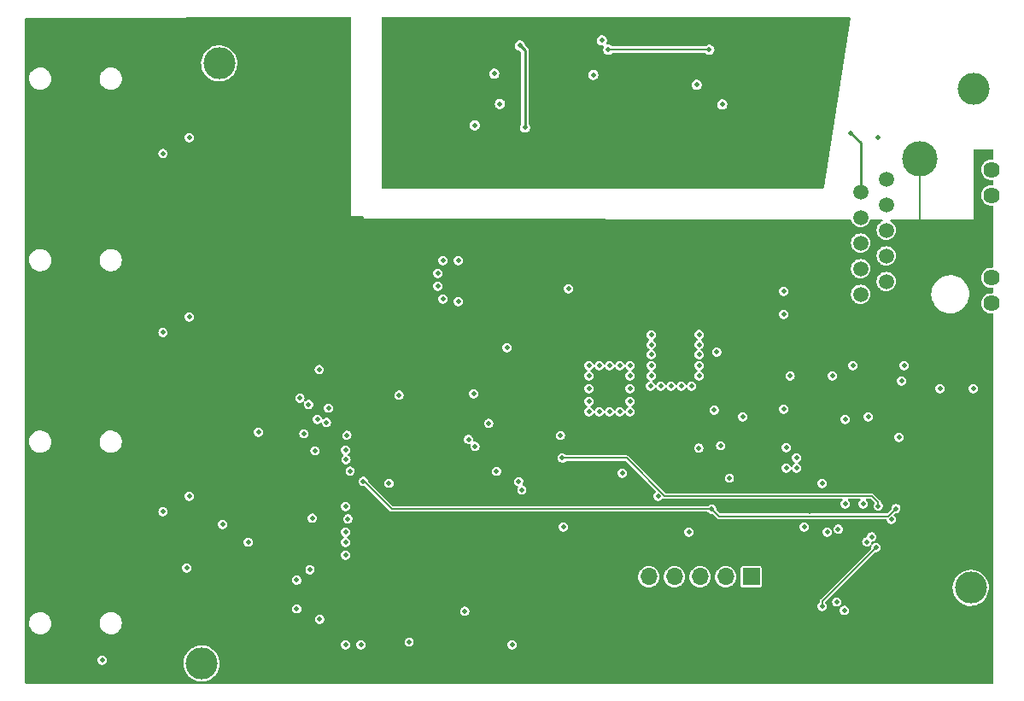
<source format=gbr>
%TF.GenerationSoftware,KiCad,Pcbnew,(6.0.9)*%
%TF.CreationDate,2022-11-17T17:06:12-06:00*%
%TF.ProjectId,IR2IP,49523249-502e-46b6-9963-61645f706362,rev?*%
%TF.SameCoordinates,PX55fe290PY8062360*%
%TF.FileFunction,Copper,L3,Inr*%
%TF.FilePolarity,Positive*%
%FSLAX46Y46*%
G04 Gerber Fmt 4.6, Leading zero omitted, Abs format (unit mm)*
G04 Created by KiCad (PCBNEW (6.0.9)) date 2022-11-17 17:06:12*
%MOMM*%
%LPD*%
G01*
G04 APERTURE LIST*
%TA.AperFunction,ComponentPad*%
%ADD10C,1.500000*%
%TD*%
%TA.AperFunction,ComponentPad*%
%ADD11C,1.620000*%
%TD*%
%TA.AperFunction,ComponentPad*%
%ADD12C,3.500000*%
%TD*%
%TA.AperFunction,ComponentPad*%
%ADD13R,1.700000X1.700000*%
%TD*%
%TA.AperFunction,ComponentPad*%
%ADD14O,1.700000X1.700000*%
%TD*%
%TA.AperFunction,ComponentPad*%
%ADD15C,3.000000*%
%TD*%
%TA.AperFunction,WasherPad*%
%ADD16C,3.175000*%
%TD*%
%TA.AperFunction,ViaPad*%
%ADD17C,0.508000*%
%TD*%
%TA.AperFunction,Conductor*%
%ADD18C,0.254000*%
%TD*%
%TA.AperFunction,Conductor*%
%ADD19C,0.127000*%
%TD*%
G04 APERTURE END LIST*
D10*
%TO.N,/Ethernet/RDP*%
%TO.C,J1*%
X84830000Y40615000D03*
%TO.N,/Ethernet/RDN*%
X87370000Y41885000D03*
%TO.N,Net-(C19-Pad1)*%
X84830000Y43155000D03*
%TO.N,Net-(C28-Pad2)*%
X87370000Y44425000D03*
%TO.N,/Ethernet/TXP*%
X84830000Y45695000D03*
%TO.N,/Ethernet/TXN*%
X87370000Y46965000D03*
%TO.N,N/C*%
X84830000Y48235000D03*
X87370000Y49505000D03*
%TO.N,VPORTP*%
X84830000Y50775000D03*
%TO.N,VPORTN*%
X87370000Y52045000D03*
D11*
%TO.N,+3V3*%
X97800000Y39700000D03*
%TO.N,Net-(J1-Pad12)*%
X97800000Y42240000D03*
%TO.N,+3V3*%
X97800000Y50420000D03*
%TO.N,Net-(J1-Pad14)*%
X97800000Y52960000D03*
D12*
%TO.N,GND*%
X90670000Y54075000D03*
X90670000Y38585000D03*
%TD*%
D13*
%TO.N,Net-(J2-Pad1)*%
%TO.C,J2*%
X74000000Y12600000D03*
D14*
%TO.N,TXOUT*%
X71460000Y12600000D03*
%TO.N,RXIN*%
X68920000Y12600000D03*
%TO.N,Net-(J2-Pad4)*%
X66380000Y12600000D03*
%TO.N,/PROGRAMMING/~{ERASE_CMD}*%
X63840000Y12600000D03*
%TO.N,GND*%
X61300000Y12600000D03*
%TD*%
D15*
%TO.N,GND*%
%TO.C,TP1*%
X54080000Y34620000D03*
%TD*%
D16*
%TO.N,*%
%TO.C,REF\u002A\u002A*%
X95750000Y11500000D03*
%TD*%
%TO.N,*%
%TO.C,REF\u002A\u002A*%
X96000000Y61000000D03*
%TD*%
%TO.N,*%
%TO.C,REF\u002A\u002A*%
X21250000Y63500000D03*
%TD*%
%TO.N,*%
%TO.C,REF\u002A\u002A*%
X19500000Y4000000D03*
%TD*%
D17*
%TO.N,VPORTP*%
X71120000Y59436000D03*
X83830000Y56620000D03*
X59182000Y65786000D03*
%TO.N,VPORTN*%
X46580000Y57370000D03*
X51562000Y57150000D03*
X51054000Y65278000D03*
X86580000Y56120000D03*
%TO.N,GNDPWR*%
X72580000Y52120000D03*
X75330000Y66370000D03*
X77080000Y64370000D03*
X70830000Y64370000D03*
X72580000Y67620000D03*
X58080000Y67120000D03*
X55330000Y65620000D03*
X51330000Y52870000D03*
X41580000Y54620000D03*
X43830000Y60370000D03*
X46580000Y61120000D03*
X55580000Y58870000D03*
X38080000Y67370000D03*
X45080000Y67370000D03*
X40330000Y62620000D03*
X44830000Y52370000D03*
X81580000Y65370000D03*
X81580000Y67620000D03*
X46482000Y63754000D03*
X56642000Y53086000D03*
X73330000Y61870000D03*
X52324000Y54610000D03*
X67080000Y52620000D03*
X44330000Y55870000D03*
X50546000Y61214000D03*
X69088000Y52620000D03*
X46830000Y58620000D03*
X59830000Y58370000D03*
X68580000Y62870000D03*
X47830000Y54870000D03*
X49830000Y53120000D03*
X38580000Y58870000D03*
X48260000Y65278000D03*
X78830000Y52620000D03*
X42580000Y62370000D03*
X55880000Y63500000D03*
X65330000Y59870000D03*
X68330000Y67620000D03*
X58830000Y55120000D03*
X63754000Y53086000D03*
X42830000Y58120000D03*
X53086000Y57658000D03*
X79330000Y66620000D03*
X52832000Y64770000D03*
X60198000Y53086000D03*
X53594000Y61214000D03*
X38580000Y53620000D03*
X57580000Y57620000D03*
%TO.N,GND*%
X36830000Y33274000D03*
X28448000Y37592000D03*
X30734000Y35306000D03*
X32004000Y33020000D03*
X35052000Y33782000D03*
X40386000Y30988000D03*
X42672000Y30734000D03*
X44704000Y33274000D03*
X48514000Y34290000D03*
X44704000Y27432000D03*
X45466000Y24130000D03*
X36068000Y26416000D03*
X38100000Y27686000D03*
X35814000Y24130000D03*
X40132000Y24892000D03*
X49022000Y26162000D03*
X52070000Y25908000D03*
X39370000Y21844000D03*
X45974000Y21082000D03*
X36068000Y19558000D03*
X36068000Y17018000D03*
X43180000Y17780000D03*
X35306000Y12954000D03*
X39624000Y17272000D03*
X39624000Y13970000D03*
X45212000Y14224000D03*
X49022000Y16256000D03*
X42926000Y10922000D03*
X34798000Y9652000D03*
X48006000Y10160000D03*
X32004000Y6604000D03*
X53848000Y6604000D03*
X53086000Y29210000D03*
X4318000Y5588000D03*
X20574000Y29210000D03*
X59690000Y17526000D03*
X55626000Y11684000D03*
X78232000Y14224000D03*
X26924000Y27686000D03*
X78232000Y25400000D03*
X78232000Y28702000D03*
X73660000Y25400000D03*
X73660000Y22860000D03*
X70104000Y26924000D03*
X73660000Y21082000D03*
X73660000Y19304000D03*
X79756000Y19050000D03*
X78232000Y22606000D03*
X78232000Y20066000D03*
X82042000Y20066000D03*
X82330000Y22370000D03*
X86614000Y21082000D03*
X84836000Y23876000D03*
X86106000Y25400000D03*
X90170000Y26162000D03*
X90170000Y28956000D03*
X86614000Y9398000D03*
X80010000Y8382000D03*
X52578000Y2794000D03*
X49784000Y2794000D03*
X46990000Y2794000D03*
X37592000Y2794000D03*
X34798000Y2794000D03*
X31496000Y2794000D03*
X60580000Y39620000D03*
X59330000Y39620000D03*
X56896000Y40386000D03*
X58080000Y39116000D03*
X58080000Y37846000D03*
X58080000Y36576000D03*
X57404000Y35306000D03*
X58674000Y35306000D03*
X59944000Y35306000D03*
X61214000Y35306000D03*
X62080000Y39116000D03*
X62080000Y37870000D03*
X61976000Y36830000D03*
X46990000Y44196000D03*
X48260000Y44196000D03*
X49530000Y44196000D03*
X49530000Y41402000D03*
X48514000Y41402000D03*
X48260000Y42672000D03*
X48260000Y39878000D03*
X46990000Y39878000D03*
X54610000Y39116000D03*
X61330000Y43620000D03*
X61214000Y45212000D03*
X60198000Y45212000D03*
X59182000Y45212000D03*
X57830000Y45120000D03*
X58830000Y43620000D03*
X60080000Y41870000D03*
X62230000Y45212000D03*
X57330000Y41870000D03*
X81830000Y42870000D03*
X76708000Y43180000D03*
X80772000Y39878000D03*
X75946000Y36576000D03*
X84582000Y31496000D03*
X79502000Y29210000D03*
X83820000Y28956000D03*
X77470000Y21590000D03*
X96774000Y47244000D03*
X96774000Y44450000D03*
X93726000Y46990000D03*
X93680000Y43870000D03*
X94488000Y29210000D03*
X90678000Y20828000D03*
X95504000Y18796000D03*
X91440000Y15240000D03*
X89662000Y12446000D03*
X89662000Y7874000D03*
X86106000Y5080000D03*
X25908000Y50038000D03*
X29464000Y46736000D03*
X25908000Y46736000D03*
X30988000Y16510000D03*
X30280000Y22370000D03*
X30330000Y20070000D03*
X52130000Y18570000D03*
X78830000Y47120000D03*
X72830000Y47120000D03*
X32080000Y65620000D03*
X32080000Y57620000D03*
X32080000Y50120000D03*
X24830000Y65620000D03*
X17830000Y65620000D03*
X10830000Y65620000D03*
X6830000Y56620000D03*
X4830000Y50620000D03*
X4830000Y32620000D03*
X11830000Y52620000D03*
X11830000Y34620000D03*
X4830000Y14620000D03*
X11830000Y16620000D03*
X24830000Y12620000D03*
X24830000Y9620000D03*
X19830000Y15620000D03*
X24830000Y3620000D03*
X20830000Y8620000D03*
X22830000Y43620000D03*
X37830000Y44620000D03*
X24830000Y57620000D03*
X54580000Y31370000D03*
X73080000Y42870000D03*
X66830000Y46620000D03*
X94830000Y6620000D03*
X7250000Y8000000D03*
X7250000Y26000000D03*
X7250000Y44000000D03*
X7250000Y62000000D03*
X17780000Y53340000D03*
X83058000Y16319490D03*
X53340000Y43942000D03*
X17780000Y17780000D03*
X82804000Y25908000D03*
X17780000Y35560000D03*
X87884000Y32258000D03*
X87630000Y27432000D03*
%TO.N,+3V3*%
X67818000Y17018000D03*
X21590000Y17780000D03*
X30480000Y18415000D03*
X28930000Y12270000D03*
X28930000Y9420000D03*
X24130000Y16020000D03*
X68830000Y34620000D03*
X68830000Y36620000D03*
X70580000Y34870000D03*
X71830000Y22370000D03*
X57912000Y29972000D03*
X57912000Y32512000D03*
X67056000Y31496000D03*
X59944000Y33528000D03*
X18288000Y20574000D03*
X64080000Y36576000D03*
X61976000Y32512000D03*
X61976000Y31242000D03*
X46482000Y30734000D03*
X18288000Y56134000D03*
X9652000Y4318000D03*
X55880000Y41148000D03*
X43434000Y43942000D03*
X58928000Y28956000D03*
X64080000Y33528000D03*
X68830000Y35620000D03*
X18034000Y13462000D03*
X66040000Y31496000D03*
X33782000Y19558000D03*
X33782000Y17018000D03*
X55372000Y17526000D03*
X61214000Y22860000D03*
X64080000Y35620000D03*
X50292000Y5842000D03*
X44958000Y43942000D03*
X68830000Y32512000D03*
X57912000Y31242000D03*
X60960000Y33528000D03*
X60960000Y28956000D03*
X83312000Y19812000D03*
X33782000Y5842000D03*
X64770000Y20574000D03*
X59944000Y28956000D03*
X64080000Y34620000D03*
X68072000Y31496000D03*
X68830000Y33528000D03*
X33782000Y14732000D03*
X61976000Y33528000D03*
X61976000Y28956000D03*
X57912000Y33528000D03*
X58928000Y33528000D03*
X44958000Y39878000D03*
X64008000Y31496000D03*
X57912000Y28956000D03*
X42926000Y41402000D03*
X73152000Y28448000D03*
X61976000Y29972000D03*
X18288000Y38354000D03*
X64080000Y32512000D03*
X43434000Y40132000D03*
X42926000Y42672000D03*
X33782000Y25146000D03*
X35306000Y5842000D03*
X70330000Y29120000D03*
X79248000Y17526000D03*
X65024000Y31496000D03*
X30988000Y28194000D03*
%TO.N,Net-(Q3-Pad3)*%
X69830000Y64870000D03*
X59830000Y64870000D03*
%TO.N,Net-(R5-Pad1)*%
X58330000Y62370000D03*
X48514000Y62484000D03*
%TO.N,+3.3VA*%
X78486000Y24384000D03*
X77470000Y25400000D03*
X77470000Y23368000D03*
X78486000Y23368000D03*
X85598000Y28448000D03*
X88646000Y26416000D03*
X88900000Y32004000D03*
X81026000Y21844000D03*
X77216000Y29210000D03*
X89154000Y33528000D03*
X84074000Y33528000D03*
X77216000Y40894000D03*
X77216000Y38608000D03*
X83312000Y28194000D03*
%TO.N,Net-(C19-Pad1)*%
X77850000Y32512000D03*
X82042000Y32512000D03*
%TO.N,/Ethernet/LINKLED*%
X96012000Y31242000D03*
X81534000Y17018000D03*
%TO.N,/Ethernet/ACTLED*%
X92710000Y31242000D03*
X82610317Y17332317D03*
%TO.N,/SAM3X8E Power/VDDCORE*%
X34230000Y23073236D03*
X34004300Y18345400D03*
%TO.N,TXOUT*%
X70964600Y25595100D03*
%TO.N,RXIN*%
X47965700Y27820300D03*
X68787500Y25374400D03*
X45962000Y26225600D03*
%TO.N,IRREC*%
X39080000Y30620000D03*
X38080000Y21870000D03*
%TO.N,Net-(R26-Pad2)*%
X30750563Y25080646D03*
X30113300Y29682800D03*
%TO.N,Net-(R26-Pad1)*%
X29649500Y26775200D03*
X29246400Y30319900D03*
%TO.N,Net-(R27-Pad1)*%
X33830000Y24220000D03*
X25146000Y26924000D03*
%TO.N,Net-(R27-Pad2)*%
X32088700Y29319400D03*
X33900900Y26642200D03*
%TO.N,~{IRTXEN1}*%
X49784000Y35306000D03*
X51252500Y21211200D03*
%TO.N,~{IRTXEN2}*%
X31885300Y27902400D03*
X46606800Y25535300D03*
X31172500Y33147200D03*
X50936800Y22038600D03*
%TO.N,~{IRTXEN3}*%
X30251800Y13298200D03*
X31212500Y8379000D03*
X45595000Y9183700D03*
X48747500Y23053100D03*
%TO.N,IRTX*%
X15680000Y36820000D03*
X15680000Y54570000D03*
X15680000Y19050000D03*
X33782000Y16002000D03*
%TO.N,ECSn*%
X83223800Y9267600D03*
X85447400Y16065479D03*
%TO.N,SCLK*%
X82474718Y10096510D03*
X85937046Y16573490D03*
%TO.N,MISO*%
X85090000Y19812000D03*
X87884000Y18288000D03*
%TO.N,MOSI*%
X86360000Y15494000D03*
X81026000Y9652000D03*
%TO.N,TIMER_PULSE*%
X40080000Y6120000D03*
X55080000Y26620000D03*
%TO.N,~{MASTER_RESET}*%
X35530000Y22070000D03*
X88330000Y19370000D03*
X70080000Y19304000D03*
%TO.N,Net-(Q3-Pad1)*%
X68580000Y61370000D03*
X49080000Y59499500D03*
%TO.N,~{EINT}*%
X55270501Y24370000D03*
X86580000Y19620000D03*
%TD*%
D18*
%TO.N,VPORTP*%
X84830000Y55620000D02*
X83830000Y56620000D01*
X84830000Y50775000D02*
X84830000Y55620000D01*
%TO.N,VPORTN*%
X51562000Y57150000D02*
X51562000Y64770000D01*
X51562000Y64770000D02*
X51054000Y65278000D01*
D19*
%TO.N,GND*%
X90670000Y54075000D02*
X90670000Y38585000D01*
%TO.N,Net-(Q3-Pad3)*%
X59830000Y64870000D02*
X69830000Y64870000D01*
%TO.N,MOSI*%
X81026000Y9652000D02*
X81026000Y10160000D01*
X81026000Y10160000D02*
X86360000Y15494000D01*
%TO.N,~{MASTER_RESET}*%
X87565499Y18605499D02*
X88330000Y19370000D01*
X70778501Y18605499D02*
X87565499Y18605499D01*
X70080000Y19304000D02*
X70778501Y18605499D01*
X35530000Y22070000D02*
X35560000Y22098000D01*
X35560000Y22098000D02*
X38354000Y19304000D01*
X55626000Y19304000D02*
X70080000Y19304000D01*
X38354000Y19304000D02*
X55626000Y19304000D01*
%TO.N,~{EINT}*%
X85939210Y20620000D02*
X65381862Y20620000D01*
X65381862Y20620000D02*
X61631862Y24370000D01*
X86580000Y19620000D02*
X86580000Y19979210D01*
X86580000Y19979210D02*
X85939210Y20620000D01*
X61631862Y24370000D02*
X55270501Y24370000D01*
%TD*%
%TA.AperFunction,Conductor*%
%TO.N,GNDPWR*%
G36*
X83751162Y68099962D02*
G01*
X83797679Y68046327D01*
X83807620Y67974746D01*
X81227169Y51226813D01*
X81197026Y51162532D01*
X81136917Y51124752D01*
X81102638Y51120000D01*
X37456000Y51120000D01*
X37387879Y51140002D01*
X37341386Y51193658D01*
X37330000Y51246000D01*
X37330000Y57376276D01*
X46066309Y57376276D01*
X46067473Y57367374D01*
X46067473Y57367371D01*
X46075195Y57308324D01*
X46085195Y57231848D01*
X46088809Y57223635D01*
X46088810Y57223631D01*
X46122366Y57147371D01*
X46143859Y57098526D01*
X46149634Y57091656D01*
X46149635Y57091654D01*
X46151909Y57088949D01*
X46237583Y56987027D01*
X46245060Y56982050D01*
X46351361Y56911290D01*
X46351363Y56911289D01*
X46358834Y56906316D01*
X46367401Y56903639D01*
X46367402Y56903639D01*
X46383777Y56898523D01*
X46497864Y56862879D01*
X46643498Y56860210D01*
X46740815Y56886742D01*
X46775363Y56896161D01*
X46775364Y56896161D01*
X46784026Y56898523D01*
X46792359Y56903639D01*
X46900502Y56970039D01*
X46908154Y56974737D01*
X46914774Y56982050D01*
X46999873Y57076066D01*
X46999874Y57076067D01*
X47005901Y57082726D01*
X47036141Y57145140D01*
X47065495Y57205728D01*
X47065495Y57205729D01*
X47069410Y57213809D01*
X47093576Y57357448D01*
X47093729Y57370000D01*
X47082197Y57450528D01*
X47074354Y57505294D01*
X47074353Y57505297D01*
X47073080Y57514187D01*
X47069362Y57522365D01*
X47016508Y57638610D01*
X47016507Y57638612D01*
X47012792Y57646782D01*
X46917713Y57757127D01*
X46795485Y57836352D01*
X46655934Y57878086D01*
X46646958Y57878141D01*
X46646957Y57878141D01*
X46585644Y57878515D01*
X46510279Y57878976D01*
X46370229Y57838949D01*
X46247042Y57761224D01*
X46150622Y57652049D01*
X46146808Y57643926D01*
X46146807Y57643924D01*
X46094778Y57533106D01*
X46088719Y57520200D01*
X46087339Y57511335D01*
X46087338Y57511333D01*
X46077871Y57450528D01*
X46066309Y57376276D01*
X37330000Y57376276D01*
X37330000Y59505776D01*
X48566309Y59505776D01*
X48567473Y59496874D01*
X48567473Y59496871D01*
X48577701Y59418656D01*
X48585195Y59361348D01*
X48588809Y59353135D01*
X48588810Y59353131D01*
X48624629Y59271728D01*
X48643859Y59228026D01*
X48649634Y59221156D01*
X48649635Y59221154D01*
X48697236Y59164526D01*
X48737583Y59116527D01*
X48745060Y59111550D01*
X48851361Y59040790D01*
X48851363Y59040789D01*
X48858834Y59035816D01*
X48997864Y58992379D01*
X49143498Y58989710D01*
X49213762Y59008866D01*
X49275363Y59025661D01*
X49275364Y59025661D01*
X49284026Y59028023D01*
X49292359Y59033139D01*
X49400502Y59099539D01*
X49408154Y59104237D01*
X49414774Y59111550D01*
X49499873Y59205566D01*
X49499874Y59205567D01*
X49505901Y59212226D01*
X49534730Y59271728D01*
X49565495Y59335228D01*
X49565495Y59335229D01*
X49569410Y59343309D01*
X49593576Y59486948D01*
X49593729Y59499500D01*
X49588056Y59539115D01*
X49574354Y59634794D01*
X49574353Y59634797D01*
X49573080Y59643687D01*
X49569362Y59651865D01*
X49516508Y59768110D01*
X49516507Y59768112D01*
X49512792Y59776282D01*
X49417713Y59886627D01*
X49295485Y59965852D01*
X49155934Y60007586D01*
X49146958Y60007641D01*
X49146957Y60007641D01*
X49085644Y60008015D01*
X49010279Y60008476D01*
X48870229Y59968449D01*
X48747042Y59890724D01*
X48650622Y59781549D01*
X48646808Y59773426D01*
X48646807Y59773424D01*
X48620809Y59718049D01*
X48588719Y59649700D01*
X48587339Y59640835D01*
X48587338Y59640833D01*
X48576511Y59571294D01*
X48566309Y59505776D01*
X37330000Y59505776D01*
X37330000Y62490276D01*
X48000309Y62490276D01*
X48001473Y62481374D01*
X48001473Y62481371D01*
X48013096Y62392486D01*
X48019195Y62345848D01*
X48022809Y62337635D01*
X48022810Y62337631D01*
X48023237Y62336661D01*
X48077859Y62212526D01*
X48083634Y62205656D01*
X48083635Y62205654D01*
X48091140Y62196726D01*
X48171583Y62101027D01*
X48179060Y62096050D01*
X48285361Y62025290D01*
X48285363Y62025289D01*
X48292834Y62020316D01*
X48431864Y61976879D01*
X48577498Y61974210D01*
X48649730Y61993903D01*
X48709363Y62010161D01*
X48709364Y62010161D01*
X48718026Y62012523D01*
X48726359Y62017639D01*
X48834502Y62084039D01*
X48842154Y62088737D01*
X48848774Y62096050D01*
X48933873Y62190066D01*
X48933874Y62190067D01*
X48939901Y62196726D01*
X48944263Y62205728D01*
X48999495Y62319728D01*
X48999495Y62319729D01*
X49003410Y62327809D01*
X49027576Y62471448D01*
X49027729Y62484000D01*
X49007080Y62628187D01*
X49002341Y62638610D01*
X48950508Y62752610D01*
X48950507Y62752612D01*
X48946792Y62760782D01*
X48851713Y62871127D01*
X48729485Y62950352D01*
X48589934Y62992086D01*
X48580958Y62992141D01*
X48580957Y62992141D01*
X48519644Y62992515D01*
X48444279Y62992976D01*
X48304229Y62952949D01*
X48181042Y62875224D01*
X48084622Y62766049D01*
X48080808Y62757926D01*
X48080807Y62757924D01*
X48034258Y62658777D01*
X48022719Y62634200D01*
X48021339Y62625335D01*
X48021338Y62625333D01*
X48003588Y62511333D01*
X48000309Y62490276D01*
X37330000Y62490276D01*
X37330000Y65284276D01*
X50540309Y65284276D01*
X50541473Y65275374D01*
X50541473Y65275371D01*
X50547177Y65231754D01*
X50559195Y65139848D01*
X50562809Y65131635D01*
X50562810Y65131631D01*
X50599925Y65047284D01*
X50617859Y65006526D01*
X50623634Y64999656D01*
X50623635Y64999654D01*
X50673238Y64940644D01*
X50711583Y64895027D01*
X50719060Y64890050D01*
X50825361Y64819290D01*
X50825363Y64819289D01*
X50832834Y64814316D01*
X50841401Y64811639D01*
X50841402Y64811639D01*
X50963298Y64773555D01*
X50963300Y64773555D01*
X50971864Y64770879D01*
X50980837Y64770715D01*
X50989498Y64769312D01*
X51058450Y64734028D01*
X51143596Y64648881D01*
X51177621Y64586569D01*
X51180500Y64559786D01*
X51180500Y57533935D01*
X51160498Y57465814D01*
X51148942Y57450528D01*
X51132622Y57432049D01*
X51070719Y57300200D01*
X51069339Y57291335D01*
X51069338Y57291333D01*
X51058646Y57222661D01*
X51048309Y57156276D01*
X51049473Y57147374D01*
X51049473Y57147371D01*
X51061096Y57058486D01*
X51067195Y57011848D01*
X51070809Y57003635D01*
X51070810Y57003631D01*
X51110567Y56913278D01*
X51125859Y56878526D01*
X51131634Y56871656D01*
X51131635Y56871654D01*
X51141116Y56860375D01*
X51219583Y56767027D01*
X51227060Y56762050D01*
X51333361Y56691290D01*
X51333363Y56691289D01*
X51340834Y56686316D01*
X51479864Y56642879D01*
X51625498Y56640210D01*
X51695762Y56659367D01*
X51757363Y56676161D01*
X51757364Y56676161D01*
X51766026Y56678523D01*
X51774359Y56683639D01*
X51882502Y56750039D01*
X51890154Y56754737D01*
X51896774Y56762050D01*
X51981873Y56856066D01*
X51981874Y56856067D01*
X51987901Y56862726D01*
X52005245Y56898523D01*
X52047495Y56985728D01*
X52047495Y56985729D01*
X52051410Y56993809D01*
X52066980Y57086352D01*
X52074770Y57132656D01*
X52074770Y57132659D01*
X52075576Y57137448D01*
X52075729Y57150000D01*
X52055080Y57294187D01*
X52048653Y57308324D01*
X52021805Y57367371D01*
X51994792Y57426782D01*
X51974047Y57450858D01*
X51944733Y57515521D01*
X51943500Y57533106D01*
X51943500Y59442276D01*
X70606309Y59442276D01*
X70607473Y59433374D01*
X70607473Y59433371D01*
X70615727Y59370251D01*
X70625195Y59297848D01*
X70628809Y59289635D01*
X70628810Y59289631D01*
X70655918Y59228026D01*
X70683859Y59164526D01*
X70689634Y59157656D01*
X70689635Y59157654D01*
X70728941Y59110894D01*
X70777583Y59053027D01*
X70796046Y59040737D01*
X70891361Y58977290D01*
X70891363Y58977289D01*
X70898834Y58972316D01*
X71037864Y58928879D01*
X71183498Y58926210D01*
X71253762Y58945366D01*
X71315363Y58962161D01*
X71315364Y58962161D01*
X71324026Y58964523D01*
X71332359Y58969639D01*
X71427447Y59028023D01*
X71448154Y59040737D01*
X71454774Y59048050D01*
X71539873Y59142066D01*
X71539874Y59142067D01*
X71545901Y59148726D01*
X71576667Y59212226D01*
X71605495Y59271728D01*
X71605495Y59271729D01*
X71609410Y59279809D01*
X71633576Y59423448D01*
X71633729Y59436000D01*
X71623945Y59504317D01*
X71614354Y59571294D01*
X71614353Y59571297D01*
X71613080Y59580187D01*
X71609362Y59588365D01*
X71556508Y59704610D01*
X71556507Y59704612D01*
X71552792Y59712782D01*
X71457713Y59823127D01*
X71335485Y59902352D01*
X71195934Y59944086D01*
X71186958Y59944141D01*
X71186957Y59944141D01*
X71125644Y59944515D01*
X71050279Y59944976D01*
X70910229Y59904949D01*
X70902642Y59900162D01*
X70902640Y59900161D01*
X70881190Y59886627D01*
X70787042Y59827224D01*
X70690622Y59718049D01*
X70686808Y59709926D01*
X70686807Y59709924D01*
X70658532Y59649700D01*
X70628719Y59586200D01*
X70627339Y59577335D01*
X70627338Y59577333D01*
X70612519Y59482156D01*
X70606309Y59442276D01*
X51943500Y59442276D01*
X51943500Y61376276D01*
X68066309Y61376276D01*
X68067473Y61367374D01*
X68067473Y61367371D01*
X68079096Y61278486D01*
X68085195Y61231848D01*
X68088809Y61223635D01*
X68088810Y61223631D01*
X68089237Y61222661D01*
X68143859Y61098526D01*
X68149634Y61091656D01*
X68149635Y61091654D01*
X68157140Y61082726D01*
X68237583Y60987027D01*
X68245060Y60982050D01*
X68351361Y60911290D01*
X68351363Y60911289D01*
X68358834Y60906316D01*
X68497864Y60862879D01*
X68643498Y60860210D01*
X68713762Y60879366D01*
X68775363Y60896161D01*
X68775364Y60896161D01*
X68784026Y60898523D01*
X68792359Y60903639D01*
X68900502Y60970039D01*
X68908154Y60974737D01*
X68914774Y60982050D01*
X68999873Y61076066D01*
X68999874Y61076067D01*
X69005901Y61082726D01*
X69069410Y61213809D01*
X69093576Y61357448D01*
X69093729Y61370000D01*
X69073080Y61514187D01*
X69069362Y61522365D01*
X69016508Y61638610D01*
X69016507Y61638612D01*
X69012792Y61646782D01*
X68917713Y61757127D01*
X68795485Y61836352D01*
X68655934Y61878086D01*
X68646958Y61878141D01*
X68646957Y61878141D01*
X68585644Y61878515D01*
X68510279Y61878976D01*
X68370229Y61838949D01*
X68247042Y61761224D01*
X68150622Y61652049D01*
X68088719Y61520200D01*
X68066309Y61376276D01*
X51943500Y61376276D01*
X51943500Y62376276D01*
X57816309Y62376276D01*
X57817473Y62367374D01*
X57817473Y62367371D01*
X57823703Y62319728D01*
X57835195Y62231848D01*
X57838809Y62223635D01*
X57838810Y62223631D01*
X57878567Y62133278D01*
X57893859Y62098526D01*
X57899634Y62091656D01*
X57899635Y62091654D01*
X57968137Y62010161D01*
X57987583Y61987027D01*
X57995060Y61982050D01*
X58101361Y61911290D01*
X58101363Y61911289D01*
X58108834Y61906316D01*
X58247864Y61862879D01*
X58393498Y61860210D01*
X58463762Y61879367D01*
X58525363Y61896161D01*
X58525364Y61896161D01*
X58534026Y61898523D01*
X58542359Y61903639D01*
X58650502Y61970039D01*
X58658154Y61974737D01*
X58664774Y61982050D01*
X58749873Y62076066D01*
X58749874Y62076067D01*
X58755901Y62082726D01*
X58762357Y62096050D01*
X58815495Y62205728D01*
X58815495Y62205729D01*
X58819410Y62213809D01*
X58837230Y62319728D01*
X58842770Y62352656D01*
X58842770Y62352659D01*
X58843576Y62357448D01*
X58843729Y62370000D01*
X58827403Y62484000D01*
X58824354Y62505294D01*
X58824353Y62505297D01*
X58823080Y62514187D01*
X58819362Y62522365D01*
X58766508Y62638610D01*
X58766507Y62638612D01*
X58762792Y62646782D01*
X58667713Y62757127D01*
X58545485Y62836352D01*
X58405934Y62878086D01*
X58396958Y62878141D01*
X58396957Y62878141D01*
X58335644Y62878515D01*
X58260279Y62878976D01*
X58120229Y62838949D01*
X57997042Y62761224D01*
X57900622Y62652049D01*
X57896808Y62643926D01*
X57896807Y62643924D01*
X57842533Y62528324D01*
X57838719Y62520200D01*
X57837339Y62511335D01*
X57837338Y62511333D01*
X57830382Y62466656D01*
X57816309Y62376276D01*
X51943500Y62376276D01*
X51943500Y64715864D01*
X51946085Y64740153D01*
X51946153Y64741600D01*
X51948345Y64751780D01*
X51944373Y64785340D01*
X51944020Y64791321D01*
X51943928Y64791313D01*
X51943500Y64796492D01*
X51943500Y64801692D01*
X51942647Y64806819D01*
X51942646Y64806827D01*
X51940312Y64820849D01*
X51939475Y64826725D01*
X51934641Y64867569D01*
X51934640Y64867571D01*
X51933417Y64877908D01*
X51929433Y64886205D01*
X51927922Y64895283D01*
X51922978Y64904445D01*
X51922977Y64904449D01*
X51903447Y64940644D01*
X51900751Y64945934D01*
X51881871Y64985253D01*
X51881871Y64985254D01*
X51878440Y64992398D01*
X51874830Y64996692D01*
X51872898Y64998624D01*
X51871111Y65000573D01*
X51871082Y65000626D01*
X51871212Y65000745D01*
X51870711Y65001313D01*
X51867612Y65007057D01*
X51827805Y65043854D01*
X51824238Y65047284D01*
X51593098Y65278425D01*
X51559073Y65340737D01*
X51557467Y65349658D01*
X51548353Y65413299D01*
X51548353Y65413300D01*
X51547080Y65422187D01*
X51540652Y65436324D01*
X51490508Y65546610D01*
X51490507Y65546612D01*
X51486792Y65554782D01*
X51391713Y65665127D01*
X51269485Y65744352D01*
X51129934Y65786086D01*
X51120958Y65786141D01*
X51120957Y65786141D01*
X51059644Y65786515D01*
X50984279Y65786976D01*
X50844229Y65746949D01*
X50721042Y65669224D01*
X50624622Y65560049D01*
X50620808Y65551926D01*
X50620807Y65551924D01*
X50598460Y65504326D01*
X50562719Y65428200D01*
X50561339Y65419335D01*
X50561338Y65419333D01*
X50545019Y65314523D01*
X50540309Y65284276D01*
X37330000Y65284276D01*
X37330000Y65792276D01*
X58668309Y65792276D01*
X58669473Y65783374D01*
X58669473Y65783371D01*
X58674862Y65742161D01*
X58687195Y65647848D01*
X58690809Y65639635D01*
X58690810Y65639631D01*
X58725828Y65560049D01*
X58745859Y65514526D01*
X58751634Y65507656D01*
X58751635Y65507654D01*
X58833803Y65409903D01*
X58839583Y65403027D01*
X58847060Y65398050D01*
X58953361Y65327290D01*
X58953363Y65327289D01*
X58960834Y65322316D01*
X59099864Y65278879D01*
X59245498Y65276210D01*
X59248824Y65277117D01*
X59316147Y65266137D01*
X59368916Y65218640D01*
X59387630Y65150154D01*
X59375707Y65098982D01*
X59349825Y65043854D01*
X59338719Y65020200D01*
X59337339Y65011335D01*
X59337338Y65011333D01*
X59318290Y64888997D01*
X59316309Y64876276D01*
X59317473Y64867374D01*
X59317473Y64867371D01*
X59322788Y64826725D01*
X59335195Y64731848D01*
X59338809Y64723635D01*
X59338810Y64723631D01*
X59339237Y64722661D01*
X59393859Y64598526D01*
X59399634Y64591656D01*
X59399635Y64591654D01*
X59407140Y64582726D01*
X59487583Y64487027D01*
X59495060Y64482050D01*
X59601361Y64411290D01*
X59601363Y64411289D01*
X59608834Y64406316D01*
X59747864Y64362879D01*
X59893498Y64360210D01*
X59963762Y64379367D01*
X60025363Y64396161D01*
X60025364Y64396161D01*
X60034026Y64398523D01*
X60042359Y64403639D01*
X60150502Y64470039D01*
X60158154Y64474737D01*
X60164774Y64482050D01*
X60190575Y64510555D01*
X60251118Y64547637D01*
X60283990Y64552000D01*
X69374280Y64552000D01*
X69442401Y64531998D01*
X69470731Y64507075D01*
X69487583Y64487027D01*
X69495060Y64482050D01*
X69601361Y64411290D01*
X69601363Y64411289D01*
X69608834Y64406316D01*
X69747864Y64362879D01*
X69893498Y64360210D01*
X69963762Y64379367D01*
X70025363Y64396161D01*
X70025364Y64396161D01*
X70034026Y64398523D01*
X70042359Y64403639D01*
X70150502Y64470039D01*
X70158154Y64474737D01*
X70164774Y64482050D01*
X70249873Y64576066D01*
X70249874Y64576067D01*
X70255901Y64582726D01*
X70319410Y64713809D01*
X70334196Y64801692D01*
X70342770Y64852656D01*
X70342770Y64852659D01*
X70343576Y64857448D01*
X70343729Y64870000D01*
X70327224Y64985253D01*
X70324354Y65005294D01*
X70324353Y65005297D01*
X70323080Y65014187D01*
X70319362Y65022365D01*
X70266508Y65138610D01*
X70266507Y65138612D01*
X70262792Y65146782D01*
X70167713Y65257127D01*
X70045485Y65336352D01*
X69905934Y65378086D01*
X69896958Y65378141D01*
X69896957Y65378141D01*
X69835644Y65378515D01*
X69760279Y65378976D01*
X69620229Y65338949D01*
X69612642Y65334162D01*
X69612640Y65334161D01*
X69593867Y65322316D01*
X69497042Y65261224D01*
X69491100Y65254496D01*
X69469990Y65230593D01*
X69409904Y65192774D01*
X69375548Y65188000D01*
X60285030Y65188000D01*
X60216909Y65208002D01*
X60189576Y65231754D01*
X60173574Y65250326D01*
X60173570Y65250329D01*
X60167713Y65257127D01*
X60154003Y65266014D01*
X60089064Y65308105D01*
X60045485Y65336352D01*
X59905934Y65378086D01*
X59896958Y65378141D01*
X59896957Y65378141D01*
X59831757Y65378539D01*
X59765407Y65378945D01*
X59765405Y65378945D01*
X59760279Y65378976D01*
X59760284Y65379716D01*
X59697117Y65389226D01*
X59643771Y65436074D01*
X59624221Y65504326D01*
X59636826Y65558428D01*
X59637612Y65560049D01*
X59671410Y65629809D01*
X59690681Y65744352D01*
X59694770Y65768656D01*
X59694770Y65768659D01*
X59695576Y65773448D01*
X59695729Y65786000D01*
X59675080Y65930187D01*
X59671362Y65938365D01*
X59618508Y66054610D01*
X59618507Y66054612D01*
X59614792Y66062782D01*
X59519713Y66173127D01*
X59397485Y66252352D01*
X59257934Y66294086D01*
X59248958Y66294141D01*
X59248957Y66294141D01*
X59187644Y66294515D01*
X59112279Y66294976D01*
X58972229Y66254949D01*
X58849042Y66177224D01*
X58752622Y66068049D01*
X58690719Y65936200D01*
X58668309Y65792276D01*
X37330000Y65792276D01*
X37330000Y67972921D01*
X37350002Y68041042D01*
X37403658Y68087535D01*
X37455943Y68098921D01*
X83683032Y68119933D01*
X83751162Y68099962D01*
G37*
%TD.AperFunction*%
%TD*%
%TA.AperFunction,Conductor*%
%TO.N,GND*%
G36*
X34288904Y68096479D02*
G01*
X34325045Y68047108D01*
X34330000Y68016179D01*
X34330000Y48370000D01*
X35481000Y48370000D01*
X35539191Y48351093D01*
X35575155Y48301593D01*
X35580000Y48271000D01*
X35580000Y48120000D01*
X83827203Y48024176D01*
X83885354Y48005154D01*
X83922169Y47952465D01*
X83941971Y47883405D01*
X84027176Y47717615D01*
X84142959Y47571532D01*
X84146646Y47568394D01*
X84146648Y47568392D01*
X84281224Y47453859D01*
X84281229Y47453856D01*
X84284912Y47450721D01*
X84289134Y47448361D01*
X84289139Y47448358D01*
X84319191Y47431563D01*
X84447627Y47359783D01*
X84452225Y47358289D01*
X84620302Y47303677D01*
X84620304Y47303676D01*
X84624907Y47302181D01*
X84809998Y47280110D01*
X84814820Y47280481D01*
X84814823Y47280481D01*
X84991023Y47294039D01*
X84991028Y47294040D01*
X84995851Y47294411D01*
X85175387Y47344538D01*
X85179700Y47346717D01*
X85179706Y47346719D01*
X85337447Y47426400D01*
X85337449Y47426402D01*
X85341768Y47428583D01*
X85488655Y47543344D01*
X85610454Y47684450D01*
X85662683Y47776389D01*
X85700137Y47842320D01*
X85700138Y47842323D01*
X85702526Y47846526D01*
X85737761Y47952445D01*
X85774069Y48001692D01*
X85831896Y48020195D01*
X86929683Y48018015D01*
X86987835Y47998992D01*
X87023700Y47949421D01*
X87023579Y47888235D01*
X86987517Y47838807D01*
X86975351Y47831281D01*
X86851320Y47766440D01*
X86851315Y47766437D01*
X86847023Y47764193D01*
X86843247Y47761157D01*
X86843244Y47761155D01*
X86784373Y47713821D01*
X86701752Y47647392D01*
X86698644Y47643688D01*
X86585044Y47508305D01*
X86585041Y47508301D01*
X86581935Y47504599D01*
X86492135Y47341254D01*
X86490672Y47336641D01*
X86490670Y47336637D01*
X86472739Y47280110D01*
X86435772Y47163576D01*
X86414994Y46978335D01*
X86430592Y46792586D01*
X86431925Y46787938D01*
X86431925Y46787937D01*
X86471582Y46649637D01*
X86481971Y46613405D01*
X86567176Y46447615D01*
X86682959Y46301532D01*
X86686646Y46298394D01*
X86686648Y46298392D01*
X86821224Y46183859D01*
X86821229Y46183856D01*
X86824912Y46180721D01*
X86829134Y46178361D01*
X86829139Y46178358D01*
X86859191Y46161563D01*
X86987627Y46089783D01*
X86992225Y46088289D01*
X87160302Y46033677D01*
X87160304Y46033676D01*
X87164907Y46032181D01*
X87349998Y46010110D01*
X87354820Y46010481D01*
X87354823Y46010481D01*
X87531023Y46024039D01*
X87531028Y46024040D01*
X87535851Y46024411D01*
X87715387Y46074538D01*
X87719700Y46076717D01*
X87719706Y46076719D01*
X87877447Y46156400D01*
X87877449Y46156402D01*
X87881768Y46158583D01*
X88028655Y46273344D01*
X88150454Y46414450D01*
X88242526Y46576526D01*
X88244321Y46581920D01*
X88299837Y46748808D01*
X88299837Y46748810D01*
X88301364Y46753399D01*
X88324727Y46938332D01*
X88325099Y46965000D01*
X88306909Y47150513D01*
X88253033Y47328960D01*
X88165522Y47493544D01*
X88047710Y47637995D01*
X88043981Y47641080D01*
X87907812Y47753730D01*
X87907810Y47753731D01*
X87904085Y47756813D01*
X87768415Y47830170D01*
X87726220Y47874479D01*
X87718128Y47935127D01*
X87747230Y47988948D01*
X87802409Y48015385D01*
X87815696Y48016255D01*
X92401152Y48007148D01*
X95984320Y48000031D01*
X96000000Y48000000D01*
X96000000Y54901000D01*
X96018907Y54959191D01*
X96068407Y54995155D01*
X96099000Y55000000D01*
X97901000Y55000000D01*
X97959191Y54981093D01*
X97995155Y54931593D01*
X98000000Y54901000D01*
X98000000Y54065039D01*
X97981093Y54006848D01*
X97931593Y53970884D01*
X97890653Y53966581D01*
X97823992Y53973587D01*
X97811904Y53974858D01*
X97811903Y53974858D01*
X97807089Y53975364D01*
X97749045Y53970082D01*
X97614554Y53957843D01*
X97614549Y53957842D01*
X97609735Y53957404D01*
X97600378Y53954650D01*
X97424276Y53902820D01*
X97424273Y53902819D01*
X97419629Y53901452D01*
X97415335Y53899207D01*
X97248307Y53811888D01*
X97248302Y53811885D01*
X97244010Y53809641D01*
X97240234Y53806605D01*
X97240231Y53806603D01*
X97175116Y53754249D01*
X97089570Y53685468D01*
X97086461Y53681763D01*
X97086458Y53681760D01*
X97033419Y53618550D01*
X96962189Y53533661D01*
X96959853Y53529413D01*
X96959853Y53529412D01*
X96925001Y53466017D01*
X96866720Y53360004D01*
X96806800Y53171111D01*
X96797882Y53091610D01*
X96785408Y52980396D01*
X96784710Y52974177D01*
X96787043Y52946396D01*
X96800442Y52786828D01*
X96801292Y52776703D01*
X96802625Y52772055D01*
X96802625Y52772054D01*
X96850937Y52603571D01*
X96855915Y52586210D01*
X96946498Y52409955D01*
X97069590Y52254652D01*
X97073270Y52251520D01*
X97073272Y52251518D01*
X97135461Y52198591D01*
X97220504Y52126214D01*
X97224727Y52123854D01*
X97224731Y52123851D01*
X97340602Y52059093D01*
X97393490Y52029535D01*
X97477201Y52002336D01*
X97577361Y51969792D01*
X97577364Y51969791D01*
X97581960Y51968298D01*
X97586756Y51967726D01*
X97586761Y51967725D01*
X97692590Y51955106D01*
X97778735Y51944834D01*
X97783557Y51945205D01*
X97783560Y51945205D01*
X97893405Y51953657D01*
X97952875Y51939270D01*
X97992530Y51892675D01*
X98000000Y51854949D01*
X98000000Y51525039D01*
X97981093Y51466848D01*
X97931593Y51430884D01*
X97890653Y51426581D01*
X97823992Y51433587D01*
X97811904Y51434858D01*
X97811903Y51434858D01*
X97807089Y51435364D01*
X97749045Y51430082D01*
X97614554Y51417843D01*
X97614549Y51417842D01*
X97609735Y51417404D01*
X97600378Y51414650D01*
X97424276Y51362820D01*
X97424273Y51362819D01*
X97419629Y51361452D01*
X97415335Y51359207D01*
X97248307Y51271888D01*
X97248302Y51271885D01*
X97244010Y51269641D01*
X97240234Y51266605D01*
X97240231Y51266603D01*
X97093342Y51148501D01*
X97089570Y51145468D01*
X97086461Y51141763D01*
X97086458Y51141760D01*
X97010280Y51050974D01*
X96962189Y50993661D01*
X96959853Y50989413D01*
X96959853Y50989412D01*
X96894742Y50870975D01*
X96866720Y50820004D01*
X96806800Y50631111D01*
X96784710Y50434177D01*
X96788281Y50391649D01*
X96796245Y50296813D01*
X96801292Y50236703D01*
X96802625Y50232055D01*
X96802625Y50232054D01*
X96819335Y50173781D01*
X96855915Y50046210D01*
X96946498Y49869955D01*
X97069590Y49714652D01*
X97220504Y49586214D01*
X97224727Y49583854D01*
X97224731Y49583851D01*
X97341959Y49518335D01*
X97393490Y49489535D01*
X97483656Y49460238D01*
X97577361Y49429792D01*
X97577364Y49429791D01*
X97581960Y49428298D01*
X97586756Y49427726D01*
X97586761Y49427725D01*
X97692590Y49415106D01*
X97778735Y49404834D01*
X97783557Y49405205D01*
X97783560Y49405205D01*
X97893405Y49413657D01*
X97952875Y49399270D01*
X97992530Y49352675D01*
X98000000Y49314949D01*
X98000000Y43345039D01*
X97981093Y43286848D01*
X97931593Y43250884D01*
X97890653Y43246581D01*
X97823992Y43253587D01*
X97811904Y43254858D01*
X97811903Y43254858D01*
X97807089Y43255364D01*
X97749045Y43250082D01*
X97614554Y43237843D01*
X97614549Y43237842D01*
X97609735Y43237404D01*
X97600378Y43234650D01*
X97424276Y43182820D01*
X97424273Y43182819D01*
X97419629Y43181452D01*
X97385319Y43163515D01*
X97248307Y43091888D01*
X97248302Y43091885D01*
X97244010Y43089641D01*
X97240234Y43086605D01*
X97240231Y43086603D01*
X97093342Y42968501D01*
X97089570Y42965468D01*
X97086461Y42961763D01*
X97086458Y42961760D01*
X96968004Y42820591D01*
X96962189Y42813661D01*
X96866720Y42640004D01*
X96806800Y42451111D01*
X96803007Y42417297D01*
X96787415Y42278289D01*
X96784710Y42254177D01*
X96788281Y42211649D01*
X96799744Y42075143D01*
X96801292Y42056703D01*
X96802625Y42052055D01*
X96802625Y42052054D01*
X96851322Y41882229D01*
X96855915Y41866210D01*
X96946498Y41689955D01*
X97069590Y41534652D01*
X97073270Y41531520D01*
X97073272Y41531518D01*
X97108996Y41501115D01*
X97220504Y41406214D01*
X97224727Y41403854D01*
X97224731Y41403851D01*
X97341368Y41338665D01*
X97393490Y41309535D01*
X97459784Y41287995D01*
X97577361Y41249792D01*
X97577364Y41249791D01*
X97581960Y41248298D01*
X97586756Y41247726D01*
X97586761Y41247725D01*
X97692590Y41235106D01*
X97778735Y41224834D01*
X97783557Y41225205D01*
X97783560Y41225205D01*
X97893405Y41233657D01*
X97952875Y41219270D01*
X97992530Y41172675D01*
X98000000Y41134949D01*
X98000000Y40805039D01*
X97981093Y40746848D01*
X97931593Y40710884D01*
X97890653Y40706581D01*
X97823992Y40713587D01*
X97811904Y40714858D01*
X97811903Y40714858D01*
X97807089Y40715364D01*
X97749045Y40710082D01*
X97614554Y40697843D01*
X97614549Y40697842D01*
X97609735Y40697404D01*
X97537065Y40676016D01*
X97424276Y40642820D01*
X97424273Y40642819D01*
X97419629Y40641452D01*
X97385319Y40623515D01*
X97248307Y40551888D01*
X97248302Y40551885D01*
X97244010Y40549641D01*
X97240234Y40546605D01*
X97240231Y40546603D01*
X97105588Y40438347D01*
X97089570Y40425468D01*
X97086461Y40421763D01*
X97086458Y40421760D01*
X96965306Y40277376D01*
X96962189Y40273661D01*
X96866720Y40100004D01*
X96806800Y39911111D01*
X96803086Y39878000D01*
X96787415Y39738289D01*
X96784710Y39714177D01*
X96788281Y39671649D01*
X96799244Y39541097D01*
X96801292Y39516703D01*
X96802625Y39512055D01*
X96802625Y39512054D01*
X96853437Y39334853D01*
X96855915Y39326210D01*
X96946498Y39149955D01*
X97069590Y38994652D01*
X97073270Y38991520D01*
X97073272Y38991518D01*
X97112827Y38957854D01*
X97220504Y38866214D01*
X97224727Y38863854D01*
X97224731Y38863851D01*
X97354264Y38791458D01*
X97393490Y38769535D01*
X97473215Y38743631D01*
X97577361Y38709792D01*
X97577364Y38709791D01*
X97581960Y38708298D01*
X97586756Y38707726D01*
X97586761Y38707725D01*
X97692590Y38695106D01*
X97778735Y38684834D01*
X97783557Y38685205D01*
X97783560Y38685205D01*
X97893405Y38693657D01*
X97952875Y38679270D01*
X97992530Y38632675D01*
X98000000Y38594949D01*
X98000000Y2099000D01*
X97981093Y2040809D01*
X97931593Y2004845D01*
X97901000Y2000000D01*
X2099000Y2000000D01*
X2040809Y2018907D01*
X2004845Y2068407D01*
X2000000Y2099000D01*
X2000000Y4323610D01*
X9192860Y4323610D01*
X9209741Y4194519D01*
X9212579Y4188068D01*
X9212580Y4188066D01*
X9216835Y4178396D01*
X9262174Y4075355D01*
X9266711Y4069958D01*
X9266712Y4069956D01*
X9282993Y4050588D01*
X9345946Y3975697D01*
X9351817Y3971789D01*
X9351818Y3971788D01*
X9378430Y3954073D01*
X9454320Y3903556D01*
X9461047Y3901454D01*
X9461050Y3901453D01*
X9571855Y3866836D01*
X9571856Y3866836D01*
X9578587Y3864733D01*
X9645494Y3863507D01*
X9701702Y3862476D01*
X9701704Y3862476D01*
X9708755Y3862347D01*
X9715558Y3864202D01*
X9715560Y3864202D01*
X9783154Y3882631D01*
X9834360Y3896591D01*
X9945306Y3964712D01*
X9979495Y4002483D01*
X10019731Y4046936D01*
X17707600Y4046936D01*
X17707776Y4043271D01*
X17707776Y4043269D01*
X17709974Y3997508D01*
X17720351Y3781487D01*
X17772197Y3520838D01*
X17773437Y3517383D01*
X17773438Y3517381D01*
X17821541Y3383405D01*
X17862000Y3270716D01*
X17987787Y3036614D01*
X18146795Y2823677D01*
X18335531Y2636581D01*
X18549847Y2479438D01*
X18785037Y2355698D01*
X18788508Y2354486D01*
X18788510Y2354485D01*
X18875298Y2324178D01*
X19035934Y2268081D01*
X19039534Y2267398D01*
X19039536Y2267397D01*
X19293416Y2219197D01*
X19293418Y2219197D01*
X19297025Y2218512D01*
X19441256Y2212845D01*
X19558905Y2208222D01*
X19558908Y2208222D01*
X19562575Y2208078D01*
X19698314Y2222944D01*
X19823110Y2236611D01*
X19823113Y2236612D01*
X19826751Y2237010D01*
X20083748Y2304672D01*
X20327922Y2409577D01*
X20444323Y2481608D01*
X20550781Y2547486D01*
X20550786Y2547490D01*
X20553907Y2549421D01*
X20756740Y2721132D01*
X20849259Y2826629D01*
X20929539Y2918170D01*
X20929543Y2918175D01*
X20931965Y2920937D01*
X21075731Y3144448D01*
X21184882Y3386753D01*
X21257019Y3642531D01*
X21290557Y3906161D01*
X21290736Y3912981D01*
X21292949Y3997508D01*
X21292949Y3997513D01*
X21293014Y4000000D01*
X21282986Y4134934D01*
X21273591Y4261370D01*
X21273590Y4261376D01*
X21273319Y4265024D01*
X21214668Y4524227D01*
X21198661Y4565390D01*
X21134262Y4730990D01*
X21118348Y4771912D01*
X20986476Y5002641D01*
X20953845Y5044034D01*
X20824228Y5208452D01*
X20821949Y5211343D01*
X20633942Y5388202D01*
X20631053Y5390920D01*
X20631049Y5390923D01*
X20628380Y5393434D01*
X20410023Y5544913D01*
X20328263Y5585233D01*
X20174977Y5660826D01*
X20174973Y5660828D01*
X20171675Y5662454D01*
X20168173Y5663575D01*
X20168168Y5663577D01*
X19922076Y5742351D01*
X19922077Y5742351D01*
X19918571Y5743473D01*
X19914945Y5744064D01*
X19914943Y5744064D01*
X19659890Y5785602D01*
X19659885Y5785602D01*
X19656271Y5786191D01*
X19652606Y5786239D01*
X19558851Y5787466D01*
X19390539Y5789670D01*
X19386911Y5789176D01*
X19386907Y5789176D01*
X19273842Y5773788D01*
X19127211Y5753832D01*
X18872073Y5679466D01*
X18630730Y5568205D01*
X18627665Y5566196D01*
X18627664Y5566195D01*
X18526237Y5499697D01*
X18408482Y5422494D01*
X18367983Y5386347D01*
X18212955Y5247979D01*
X18212951Y5247975D01*
X18210214Y5245532D01*
X18207867Y5242710D01*
X18207865Y5242708D01*
X18144067Y5165999D01*
X18040279Y5041209D01*
X17902413Y4814011D01*
X17799642Y4568932D01*
X17798737Y4565370D01*
X17798736Y4565366D01*
X17735914Y4318000D01*
X17734226Y4311354D01*
X17707600Y4046936D01*
X10019731Y4046936D01*
X10027940Y4056005D01*
X10027940Y4056006D01*
X10032672Y4061233D01*
X10089437Y4178396D01*
X10111037Y4306781D01*
X10111174Y4318000D01*
X10092718Y4446875D01*
X10087373Y4458632D01*
X10041753Y4558966D01*
X10041752Y4558967D01*
X10038832Y4565390D01*
X9953850Y4664017D01*
X9947933Y4667852D01*
X9947931Y4667854D01*
X9850523Y4730990D01*
X9850521Y4730991D01*
X9844601Y4734828D01*
X9719870Y4772130D01*
X9646593Y4772578D01*
X9596734Y4772883D01*
X9596733Y4772883D01*
X9589683Y4772926D01*
X9582906Y4770989D01*
X9582905Y4770989D01*
X9471285Y4739088D01*
X9471283Y4739087D01*
X9464505Y4737150D01*
X9354400Y4667679D01*
X9349733Y4662395D01*
X9349731Y4662393D01*
X9346446Y4658673D01*
X9268219Y4570097D01*
X9212890Y4452249D01*
X9192860Y4323610D01*
X2000000Y4323610D01*
X2000000Y5847610D01*
X33322860Y5847610D01*
X33339741Y5718519D01*
X33342579Y5712068D01*
X33342580Y5712066D01*
X33345445Y5705556D01*
X33392174Y5599355D01*
X33396711Y5593958D01*
X33396712Y5593956D01*
X33420048Y5566195D01*
X33475946Y5499697D01*
X33481817Y5495789D01*
X33481818Y5495788D01*
X33508430Y5478073D01*
X33584320Y5427556D01*
X33591047Y5425454D01*
X33591050Y5425453D01*
X33701855Y5390836D01*
X33701856Y5390836D01*
X33708587Y5388733D01*
X33775494Y5387507D01*
X33831702Y5386476D01*
X33831704Y5386476D01*
X33838755Y5386347D01*
X33845558Y5388202D01*
X33845560Y5388202D01*
X33913154Y5406631D01*
X33964360Y5420591D01*
X34075306Y5488712D01*
X34162672Y5585233D01*
X34219437Y5702396D01*
X34220627Y5709464D01*
X34240403Y5827011D01*
X34240403Y5827015D01*
X34241037Y5830781D01*
X34241174Y5842000D01*
X34240371Y5847610D01*
X34846860Y5847610D01*
X34863741Y5718519D01*
X34866579Y5712068D01*
X34866580Y5712066D01*
X34869445Y5705556D01*
X34916174Y5599355D01*
X34920711Y5593958D01*
X34920712Y5593956D01*
X34944048Y5566195D01*
X34999946Y5499697D01*
X35005817Y5495789D01*
X35005818Y5495788D01*
X35032430Y5478073D01*
X35108320Y5427556D01*
X35115047Y5425454D01*
X35115050Y5425453D01*
X35225855Y5390836D01*
X35225856Y5390836D01*
X35232587Y5388733D01*
X35299494Y5387507D01*
X35355702Y5386476D01*
X35355704Y5386476D01*
X35362755Y5386347D01*
X35369558Y5388202D01*
X35369560Y5388202D01*
X35437154Y5406631D01*
X35488360Y5420591D01*
X35599306Y5488712D01*
X35686672Y5585233D01*
X35743437Y5702396D01*
X35744627Y5709464D01*
X35764403Y5827011D01*
X35764403Y5827015D01*
X35765037Y5830781D01*
X35765174Y5842000D01*
X35746718Y5970875D01*
X35741373Y5982632D01*
X35695753Y6082966D01*
X35695752Y6082967D01*
X35692832Y6089390D01*
X35661623Y6125610D01*
X39620860Y6125610D01*
X39637741Y5996519D01*
X39640579Y5990068D01*
X39640580Y5990066D01*
X39649727Y5969279D01*
X39690174Y5877355D01*
X39694711Y5871958D01*
X39694712Y5871956D01*
X39719893Y5842000D01*
X39773946Y5777697D01*
X39779817Y5773789D01*
X39779818Y5773788D01*
X39806430Y5756073D01*
X39882320Y5705556D01*
X39889047Y5703454D01*
X39889050Y5703453D01*
X39999855Y5668836D01*
X39999856Y5668836D01*
X40006587Y5666733D01*
X40073494Y5665507D01*
X40129702Y5664476D01*
X40129704Y5664476D01*
X40136755Y5664347D01*
X40143558Y5666202D01*
X40143560Y5666202D01*
X40211154Y5684631D01*
X40262360Y5698591D01*
X40373306Y5766712D01*
X40390938Y5786191D01*
X40446531Y5847610D01*
X49832860Y5847610D01*
X49849741Y5718519D01*
X49852579Y5712068D01*
X49852580Y5712066D01*
X49855445Y5705556D01*
X49902174Y5599355D01*
X49906711Y5593958D01*
X49906712Y5593956D01*
X49930048Y5566195D01*
X49985946Y5499697D01*
X49991817Y5495789D01*
X49991818Y5495788D01*
X50018430Y5478073D01*
X50094320Y5427556D01*
X50101047Y5425454D01*
X50101050Y5425453D01*
X50211855Y5390836D01*
X50211856Y5390836D01*
X50218587Y5388733D01*
X50285494Y5387507D01*
X50341702Y5386476D01*
X50341704Y5386476D01*
X50348755Y5386347D01*
X50355558Y5388202D01*
X50355560Y5388202D01*
X50423154Y5406631D01*
X50474360Y5420591D01*
X50585306Y5488712D01*
X50672672Y5585233D01*
X50729437Y5702396D01*
X50730627Y5709464D01*
X50750403Y5827011D01*
X50750403Y5827015D01*
X50751037Y5830781D01*
X50751174Y5842000D01*
X50732718Y5970875D01*
X50727373Y5982632D01*
X50681753Y6082966D01*
X50681752Y6082967D01*
X50678832Y6089390D01*
X50593850Y6188017D01*
X50587933Y6191852D01*
X50587931Y6191854D01*
X50490523Y6254990D01*
X50490521Y6254991D01*
X50484601Y6258828D01*
X50359870Y6296130D01*
X50286593Y6296578D01*
X50236734Y6296883D01*
X50236733Y6296883D01*
X50229683Y6296926D01*
X50222906Y6294989D01*
X50222905Y6294989D01*
X50111285Y6263088D01*
X50111283Y6263087D01*
X50104505Y6261150D01*
X49994400Y6191679D01*
X49989733Y6186395D01*
X49989731Y6186393D01*
X49924562Y6112602D01*
X49908219Y6094097D01*
X49852890Y5976249D01*
X49832860Y5847610D01*
X40446531Y5847610D01*
X40455940Y5858005D01*
X40455940Y5858006D01*
X40460672Y5863233D01*
X40517437Y5980396D01*
X40535493Y6087713D01*
X40538403Y6105011D01*
X40538403Y6105015D01*
X40539037Y6108781D01*
X40539174Y6120000D01*
X40520718Y6248875D01*
X40515373Y6260632D01*
X40469753Y6360966D01*
X40469752Y6360967D01*
X40466832Y6367390D01*
X40381850Y6466017D01*
X40375933Y6469852D01*
X40375931Y6469854D01*
X40278523Y6532990D01*
X40278521Y6532991D01*
X40272601Y6536828D01*
X40147870Y6574130D01*
X40074593Y6574578D01*
X40024734Y6574883D01*
X40024733Y6574883D01*
X40017683Y6574926D01*
X40010906Y6572989D01*
X40010905Y6572989D01*
X39899285Y6541088D01*
X39899283Y6541087D01*
X39892505Y6539150D01*
X39782400Y6469679D01*
X39777733Y6464395D01*
X39777731Y6464393D01*
X39774446Y6460673D01*
X39696219Y6372097D01*
X39640890Y6254249D01*
X39620860Y6125610D01*
X35661623Y6125610D01*
X35607850Y6188017D01*
X35601933Y6191852D01*
X35601931Y6191854D01*
X35504523Y6254990D01*
X35504521Y6254991D01*
X35498601Y6258828D01*
X35373870Y6296130D01*
X35300593Y6296578D01*
X35250734Y6296883D01*
X35250733Y6296883D01*
X35243683Y6296926D01*
X35236906Y6294989D01*
X35236905Y6294989D01*
X35125285Y6263088D01*
X35125283Y6263087D01*
X35118505Y6261150D01*
X35008400Y6191679D01*
X35003733Y6186395D01*
X35003731Y6186393D01*
X34938562Y6112602D01*
X34922219Y6094097D01*
X34866890Y5976249D01*
X34846860Y5847610D01*
X34240371Y5847610D01*
X34222718Y5970875D01*
X34217373Y5982632D01*
X34171753Y6082966D01*
X34171752Y6082967D01*
X34168832Y6089390D01*
X34083850Y6188017D01*
X34077933Y6191852D01*
X34077931Y6191854D01*
X33980523Y6254990D01*
X33980521Y6254991D01*
X33974601Y6258828D01*
X33849870Y6296130D01*
X33776593Y6296578D01*
X33726734Y6296883D01*
X33726733Y6296883D01*
X33719683Y6296926D01*
X33712906Y6294989D01*
X33712905Y6294989D01*
X33601285Y6263088D01*
X33601283Y6263087D01*
X33594505Y6261150D01*
X33484400Y6191679D01*
X33479733Y6186395D01*
X33479731Y6186393D01*
X33414562Y6112602D01*
X33398219Y6094097D01*
X33342890Y5976249D01*
X33322860Y5847610D01*
X2000000Y5847610D01*
X2000000Y8054004D01*
X2395814Y8054004D01*
X2396032Y8049293D01*
X2396032Y8049292D01*
X2401654Y7927836D01*
X2405523Y7844233D01*
X2406628Y7839649D01*
X2431084Y7738174D01*
X2454724Y7640082D01*
X2541640Y7448919D01*
X2663137Y7277640D01*
X2741127Y7202981D01*
X2811427Y7135683D01*
X2811431Y7135680D01*
X2814831Y7132425D01*
X2991246Y7018515D01*
X2995623Y7016751D01*
X3102811Y6973553D01*
X3186019Y6940019D01*
X3190643Y6939116D01*
X3388627Y6900452D01*
X3388634Y6900451D01*
X3392122Y6899770D01*
X3397643Y6899500D01*
X3552469Y6899500D01*
X3648540Y6908666D01*
X3704353Y6913991D01*
X3704355Y6913991D01*
X3709046Y6914439D01*
X3910549Y6973553D01*
X4097239Y7069705D01*
X4262379Y7199424D01*
X4400010Y7358029D01*
X4505166Y7539799D01*
X4539990Y7640082D01*
X4572509Y7733727D01*
X4572510Y7733729D01*
X4574053Y7738174D01*
X4604186Y7945996D01*
X4600667Y8022020D01*
X4599187Y8054004D01*
X9395814Y8054004D01*
X9396032Y8049293D01*
X9396032Y8049292D01*
X9401654Y7927836D01*
X9405523Y7844233D01*
X9406628Y7839649D01*
X9431084Y7738174D01*
X9454724Y7640082D01*
X9541640Y7448919D01*
X9663137Y7277640D01*
X9741127Y7202981D01*
X9811427Y7135683D01*
X9811431Y7135680D01*
X9814831Y7132425D01*
X9991246Y7018515D01*
X9995623Y7016751D01*
X10102811Y6973553D01*
X10186019Y6940019D01*
X10190643Y6939116D01*
X10388627Y6900452D01*
X10388634Y6900451D01*
X10392122Y6899770D01*
X10397643Y6899500D01*
X10552469Y6899500D01*
X10648540Y6908666D01*
X10704353Y6913991D01*
X10704355Y6913991D01*
X10709046Y6914439D01*
X10910549Y6973553D01*
X11097239Y7069705D01*
X11262379Y7199424D01*
X11400010Y7358029D01*
X11505166Y7539799D01*
X11539990Y7640082D01*
X11572509Y7733727D01*
X11572510Y7733729D01*
X11574053Y7738174D01*
X11604186Y7945996D01*
X11600667Y8022020D01*
X11594695Y8151059D01*
X11594695Y8151060D01*
X11594477Y8155767D01*
X11571992Y8249066D01*
X11546381Y8355335D01*
X11546379Y8355340D01*
X11545276Y8359918D01*
X11534049Y8384610D01*
X30753360Y8384610D01*
X30770241Y8255519D01*
X30773079Y8249068D01*
X30773080Y8249066D01*
X30777335Y8239396D01*
X30822674Y8136355D01*
X30827211Y8130958D01*
X30827212Y8130956D01*
X30874760Y8074391D01*
X30906446Y8036697D01*
X30912317Y8032789D01*
X30912318Y8032788D01*
X30938930Y8015073D01*
X31014820Y7964556D01*
X31021547Y7962454D01*
X31021550Y7962453D01*
X31132355Y7927836D01*
X31132356Y7927836D01*
X31139087Y7925733D01*
X31205994Y7924507D01*
X31262202Y7923476D01*
X31262204Y7923476D01*
X31269255Y7923347D01*
X31276058Y7925202D01*
X31276060Y7925202D01*
X31352330Y7945996D01*
X31394860Y7957591D01*
X31505806Y8025712D01*
X31527150Y8049292D01*
X31588440Y8117005D01*
X31588440Y8117006D01*
X31593172Y8122233D01*
X31649937Y8239396D01*
X31652927Y8257164D01*
X31670903Y8364011D01*
X31670903Y8364015D01*
X31671537Y8367781D01*
X31671674Y8379000D01*
X31653218Y8507875D01*
X31647873Y8519632D01*
X31602253Y8619966D01*
X31602252Y8619967D01*
X31599332Y8626390D01*
X31514350Y8725017D01*
X31508433Y8728852D01*
X31508431Y8728854D01*
X31411023Y8791990D01*
X31411021Y8791991D01*
X31405101Y8795828D01*
X31280370Y8833130D01*
X31207093Y8833578D01*
X31157234Y8833883D01*
X31157233Y8833883D01*
X31150183Y8833926D01*
X31143406Y8831989D01*
X31143405Y8831989D01*
X31031785Y8800088D01*
X31031783Y8800087D01*
X31025005Y8798150D01*
X30914900Y8728679D01*
X30910233Y8723395D01*
X30910231Y8723393D01*
X30834717Y8637889D01*
X30828719Y8631097D01*
X30773390Y8513249D01*
X30753360Y8384610D01*
X11534049Y8384610D01*
X11458360Y8551081D01*
X11336863Y8722360D01*
X11240921Y8814204D01*
X11188573Y8864317D01*
X11188569Y8864320D01*
X11185169Y8867575D01*
X11008754Y8981485D01*
X10954245Y9003453D01*
X10818356Y9058218D01*
X10818354Y9058219D01*
X10813981Y9059981D01*
X10779514Y9066712D01*
X10611373Y9099548D01*
X10611366Y9099549D01*
X10607878Y9100230D01*
X10602357Y9100500D01*
X10447531Y9100500D01*
X10351460Y9091334D01*
X10295647Y9086009D01*
X10295645Y9086009D01*
X10290954Y9085561D01*
X10089451Y9026447D01*
X9902761Y8930295D01*
X9737621Y8800576D01*
X9599990Y8641971D01*
X9494834Y8460201D01*
X9493290Y8455756D01*
X9493290Y8455755D01*
X9458419Y8355335D01*
X9425947Y8261826D01*
X9425271Y8257164D01*
X9408691Y8142811D01*
X9395814Y8054004D01*
X4599187Y8054004D01*
X4594695Y8151059D01*
X4594695Y8151060D01*
X4594477Y8155767D01*
X4571992Y8249066D01*
X4546381Y8355335D01*
X4546379Y8355340D01*
X4545276Y8359918D01*
X4458360Y8551081D01*
X4336863Y8722360D01*
X4240921Y8814204D01*
X4188573Y8864317D01*
X4188569Y8864320D01*
X4185169Y8867575D01*
X4008754Y8981485D01*
X3954245Y9003453D01*
X3818356Y9058218D01*
X3818354Y9058219D01*
X3813981Y9059981D01*
X3779514Y9066712D01*
X3611373Y9099548D01*
X3611366Y9099549D01*
X3607878Y9100230D01*
X3602357Y9100500D01*
X3447531Y9100500D01*
X3351460Y9091334D01*
X3295647Y9086009D01*
X3295645Y9086009D01*
X3290954Y9085561D01*
X3089451Y9026447D01*
X2902761Y8930295D01*
X2737621Y8800576D01*
X2599990Y8641971D01*
X2494834Y8460201D01*
X2493290Y8455756D01*
X2493290Y8455755D01*
X2458419Y8355335D01*
X2425947Y8261826D01*
X2425271Y8257164D01*
X2408691Y8142811D01*
X2395814Y8054004D01*
X2000000Y8054004D01*
X2000000Y9425610D01*
X28470860Y9425610D01*
X28487741Y9296519D01*
X28490579Y9290068D01*
X28490580Y9290066D01*
X28501076Y9266212D01*
X28540174Y9177355D01*
X28544711Y9171958D01*
X28544712Y9171956D01*
X28562235Y9151110D01*
X28623946Y9077697D01*
X28629817Y9073789D01*
X28629818Y9073788D01*
X28649203Y9060884D01*
X28732320Y9005556D01*
X28739047Y9003454D01*
X28739050Y9003453D01*
X28849855Y8968836D01*
X28849856Y8968836D01*
X28856587Y8966733D01*
X28923494Y8965507D01*
X28979702Y8964476D01*
X28979704Y8964476D01*
X28986755Y8964347D01*
X28993558Y8966202D01*
X28993560Y8966202D01*
X29061154Y8984631D01*
X29112360Y8998591D01*
X29223306Y9066712D01*
X29273031Y9121647D01*
X29305940Y9158005D01*
X29305940Y9158006D01*
X29310672Y9163233D01*
X29323306Y9189310D01*
X45135860Y9189310D01*
X45152741Y9060219D01*
X45155579Y9053768D01*
X45155580Y9053766D01*
X45170633Y9019556D01*
X45205174Y8941055D01*
X45209711Y8935658D01*
X45209712Y8935656D01*
X45257260Y8879091D01*
X45288946Y8841397D01*
X45294817Y8837489D01*
X45294818Y8837488D01*
X45321430Y8819773D01*
X45397320Y8769256D01*
X45404047Y8767154D01*
X45404050Y8767153D01*
X45514855Y8732536D01*
X45514856Y8732536D01*
X45521587Y8730433D01*
X45588494Y8729207D01*
X45644702Y8728176D01*
X45644704Y8728176D01*
X45651755Y8728047D01*
X45658558Y8729902D01*
X45658560Y8729902D01*
X45726154Y8748331D01*
X45777360Y8762291D01*
X45888306Y8830412D01*
X45902589Y8846191D01*
X45970940Y8921705D01*
X45970940Y8921706D01*
X45975672Y8926933D01*
X46019395Y9017178D01*
X46029361Y9037747D01*
X46032437Y9044096D01*
X46035262Y9060884D01*
X46053403Y9168711D01*
X46053403Y9168715D01*
X46054037Y9172481D01*
X46054174Y9183700D01*
X46035718Y9312575D01*
X46030373Y9324332D01*
X45984753Y9424666D01*
X45984752Y9424667D01*
X45981832Y9431090D01*
X45909540Y9514990D01*
X45901455Y9524373D01*
X45901454Y9524374D01*
X45896850Y9529717D01*
X45890933Y9533552D01*
X45890931Y9533554D01*
X45793523Y9596690D01*
X45793521Y9596691D01*
X45787601Y9600528D01*
X45662870Y9637830D01*
X45589593Y9638278D01*
X45539734Y9638583D01*
X45539733Y9638583D01*
X45532683Y9638626D01*
X45525906Y9636689D01*
X45525905Y9636689D01*
X45414285Y9604788D01*
X45414283Y9604787D01*
X45407505Y9602850D01*
X45297400Y9533379D01*
X45292733Y9528095D01*
X45292731Y9528093D01*
X45275486Y9508566D01*
X45211219Y9435797D01*
X45155890Y9317949D01*
X45135860Y9189310D01*
X29323306Y9189310D01*
X29367437Y9280396D01*
X29369898Y9295020D01*
X29388403Y9405011D01*
X29388403Y9405015D01*
X29389037Y9408781D01*
X29389174Y9420000D01*
X29370718Y9548875D01*
X29365373Y9560632D01*
X29321279Y9657610D01*
X80566860Y9657610D01*
X80567775Y9650613D01*
X80567775Y9650612D01*
X80569348Y9638583D01*
X80583741Y9528519D01*
X80586579Y9522068D01*
X80586580Y9522066D01*
X80590835Y9512396D01*
X80636174Y9409355D01*
X80640711Y9403958D01*
X80640712Y9403956D01*
X80688260Y9347391D01*
X80719946Y9309697D01*
X80725817Y9305789D01*
X80725818Y9305788D01*
X80749437Y9290066D01*
X80828320Y9237556D01*
X80835047Y9235454D01*
X80835050Y9235453D01*
X80945855Y9200836D01*
X80945856Y9200836D01*
X80952587Y9198733D01*
X81019494Y9197507D01*
X81075702Y9196476D01*
X81075704Y9196476D01*
X81082755Y9196347D01*
X81089558Y9198202D01*
X81089560Y9198202D01*
X81157154Y9216631D01*
X81208360Y9230591D01*
X81277772Y9273210D01*
X82764660Y9273210D01*
X82781541Y9144119D01*
X82784379Y9137668D01*
X82784380Y9137666D01*
X82788635Y9127996D01*
X82833974Y9024955D01*
X82838511Y9019558D01*
X82838512Y9019556D01*
X82852048Y9003453D01*
X82917746Y8925297D01*
X82923617Y8921389D01*
X82923618Y8921388D01*
X82950230Y8903673D01*
X83026120Y8853156D01*
X83032847Y8851054D01*
X83032850Y8851053D01*
X83143655Y8816436D01*
X83143656Y8816436D01*
X83150387Y8814333D01*
X83217294Y8813107D01*
X83273502Y8812076D01*
X83273504Y8812076D01*
X83280555Y8811947D01*
X83287358Y8813802D01*
X83287360Y8813802D01*
X83361173Y8833926D01*
X83406160Y8846191D01*
X83517106Y8914312D01*
X83533526Y8932452D01*
X83599740Y9005605D01*
X83599740Y9005606D01*
X83604472Y9010833D01*
X83647454Y9099548D01*
X83658161Y9121647D01*
X83661237Y9127996D01*
X83667166Y9163233D01*
X83682203Y9252611D01*
X83682203Y9252615D01*
X83682837Y9256381D01*
X83682974Y9267600D01*
X83678519Y9298712D01*
X83665518Y9389492D01*
X83664518Y9396475D01*
X83659173Y9408232D01*
X83613553Y9508566D01*
X83613552Y9508567D01*
X83610632Y9514990D01*
X83535186Y9602550D01*
X83530255Y9608273D01*
X83530254Y9608274D01*
X83525650Y9613617D01*
X83519733Y9617452D01*
X83519731Y9617454D01*
X83422323Y9680590D01*
X83422321Y9680591D01*
X83416401Y9684428D01*
X83291670Y9721730D01*
X83218393Y9722178D01*
X83168534Y9722483D01*
X83168533Y9722483D01*
X83161483Y9722526D01*
X83154706Y9720589D01*
X83154705Y9720589D01*
X83043085Y9688688D01*
X83043083Y9688687D01*
X83036305Y9686750D01*
X82926200Y9617279D01*
X82921533Y9611995D01*
X82921531Y9611993D01*
X82870534Y9554249D01*
X82840019Y9519697D01*
X82784690Y9401849D01*
X82764660Y9273210D01*
X81277772Y9273210D01*
X81319306Y9298712D01*
X81325534Y9305592D01*
X81401940Y9390005D01*
X81401940Y9390006D01*
X81406672Y9395233D01*
X81463437Y9512396D01*
X81464666Y9519697D01*
X81484403Y9637011D01*
X81484403Y9637015D01*
X81485037Y9640781D01*
X81485174Y9652000D01*
X81466718Y9780875D01*
X81461373Y9792632D01*
X81415753Y9892966D01*
X81415752Y9892967D01*
X81412832Y9899390D01*
X81408225Y9904737D01*
X81345971Y9976987D01*
X81322310Y10033413D01*
X81336334Y10092969D01*
X81343515Y10102120D01*
X82015578Y10102120D01*
X82032459Y9973029D01*
X82035297Y9966578D01*
X82035298Y9966576D01*
X82039553Y9956906D01*
X82084892Y9853865D01*
X82089429Y9848468D01*
X82089430Y9848466D01*
X82102439Y9832990D01*
X82168664Y9754207D01*
X82174535Y9750299D01*
X82174536Y9750298D01*
X82193097Y9737943D01*
X82277038Y9682066D01*
X82283765Y9679964D01*
X82283768Y9679963D01*
X82394573Y9645346D01*
X82394574Y9645346D01*
X82401305Y9643243D01*
X82468212Y9642017D01*
X82524420Y9640986D01*
X82524422Y9640986D01*
X82531473Y9640857D01*
X82538276Y9642712D01*
X82538278Y9642712D01*
X82622643Y9665713D01*
X82657078Y9675101D01*
X82768024Y9743222D01*
X82791621Y9769291D01*
X82850658Y9834515D01*
X82850658Y9834516D01*
X82855390Y9839743D01*
X82912155Y9956906D01*
X82918799Y9996392D01*
X82933121Y10081521D01*
X82933121Y10081525D01*
X82933755Y10085291D01*
X82933892Y10096510D01*
X82928154Y10136581D01*
X82916436Y10218402D01*
X82915436Y10225385D01*
X82910091Y10237142D01*
X82864471Y10337476D01*
X82864470Y10337477D01*
X82861550Y10343900D01*
X82776568Y10442527D01*
X82770651Y10446362D01*
X82770649Y10446364D01*
X82673241Y10509500D01*
X82673239Y10509501D01*
X82667319Y10513338D01*
X82542588Y10550640D01*
X82469311Y10551088D01*
X82419452Y10551393D01*
X82419451Y10551393D01*
X82412401Y10551436D01*
X82405624Y10549499D01*
X82405623Y10549499D01*
X82294003Y10517598D01*
X82294001Y10517597D01*
X82287223Y10515660D01*
X82177118Y10446189D01*
X82172451Y10440905D01*
X82172449Y10440903D01*
X82097245Y10355750D01*
X82090937Y10348607D01*
X82035608Y10230759D01*
X82015578Y10102120D01*
X81343515Y10102120D01*
X81350966Y10111614D01*
X82786288Y11546936D01*
X93957600Y11546936D01*
X93957776Y11543271D01*
X93957776Y11543269D01*
X93959974Y11497508D01*
X93970351Y11281487D01*
X94022197Y11020838D01*
X94023437Y11017383D01*
X94023438Y11017381D01*
X94071541Y10883405D01*
X94112000Y10770716D01*
X94237787Y10536614D01*
X94396795Y10323677D01*
X94399413Y10321082D01*
X94571554Y10150437D01*
X94585531Y10136581D01*
X94588492Y10134410D01*
X94588493Y10134409D01*
X94632530Y10102120D01*
X94799847Y9979438D01*
X95035037Y9855698D01*
X95038508Y9854486D01*
X95038510Y9854485D01*
X95080725Y9839743D01*
X95285934Y9768081D01*
X95289534Y9767398D01*
X95289536Y9767397D01*
X95543416Y9719197D01*
X95543418Y9719197D01*
X95547025Y9718512D01*
X95691256Y9712845D01*
X95808905Y9708222D01*
X95808908Y9708222D01*
X95812575Y9708078D01*
X95948314Y9722944D01*
X96073110Y9736611D01*
X96073113Y9736612D01*
X96076751Y9737010D01*
X96333748Y9804672D01*
X96577922Y9909577D01*
X96665649Y9963864D01*
X96800781Y10047486D01*
X96800786Y10047490D01*
X96803907Y10049421D01*
X96846279Y10085291D01*
X97003940Y10218762D01*
X97006740Y10221132D01*
X97108771Y10337476D01*
X97179539Y10418170D01*
X97179543Y10418175D01*
X97181965Y10420937D01*
X97325731Y10644448D01*
X97434882Y10886753D01*
X97507019Y11142531D01*
X97540557Y11406161D01*
X97543014Y11500000D01*
X97530249Y11671769D01*
X97523591Y11761370D01*
X97523590Y11761376D01*
X97523319Y11765024D01*
X97464668Y12024227D01*
X97368348Y12271912D01*
X97236476Y12502641D01*
X97216970Y12527385D01*
X97089681Y12688850D01*
X97071949Y12711343D01*
X96977470Y12800220D01*
X96881053Y12890920D01*
X96881049Y12890923D01*
X96878380Y12893434D01*
X96660023Y13044913D01*
X96654664Y13047556D01*
X96424977Y13160826D01*
X96424973Y13160828D01*
X96421675Y13162454D01*
X96418173Y13163575D01*
X96418168Y13163577D01*
X96172076Y13242351D01*
X96172077Y13242351D01*
X96168571Y13243473D01*
X96164945Y13244064D01*
X96164943Y13244064D01*
X95909890Y13285602D01*
X95909885Y13285602D01*
X95906271Y13286191D01*
X95902606Y13286239D01*
X95808850Y13287466D01*
X95640539Y13289670D01*
X95636911Y13289176D01*
X95636907Y13289176D01*
X95508875Y13271751D01*
X95377211Y13253832D01*
X95122073Y13179466D01*
X94880730Y13068205D01*
X94877665Y13066196D01*
X94877664Y13066195D01*
X94838611Y13040591D01*
X94658482Y12922494D01*
X94655744Y12920050D01*
X94462955Y12747979D01*
X94462951Y12747975D01*
X94460214Y12745532D01*
X94457867Y12742710D01*
X94457865Y12742708D01*
X94408198Y12682990D01*
X94290279Y12541209D01*
X94152413Y12314011D01*
X94049642Y12068932D01*
X94048737Y12065370D01*
X94048736Y12065366D01*
X93990378Y11835576D01*
X93984226Y11811354D01*
X93957600Y11546936D01*
X82786288Y11546936D01*
X86250452Y15011100D01*
X86304969Y15038877D01*
X86322269Y15040079D01*
X86340612Y15039743D01*
X86409702Y15038476D01*
X86409704Y15038476D01*
X86416755Y15038347D01*
X86423558Y15040202D01*
X86423560Y15040202D01*
X86491154Y15058631D01*
X86542360Y15072591D01*
X86653306Y15140712D01*
X86662483Y15150850D01*
X86735940Y15232005D01*
X86735940Y15232006D01*
X86740672Y15237233D01*
X86797437Y15354396D01*
X86819037Y15482781D01*
X86819174Y15494000D01*
X86800718Y15622875D01*
X86791925Y15642216D01*
X86749753Y15734966D01*
X86749752Y15734967D01*
X86746832Y15741390D01*
X86693381Y15803423D01*
X86666455Y15834673D01*
X86666454Y15834674D01*
X86661850Y15840017D01*
X86655933Y15843852D01*
X86655931Y15843854D01*
X86558523Y15906990D01*
X86558521Y15906991D01*
X86552601Y15910828D01*
X86427870Y15948130D01*
X86354593Y15948578D01*
X86304734Y15948883D01*
X86304733Y15948883D01*
X86297683Y15948926D01*
X86290906Y15946989D01*
X86290905Y15946989D01*
X86179285Y15915088D01*
X86179283Y15915087D01*
X86172505Y15913150D01*
X86062400Y15843679D01*
X86053307Y15833383D01*
X86000617Y15802284D01*
X85939708Y15808094D01*
X85893847Y15848596D01*
X85880551Y15908319D01*
X85883641Y15923407D01*
X85884837Y15925875D01*
X85898283Y16005792D01*
X85903434Y16036410D01*
X85931734Y16090657D01*
X85988234Y16117939D01*
X85993801Y16117837D01*
X86000604Y16119692D01*
X86000606Y16119692D01*
X86082033Y16141892D01*
X86119406Y16152081D01*
X86230352Y16220202D01*
X86261611Y16254736D01*
X86312986Y16311495D01*
X86312986Y16311496D01*
X86317718Y16316723D01*
X86366490Y16417388D01*
X86371407Y16427537D01*
X86374483Y16433886D01*
X86375812Y16441781D01*
X86395449Y16558501D01*
X86395449Y16558505D01*
X86396083Y16562271D01*
X86396220Y16573490D01*
X86391355Y16607465D01*
X86378764Y16695382D01*
X86377764Y16702365D01*
X86372419Y16714122D01*
X86326799Y16814456D01*
X86326798Y16814457D01*
X86323878Y16820880D01*
X86247903Y16909054D01*
X86243501Y16914163D01*
X86243500Y16914164D01*
X86238896Y16919507D01*
X86232979Y16923342D01*
X86232977Y16923344D01*
X86135569Y16986480D01*
X86135567Y16986481D01*
X86129647Y16990318D01*
X86004916Y17027620D01*
X85931639Y17028068D01*
X85881780Y17028373D01*
X85881779Y17028373D01*
X85874729Y17028416D01*
X85867952Y17026479D01*
X85867951Y17026479D01*
X85756331Y16994578D01*
X85756329Y16994577D01*
X85749551Y16992640D01*
X85639446Y16923169D01*
X85634779Y16917885D01*
X85634777Y16917883D01*
X85557935Y16830875D01*
X85553265Y16825587D01*
X85497936Y16707739D01*
X85481773Y16603934D01*
X85454138Y16549345D01*
X85397385Y16521081D01*
X85392134Y16520362D01*
X85385083Y16520405D01*
X85378306Y16518468D01*
X85378305Y16518468D01*
X85266685Y16486567D01*
X85266683Y16486566D01*
X85259905Y16484629D01*
X85149800Y16415158D01*
X85145133Y16409874D01*
X85145131Y16409872D01*
X85090503Y16348017D01*
X85063619Y16317576D01*
X85008290Y16199728D01*
X84988260Y16071089D01*
X85005141Y15941998D01*
X85007979Y15935547D01*
X85007980Y15935545D01*
X85017834Y15913150D01*
X85057574Y15822834D01*
X85062111Y15817437D01*
X85062112Y15817435D01*
X85095803Y15777355D01*
X85141346Y15723176D01*
X85147217Y15719268D01*
X85147218Y15719267D01*
X85173830Y15701552D01*
X85249720Y15651035D01*
X85256447Y15648933D01*
X85256450Y15648932D01*
X85367255Y15614315D01*
X85367256Y15614315D01*
X85373987Y15612212D01*
X85440894Y15610986D01*
X85497102Y15609955D01*
X85497104Y15609955D01*
X85504155Y15609826D01*
X85510958Y15611681D01*
X85510960Y15611681D01*
X85588895Y15632929D01*
X85629760Y15644070D01*
X85740706Y15712191D01*
X85755293Y15728307D01*
X85808360Y15758761D01*
X85869193Y15752207D01*
X85914556Y15711148D01*
X85927121Y15651267D01*
X85923582Y15633982D01*
X85920890Y15628249D01*
X85900860Y15499610D01*
X85901775Y15492613D01*
X85901775Y15492611D01*
X85905106Y15467138D01*
X85893904Y15406987D01*
X85876946Y15384298D01*
X80864602Y10371954D01*
X80849605Y10359646D01*
X80835667Y10350333D01*
X80820938Y10328290D01*
X80777317Y10263008D01*
X80756828Y10160000D01*
X80758730Y10150438D01*
X80758730Y10150437D01*
X80760098Y10143559D01*
X80762000Y10124246D01*
X80762000Y10074706D01*
X80743093Y10016515D01*
X80730695Y10003127D01*
X80728400Y10001679D01*
X80642219Y9904097D01*
X80586890Y9786249D01*
X80566860Y9657610D01*
X29321279Y9657610D01*
X29319753Y9660966D01*
X29319752Y9660967D01*
X29316832Y9667390D01*
X29246984Y9748453D01*
X29236455Y9760673D01*
X29236454Y9760674D01*
X29231850Y9766017D01*
X29225933Y9769852D01*
X29225931Y9769854D01*
X29128523Y9832990D01*
X29128521Y9832991D01*
X29122601Y9836828D01*
X28997870Y9874130D01*
X28924593Y9874578D01*
X28874734Y9874883D01*
X28874733Y9874883D01*
X28867683Y9874926D01*
X28860906Y9872989D01*
X28860905Y9872989D01*
X28749285Y9841088D01*
X28749283Y9841087D01*
X28742505Y9839150D01*
X28632400Y9769679D01*
X28627733Y9764395D01*
X28627731Y9764393D01*
X28555023Y9682066D01*
X28546219Y9672097D01*
X28490890Y9554249D01*
X28470860Y9425610D01*
X2000000Y9425610D01*
X2000000Y12275610D01*
X28470860Y12275610D01*
X28487741Y12146519D01*
X28490579Y12140068D01*
X28490580Y12140066D01*
X28494835Y12130396D01*
X28540174Y12027355D01*
X28544711Y12021958D01*
X28544712Y12021956D01*
X28592260Y11965391D01*
X28623946Y11927697D01*
X28629817Y11923789D01*
X28629818Y11923788D01*
X28656430Y11906073D01*
X28732320Y11855556D01*
X28739047Y11853454D01*
X28739050Y11853453D01*
X28849855Y11818836D01*
X28849856Y11818836D01*
X28856587Y11816733D01*
X28923494Y11815507D01*
X28979702Y11814476D01*
X28979704Y11814476D01*
X28986755Y11814347D01*
X28993558Y11816202D01*
X28993560Y11816202D01*
X29078065Y11839241D01*
X29112360Y11848591D01*
X29223306Y11916712D01*
X29287708Y11987862D01*
X29305940Y12008005D01*
X29305940Y12008006D01*
X29310672Y12013233D01*
X29367437Y12130396D01*
X29381852Y12216072D01*
X29388403Y12255011D01*
X29388403Y12255015D01*
X29389037Y12258781D01*
X29389174Y12270000D01*
X29388444Y12275101D01*
X29371718Y12391892D01*
X29370718Y12398875D01*
X29365912Y12409447D01*
X29319753Y12510966D01*
X29319752Y12510967D01*
X29316832Y12517390D01*
X29245651Y12600000D01*
X29236455Y12610673D01*
X29236454Y12610674D01*
X29232952Y12614738D01*
X62784520Y12614738D01*
X62801759Y12409447D01*
X62803092Y12404799D01*
X62803092Y12404798D01*
X62846043Y12255011D01*
X62858544Y12211414D01*
X62952712Y12028182D01*
X63080677Y11866730D01*
X63084357Y11863598D01*
X63084359Y11863596D01*
X63142075Y11814476D01*
X63237564Y11733209D01*
X63241787Y11730849D01*
X63241791Y11730846D01*
X63281342Y11708742D01*
X63417398Y11632703D01*
X63421996Y11631209D01*
X63608724Y11570537D01*
X63608726Y11570536D01*
X63613329Y11569041D01*
X63817894Y11544649D01*
X63822716Y11545020D01*
X63822719Y11545020D01*
X63895079Y11550588D01*
X64023300Y11560454D01*
X64221725Y11615855D01*
X64226038Y11618034D01*
X64226044Y11618036D01*
X64401289Y11706559D01*
X64401291Y11706560D01*
X64405610Y11708742D01*
X64440943Y11736347D01*
X64564135Y11832594D01*
X64564139Y11832598D01*
X64567951Y11835576D01*
X64579186Y11848591D01*
X64652128Y11933097D01*
X64702564Y11991528D01*
X64704957Y11995740D01*
X64801934Y12166450D01*
X64801935Y12166453D01*
X64804323Y12170656D01*
X64817882Y12211414D01*
X64867824Y12361546D01*
X64867824Y12361548D01*
X64869351Y12366137D01*
X64895171Y12570526D01*
X64895583Y12600000D01*
X64894138Y12614738D01*
X65324520Y12614738D01*
X65341759Y12409447D01*
X65343092Y12404799D01*
X65343092Y12404798D01*
X65386043Y12255011D01*
X65398544Y12211414D01*
X65492712Y12028182D01*
X65620677Y11866730D01*
X65624357Y11863598D01*
X65624359Y11863596D01*
X65682075Y11814476D01*
X65777564Y11733209D01*
X65781787Y11730849D01*
X65781791Y11730846D01*
X65821342Y11708742D01*
X65957398Y11632703D01*
X65961996Y11631209D01*
X66148724Y11570537D01*
X66148726Y11570536D01*
X66153329Y11569041D01*
X66357894Y11544649D01*
X66362716Y11545020D01*
X66362719Y11545020D01*
X66435079Y11550588D01*
X66563300Y11560454D01*
X66761725Y11615855D01*
X66766038Y11618034D01*
X66766044Y11618036D01*
X66941289Y11706559D01*
X66941291Y11706560D01*
X66945610Y11708742D01*
X66980943Y11736347D01*
X67104135Y11832594D01*
X67104139Y11832598D01*
X67107951Y11835576D01*
X67119186Y11848591D01*
X67192128Y11933097D01*
X67242564Y11991528D01*
X67244957Y11995740D01*
X67341934Y12166450D01*
X67341935Y12166453D01*
X67344323Y12170656D01*
X67357882Y12211414D01*
X67407824Y12361546D01*
X67407824Y12361548D01*
X67409351Y12366137D01*
X67435171Y12570526D01*
X67435583Y12600000D01*
X67434138Y12614738D01*
X67864520Y12614738D01*
X67881759Y12409447D01*
X67883092Y12404799D01*
X67883092Y12404798D01*
X67926043Y12255011D01*
X67938544Y12211414D01*
X68032712Y12028182D01*
X68160677Y11866730D01*
X68164357Y11863598D01*
X68164359Y11863596D01*
X68222075Y11814476D01*
X68317564Y11733209D01*
X68321787Y11730849D01*
X68321791Y11730846D01*
X68361342Y11708742D01*
X68497398Y11632703D01*
X68501996Y11631209D01*
X68688724Y11570537D01*
X68688726Y11570536D01*
X68693329Y11569041D01*
X68897894Y11544649D01*
X68902716Y11545020D01*
X68902719Y11545020D01*
X68975079Y11550588D01*
X69103300Y11560454D01*
X69301725Y11615855D01*
X69306038Y11618034D01*
X69306044Y11618036D01*
X69481289Y11706559D01*
X69481291Y11706560D01*
X69485610Y11708742D01*
X69520943Y11736347D01*
X69644135Y11832594D01*
X69644139Y11832598D01*
X69647951Y11835576D01*
X69659186Y11848591D01*
X69732128Y11933097D01*
X69782564Y11991528D01*
X69784957Y11995740D01*
X69881934Y12166450D01*
X69881935Y12166453D01*
X69884323Y12170656D01*
X69897882Y12211414D01*
X69947824Y12361546D01*
X69947824Y12361548D01*
X69949351Y12366137D01*
X69975171Y12570526D01*
X69975583Y12600000D01*
X69974138Y12614738D01*
X70404520Y12614738D01*
X70421759Y12409447D01*
X70423092Y12404799D01*
X70423092Y12404798D01*
X70466043Y12255011D01*
X70478544Y12211414D01*
X70572712Y12028182D01*
X70700677Y11866730D01*
X70704357Y11863598D01*
X70704359Y11863596D01*
X70762075Y11814476D01*
X70857564Y11733209D01*
X70861787Y11730849D01*
X70861791Y11730846D01*
X70901342Y11708742D01*
X71037398Y11632703D01*
X71041996Y11631209D01*
X71228724Y11570537D01*
X71228726Y11570536D01*
X71233329Y11569041D01*
X71437894Y11544649D01*
X71442716Y11545020D01*
X71442719Y11545020D01*
X71515079Y11550588D01*
X71643300Y11560454D01*
X71841725Y11615855D01*
X71846038Y11618034D01*
X71846044Y11618036D01*
X72021289Y11706559D01*
X72021291Y11706560D01*
X72025610Y11708742D01*
X72053142Y11730252D01*
X72949500Y11730252D01*
X72961133Y11671769D01*
X73005448Y11605448D01*
X73071769Y11561133D01*
X73081332Y11559231D01*
X73081334Y11559230D01*
X73104005Y11554721D01*
X73130252Y11549500D01*
X74869748Y11549500D01*
X74895995Y11554721D01*
X74918666Y11559230D01*
X74918668Y11559231D01*
X74928231Y11561133D01*
X74994552Y11605448D01*
X75038867Y11671769D01*
X75050500Y11730252D01*
X75050500Y13469748D01*
X75038867Y13528231D01*
X74994552Y13594552D01*
X74928231Y13638867D01*
X74918668Y13640769D01*
X74918666Y13640770D01*
X74895995Y13645279D01*
X74869748Y13650500D01*
X73130252Y13650500D01*
X73104005Y13645279D01*
X73081334Y13640770D01*
X73081332Y13640769D01*
X73071769Y13638867D01*
X73005448Y13594552D01*
X72961133Y13528231D01*
X72949500Y13469748D01*
X72949500Y11730252D01*
X72053142Y11730252D01*
X72060943Y11736347D01*
X72184135Y11832594D01*
X72184139Y11832598D01*
X72187951Y11835576D01*
X72199186Y11848591D01*
X72272128Y11933097D01*
X72322564Y11991528D01*
X72324957Y11995740D01*
X72421934Y12166450D01*
X72421935Y12166453D01*
X72424323Y12170656D01*
X72437882Y12211414D01*
X72487824Y12361546D01*
X72487824Y12361548D01*
X72489351Y12366137D01*
X72515171Y12570526D01*
X72515583Y12600000D01*
X72513667Y12619546D01*
X72495952Y12800220D01*
X72495951Y12800224D01*
X72495480Y12805030D01*
X72483472Y12844804D01*
X72437333Y12997620D01*
X72435935Y13002251D01*
X72339218Y13184151D01*
X72209011Y13343800D01*
X72101853Y13432449D01*
X72054002Y13472035D01*
X72054000Y13472036D01*
X72050275Y13475118D01*
X71869055Y13573103D01*
X71790900Y13597296D01*
X71676875Y13632593D01*
X71676871Y13632594D01*
X71672254Y13634023D01*
X71667446Y13634528D01*
X71667443Y13634529D01*
X71472185Y13655051D01*
X71472183Y13655051D01*
X71467369Y13655557D01*
X71411800Y13650500D01*
X71267022Y13637325D01*
X71267017Y13637324D01*
X71262203Y13636886D01*
X71064572Y13578720D01*
X71060288Y13576481D01*
X71060287Y13576480D01*
X71010204Y13550297D01*
X70882002Y13483274D01*
X70878231Y13480242D01*
X70725220Y13357219D01*
X70725217Y13357217D01*
X70721447Y13354185D01*
X70718333Y13350474D01*
X70718332Y13350473D01*
X70636380Y13252806D01*
X70589024Y13196370D01*
X70586689Y13192122D01*
X70586688Y13192121D01*
X70580965Y13181710D01*
X70489776Y13015838D01*
X70488313Y13011225D01*
X70488311Y13011221D01*
X70434846Y12842676D01*
X70427484Y12819468D01*
X70426944Y12814656D01*
X70426944Y12814655D01*
X70412176Y12682990D01*
X70404520Y12614738D01*
X69974138Y12614738D01*
X69973667Y12619546D01*
X69955952Y12800220D01*
X69955951Y12800224D01*
X69955480Y12805030D01*
X69943472Y12844804D01*
X69897333Y12997620D01*
X69895935Y13002251D01*
X69799218Y13184151D01*
X69669011Y13343800D01*
X69561853Y13432449D01*
X69514002Y13472035D01*
X69514000Y13472036D01*
X69510275Y13475118D01*
X69329055Y13573103D01*
X69250900Y13597296D01*
X69136875Y13632593D01*
X69136871Y13632594D01*
X69132254Y13634023D01*
X69127446Y13634528D01*
X69127443Y13634529D01*
X68932185Y13655051D01*
X68932183Y13655051D01*
X68927369Y13655557D01*
X68871800Y13650500D01*
X68727022Y13637325D01*
X68727017Y13637324D01*
X68722203Y13636886D01*
X68524572Y13578720D01*
X68520288Y13576481D01*
X68520287Y13576480D01*
X68470204Y13550297D01*
X68342002Y13483274D01*
X68338231Y13480242D01*
X68185220Y13357219D01*
X68185217Y13357217D01*
X68181447Y13354185D01*
X68178333Y13350474D01*
X68178332Y13350473D01*
X68096380Y13252806D01*
X68049024Y13196370D01*
X68046689Y13192122D01*
X68046688Y13192121D01*
X68040965Y13181710D01*
X67949776Y13015838D01*
X67948313Y13011225D01*
X67948311Y13011221D01*
X67894846Y12842676D01*
X67887484Y12819468D01*
X67886944Y12814656D01*
X67886944Y12814655D01*
X67872176Y12682990D01*
X67864520Y12614738D01*
X67434138Y12614738D01*
X67433667Y12619546D01*
X67415952Y12800220D01*
X67415951Y12800224D01*
X67415480Y12805030D01*
X67403472Y12844804D01*
X67357333Y12997620D01*
X67355935Y13002251D01*
X67259218Y13184151D01*
X67129011Y13343800D01*
X67021853Y13432449D01*
X66974002Y13472035D01*
X66974000Y13472036D01*
X66970275Y13475118D01*
X66789055Y13573103D01*
X66710900Y13597296D01*
X66596875Y13632593D01*
X66596871Y13632594D01*
X66592254Y13634023D01*
X66587446Y13634528D01*
X66587443Y13634529D01*
X66392185Y13655051D01*
X66392183Y13655051D01*
X66387369Y13655557D01*
X66331800Y13650500D01*
X66187022Y13637325D01*
X66187017Y13637324D01*
X66182203Y13636886D01*
X65984572Y13578720D01*
X65980288Y13576481D01*
X65980287Y13576480D01*
X65930204Y13550297D01*
X65802002Y13483274D01*
X65798231Y13480242D01*
X65645220Y13357219D01*
X65645217Y13357217D01*
X65641447Y13354185D01*
X65638333Y13350474D01*
X65638332Y13350473D01*
X65556380Y13252806D01*
X65509024Y13196370D01*
X65506689Y13192122D01*
X65506688Y13192121D01*
X65500965Y13181710D01*
X65409776Y13015838D01*
X65408313Y13011225D01*
X65408311Y13011221D01*
X65354846Y12842676D01*
X65347484Y12819468D01*
X65346944Y12814656D01*
X65346944Y12814655D01*
X65332176Y12682990D01*
X65324520Y12614738D01*
X64894138Y12614738D01*
X64893667Y12619546D01*
X64875952Y12800220D01*
X64875951Y12800224D01*
X64875480Y12805030D01*
X64863472Y12844804D01*
X64817333Y12997620D01*
X64815935Y13002251D01*
X64719218Y13184151D01*
X64589011Y13343800D01*
X64481853Y13432449D01*
X64434002Y13472035D01*
X64434000Y13472036D01*
X64430275Y13475118D01*
X64249055Y13573103D01*
X64170900Y13597296D01*
X64056875Y13632593D01*
X64056871Y13632594D01*
X64052254Y13634023D01*
X64047446Y13634528D01*
X64047443Y13634529D01*
X63852185Y13655051D01*
X63852183Y13655051D01*
X63847369Y13655557D01*
X63791800Y13650500D01*
X63647022Y13637325D01*
X63647017Y13637324D01*
X63642203Y13636886D01*
X63444572Y13578720D01*
X63440288Y13576481D01*
X63440287Y13576480D01*
X63390204Y13550297D01*
X63262002Y13483274D01*
X63258231Y13480242D01*
X63105220Y13357219D01*
X63105217Y13357217D01*
X63101447Y13354185D01*
X63098333Y13350474D01*
X63098332Y13350473D01*
X63016380Y13252806D01*
X62969024Y13196370D01*
X62966689Y13192122D01*
X62966688Y13192121D01*
X62960965Y13181710D01*
X62869776Y13015838D01*
X62868313Y13011225D01*
X62868311Y13011221D01*
X62814846Y12842676D01*
X62807484Y12819468D01*
X62806944Y12814656D01*
X62806944Y12814655D01*
X62792176Y12682990D01*
X62784520Y12614738D01*
X29232952Y12614738D01*
X29231850Y12616017D01*
X29225933Y12619852D01*
X29225931Y12619854D01*
X29128523Y12682990D01*
X29128521Y12682991D01*
X29122601Y12686828D01*
X28997870Y12724130D01*
X28924593Y12724578D01*
X28874734Y12724883D01*
X28874733Y12724883D01*
X28867683Y12724926D01*
X28860906Y12722989D01*
X28860905Y12722989D01*
X28749285Y12691088D01*
X28749283Y12691087D01*
X28742505Y12689150D01*
X28632400Y12619679D01*
X28627733Y12614395D01*
X28627731Y12614393D01*
X28565593Y12544034D01*
X28546219Y12522097D01*
X28490890Y12404249D01*
X28470860Y12275610D01*
X2000000Y12275610D01*
X2000000Y13467610D01*
X17574860Y13467610D01*
X17591741Y13338519D01*
X17594579Y13332068D01*
X17594580Y13332066D01*
X17607013Y13303810D01*
X17644174Y13219355D01*
X17648711Y13213958D01*
X17648712Y13213956D01*
X17677704Y13179466D01*
X17727946Y13119697D01*
X17733817Y13115789D01*
X17733818Y13115788D01*
X17760430Y13098073D01*
X17836320Y13047556D01*
X17843047Y13045454D01*
X17843050Y13045453D01*
X17953855Y13010836D01*
X17953856Y13010836D01*
X17960587Y13008733D01*
X18027494Y13007507D01*
X18083702Y13006476D01*
X18083704Y13006476D01*
X18090755Y13006347D01*
X18097558Y13008202D01*
X18097560Y13008202D01*
X18200272Y13036205D01*
X18216360Y13040591D01*
X18327306Y13108712D01*
X18392280Y13180494D01*
X18409940Y13200005D01*
X18409940Y13200006D01*
X18414672Y13205233D01*
X18462432Y13303810D01*
X29792660Y13303810D01*
X29809541Y13174719D01*
X29812379Y13168268D01*
X29812380Y13168266D01*
X29815654Y13160826D01*
X29861974Y13055555D01*
X29866511Y13050158D01*
X29866512Y13050156D01*
X29903338Y13006347D01*
X29945746Y12955897D01*
X29951617Y12951989D01*
X29951618Y12951988D01*
X29978230Y12934273D01*
X30054120Y12883756D01*
X30060847Y12881654D01*
X30060850Y12881653D01*
X30171655Y12847036D01*
X30171656Y12847036D01*
X30178387Y12844933D01*
X30245294Y12843707D01*
X30301502Y12842676D01*
X30301504Y12842676D01*
X30308555Y12842547D01*
X30315358Y12844402D01*
X30315360Y12844402D01*
X30382954Y12862831D01*
X30434160Y12876791D01*
X30545106Y12944912D01*
X30597007Y13002251D01*
X30627740Y13036205D01*
X30627740Y13036206D01*
X30632472Y13041433D01*
X30689237Y13158596D01*
X30692490Y13177927D01*
X30710203Y13283211D01*
X30710203Y13283215D01*
X30710837Y13286981D01*
X30710974Y13298200D01*
X30706513Y13329354D01*
X30693518Y13420092D01*
X30692518Y13427075D01*
X30687173Y13438832D01*
X30641553Y13539166D01*
X30641552Y13539167D01*
X30638632Y13545590D01*
X30559967Y13636886D01*
X30558255Y13638873D01*
X30558254Y13638874D01*
X30553650Y13644217D01*
X30547733Y13648052D01*
X30547731Y13648054D01*
X30450323Y13711190D01*
X30450321Y13711191D01*
X30444401Y13715028D01*
X30319670Y13752330D01*
X30246393Y13752778D01*
X30196534Y13753083D01*
X30196533Y13753083D01*
X30189483Y13753126D01*
X30182706Y13751189D01*
X30182705Y13751189D01*
X30071085Y13719288D01*
X30071083Y13719287D01*
X30064305Y13717350D01*
X29954200Y13647879D01*
X29949533Y13642595D01*
X29949531Y13642593D01*
X29888160Y13573103D01*
X29868019Y13550297D01*
X29812690Y13432449D01*
X29792660Y13303810D01*
X18462432Y13303810D01*
X18471437Y13322396D01*
X18476786Y13354185D01*
X18492403Y13447011D01*
X18492403Y13447015D01*
X18493037Y13450781D01*
X18493174Y13462000D01*
X18474718Y13590875D01*
X18470583Y13599971D01*
X18423753Y13702966D01*
X18423752Y13702967D01*
X18420832Y13709390D01*
X18335850Y13808017D01*
X18329933Y13811852D01*
X18329931Y13811854D01*
X18232523Y13874990D01*
X18232521Y13874991D01*
X18226601Y13878828D01*
X18101870Y13916130D01*
X18028593Y13916578D01*
X17978734Y13916883D01*
X17978733Y13916883D01*
X17971683Y13916926D01*
X17964906Y13914989D01*
X17964905Y13914989D01*
X17853285Y13883088D01*
X17853283Y13883087D01*
X17846505Y13881150D01*
X17736400Y13811679D01*
X17731733Y13806395D01*
X17731731Y13806393D01*
X17728446Y13802673D01*
X17650219Y13714097D01*
X17594890Y13596249D01*
X17574860Y13467610D01*
X2000000Y13467610D01*
X2000000Y14737610D01*
X33322860Y14737610D01*
X33339741Y14608519D01*
X33342579Y14602068D01*
X33342580Y14602066D01*
X33346835Y14592396D01*
X33392174Y14489355D01*
X33396711Y14483958D01*
X33396712Y14483956D01*
X33444260Y14427391D01*
X33475946Y14389697D01*
X33481817Y14385789D01*
X33481818Y14385788D01*
X33508430Y14368073D01*
X33584320Y14317556D01*
X33591047Y14315454D01*
X33591050Y14315453D01*
X33701855Y14280836D01*
X33701856Y14280836D01*
X33708587Y14278733D01*
X33775494Y14277507D01*
X33831702Y14276476D01*
X33831704Y14276476D01*
X33838755Y14276347D01*
X33845558Y14278202D01*
X33845560Y14278202D01*
X33913154Y14296631D01*
X33964360Y14310591D01*
X34075306Y14378712D01*
X34162672Y14475233D01*
X34219437Y14592396D01*
X34241037Y14720781D01*
X34241174Y14732000D01*
X34222718Y14860875D01*
X34217373Y14872632D01*
X34171753Y14972966D01*
X34171752Y14972967D01*
X34168832Y14979390D01*
X34090123Y15070737D01*
X34088455Y15072673D01*
X34088454Y15072674D01*
X34083850Y15078017D01*
X34077933Y15081852D01*
X34077931Y15081854D01*
X33980523Y15144990D01*
X33980521Y15144991D01*
X33974601Y15148828D01*
X33849870Y15186130D01*
X33776593Y15186578D01*
X33726734Y15186883D01*
X33726733Y15186883D01*
X33719683Y15186926D01*
X33712906Y15184989D01*
X33712905Y15184989D01*
X33601285Y15153088D01*
X33601283Y15153087D01*
X33594505Y15151150D01*
X33484400Y15081679D01*
X33479733Y15076395D01*
X33479731Y15076393D01*
X33422067Y15011100D01*
X33398219Y14984097D01*
X33342890Y14866249D01*
X33322860Y14737610D01*
X2000000Y14737610D01*
X2000000Y16025610D01*
X23670860Y16025610D01*
X23671775Y16018613D01*
X23671775Y16018612D01*
X23677289Y15976444D01*
X23687741Y15896519D01*
X23690579Y15890068D01*
X23690580Y15890066D01*
X23692585Y15885510D01*
X23740174Y15777355D01*
X23744711Y15771958D01*
X23744712Y15771956D01*
X23770406Y15741390D01*
X23823946Y15677697D01*
X23829817Y15673789D01*
X23829818Y15673788D01*
X23856430Y15656073D01*
X23932320Y15605556D01*
X23939047Y15603454D01*
X23939050Y15603453D01*
X24049855Y15568836D01*
X24049856Y15568836D01*
X24056587Y15566733D01*
X24123494Y15565507D01*
X24179702Y15564476D01*
X24179704Y15564476D01*
X24186755Y15564347D01*
X24193558Y15566202D01*
X24193560Y15566202D01*
X24271884Y15587556D01*
X24312360Y15598591D01*
X24423306Y15666712D01*
X24474415Y15723176D01*
X24505940Y15758005D01*
X24505940Y15758006D01*
X24510672Y15763233D01*
X24567437Y15880396D01*
X24571912Y15906990D01*
X24588403Y16005011D01*
X24588403Y16005015D01*
X24588840Y16007610D01*
X33322860Y16007610D01*
X33339741Y15878519D01*
X33342579Y15872068D01*
X33342580Y15872066D01*
X33346835Y15862396D01*
X33392174Y15759355D01*
X33396711Y15753958D01*
X33396712Y15753956D01*
X33434923Y15708499D01*
X33475946Y15659697D01*
X33481817Y15655789D01*
X33481818Y15655788D01*
X33499422Y15644070D01*
X33584320Y15587556D01*
X33591047Y15585454D01*
X33591050Y15585453D01*
X33701855Y15550836D01*
X33701856Y15550836D01*
X33708587Y15548733D01*
X33775494Y15547507D01*
X33831702Y15546476D01*
X33831704Y15546476D01*
X33838755Y15546347D01*
X33845558Y15548202D01*
X33845560Y15548202D01*
X33921243Y15568836D01*
X33964360Y15580591D01*
X34075306Y15648712D01*
X34162672Y15745233D01*
X34207809Y15838396D01*
X34216361Y15856047D01*
X34219437Y15862396D01*
X34221398Y15874047D01*
X34240403Y15987011D01*
X34240403Y15987015D01*
X34241037Y15990781D01*
X34241174Y16002000D01*
X34222718Y16130875D01*
X34217373Y16142632D01*
X34171753Y16242966D01*
X34171752Y16242967D01*
X34168832Y16249390D01*
X34115319Y16311495D01*
X34088455Y16342673D01*
X34088454Y16342674D01*
X34083850Y16348017D01*
X34077933Y16351852D01*
X34077931Y16351854D01*
X34005152Y16399026D01*
X33974601Y16418828D01*
X33969029Y16420494D01*
X33924552Y16461681D01*
X33912667Y16521701D01*
X33938332Y16577244D01*
X33964753Y16595951D01*
X33964360Y16596591D01*
X34069293Y16661020D01*
X34075306Y16664712D01*
X34120030Y16714122D01*
X34157940Y16756005D01*
X34157940Y16756006D01*
X34162672Y16761233D01*
X34219437Y16878396D01*
X34226081Y16917883D01*
X34240403Y17003011D01*
X34240403Y17003015D01*
X34241037Y17006781D01*
X34241174Y17018000D01*
X34240371Y17023610D01*
X67358860Y17023610D01*
X67359775Y17016613D01*
X67359775Y17016612D01*
X67363253Y16990014D01*
X67375741Y16894519D01*
X67378579Y16888068D01*
X67378580Y16888066D01*
X67383597Y16876664D01*
X67428174Y16775355D01*
X67432711Y16769958D01*
X67432712Y16769956D01*
X67479646Y16714122D01*
X67511946Y16675697D01*
X67517817Y16671789D01*
X67517818Y16671788D01*
X67544430Y16654073D01*
X67620320Y16603556D01*
X67627047Y16601454D01*
X67627050Y16601453D01*
X67737855Y16566836D01*
X67737856Y16566836D01*
X67744587Y16564733D01*
X67811494Y16563507D01*
X67867702Y16562476D01*
X67867704Y16562476D01*
X67874755Y16562347D01*
X67881558Y16564202D01*
X67881560Y16564202D01*
X67949154Y16582631D01*
X68000360Y16596591D01*
X68111306Y16664712D01*
X68156030Y16714122D01*
X68193940Y16756005D01*
X68193940Y16756006D01*
X68198672Y16761233D01*
X68255437Y16878396D01*
X68262081Y16917883D01*
X68276403Y17003011D01*
X68276403Y17003015D01*
X68277037Y17006781D01*
X68277174Y17018000D01*
X68276371Y17023610D01*
X81074860Y17023610D01*
X81075775Y17016613D01*
X81075775Y17016612D01*
X81079253Y16990014D01*
X81091741Y16894519D01*
X81094579Y16888068D01*
X81094580Y16888066D01*
X81099597Y16876664D01*
X81144174Y16775355D01*
X81148711Y16769958D01*
X81148712Y16769956D01*
X81195646Y16714122D01*
X81227946Y16675697D01*
X81233817Y16671789D01*
X81233818Y16671788D01*
X81260430Y16654073D01*
X81336320Y16603556D01*
X81343047Y16601454D01*
X81343050Y16601453D01*
X81453855Y16566836D01*
X81453856Y16566836D01*
X81460587Y16564733D01*
X81527494Y16563507D01*
X81583702Y16562476D01*
X81583704Y16562476D01*
X81590755Y16562347D01*
X81597558Y16564202D01*
X81597560Y16564202D01*
X81665154Y16582631D01*
X81716360Y16596591D01*
X81827306Y16664712D01*
X81872030Y16714122D01*
X81909940Y16756005D01*
X81909940Y16756006D01*
X81914672Y16761233D01*
X81971437Y16878396D01*
X81978081Y16917883D01*
X81992403Y17003011D01*
X81992403Y17003015D01*
X81993037Y17006781D01*
X81993174Y17018000D01*
X81991689Y17028373D01*
X81975718Y17139892D01*
X81974718Y17146875D01*
X81969373Y17158632D01*
X81923753Y17258966D01*
X81923752Y17258967D01*
X81920832Y17265390D01*
X81859897Y17336109D01*
X81858331Y17337927D01*
X82151177Y17337927D01*
X82168058Y17208836D01*
X82170896Y17202385D01*
X82170897Y17202383D01*
X82175152Y17192713D01*
X82220491Y17089672D01*
X82225028Y17084275D01*
X82225029Y17084273D01*
X82270160Y17030584D01*
X82304263Y16990014D01*
X82310134Y16986106D01*
X82310135Y16986105D01*
X82336747Y16968390D01*
X82412637Y16917873D01*
X82419364Y16915771D01*
X82419367Y16915770D01*
X82530172Y16881153D01*
X82530173Y16881153D01*
X82536904Y16879050D01*
X82603811Y16877824D01*
X82660019Y16876793D01*
X82660021Y16876793D01*
X82667072Y16876664D01*
X82673875Y16878519D01*
X82673877Y16878519D01*
X82741471Y16896948D01*
X82792677Y16910908D01*
X82903623Y16979029D01*
X82915672Y16992340D01*
X82986257Y17070322D01*
X82986257Y17070323D01*
X82990989Y17075550D01*
X83047754Y17192713D01*
X83059700Y17263713D01*
X83068720Y17317328D01*
X83068720Y17317332D01*
X83069354Y17321098D01*
X83069491Y17332317D01*
X83051035Y17461192D01*
X83046982Y17470108D01*
X83000070Y17573283D01*
X83000069Y17573284D01*
X82997149Y17579707D01*
X82933756Y17653279D01*
X82916772Y17672990D01*
X82916771Y17672991D01*
X82912167Y17678334D01*
X82906250Y17682169D01*
X82906248Y17682171D01*
X82808840Y17745307D01*
X82808838Y17745308D01*
X82802918Y17749145D01*
X82678187Y17786447D01*
X82604910Y17786895D01*
X82555051Y17787200D01*
X82555050Y17787200D01*
X82548000Y17787243D01*
X82541223Y17785306D01*
X82541222Y17785306D01*
X82429602Y17753405D01*
X82429600Y17753404D01*
X82422822Y17751467D01*
X82312717Y17681996D01*
X82308050Y17676712D01*
X82308048Y17676710D01*
X82282122Y17647354D01*
X82226536Y17584414D01*
X82171207Y17466566D01*
X82151177Y17337927D01*
X81858331Y17337927D01*
X81840455Y17358673D01*
X81840454Y17358674D01*
X81835850Y17364017D01*
X81829933Y17367852D01*
X81829931Y17367854D01*
X81732523Y17430990D01*
X81732521Y17430991D01*
X81726601Y17434828D01*
X81601870Y17472130D01*
X81528593Y17472578D01*
X81478734Y17472883D01*
X81478733Y17472883D01*
X81471683Y17472926D01*
X81464906Y17470989D01*
X81464905Y17470989D01*
X81353285Y17439088D01*
X81353283Y17439087D01*
X81346505Y17437150D01*
X81236400Y17367679D01*
X81231733Y17362395D01*
X81231731Y17362393D01*
X81154889Y17275385D01*
X81150219Y17270097D01*
X81094890Y17152249D01*
X81074860Y17023610D01*
X68276371Y17023610D01*
X68275689Y17028373D01*
X68259718Y17139892D01*
X68258718Y17146875D01*
X68253373Y17158632D01*
X68207753Y17258966D01*
X68207752Y17258967D01*
X68204832Y17265390D01*
X68143897Y17336109D01*
X68124455Y17358673D01*
X68124454Y17358674D01*
X68119850Y17364017D01*
X68113933Y17367852D01*
X68113931Y17367854D01*
X68016523Y17430990D01*
X68016521Y17430991D01*
X68010601Y17434828D01*
X67885870Y17472130D01*
X67812593Y17472578D01*
X67762734Y17472883D01*
X67762733Y17472883D01*
X67755683Y17472926D01*
X67748906Y17470989D01*
X67748905Y17470989D01*
X67637285Y17439088D01*
X67637283Y17439087D01*
X67630505Y17437150D01*
X67520400Y17367679D01*
X67515733Y17362395D01*
X67515731Y17362393D01*
X67438889Y17275385D01*
X67434219Y17270097D01*
X67378890Y17152249D01*
X67358860Y17023610D01*
X34240371Y17023610D01*
X34239689Y17028373D01*
X34223718Y17139892D01*
X34222718Y17146875D01*
X34217373Y17158632D01*
X34171753Y17258966D01*
X34171752Y17258967D01*
X34168832Y17265390D01*
X34107897Y17336109D01*
X34088455Y17358673D01*
X34088454Y17358674D01*
X34083850Y17364017D01*
X34077933Y17367852D01*
X34077931Y17367854D01*
X33980523Y17430990D01*
X33980521Y17430991D01*
X33974601Y17434828D01*
X33849870Y17472130D01*
X33776593Y17472578D01*
X33726734Y17472883D01*
X33726733Y17472883D01*
X33719683Y17472926D01*
X33712906Y17470989D01*
X33712905Y17470989D01*
X33601285Y17439088D01*
X33601283Y17439087D01*
X33594505Y17437150D01*
X33484400Y17367679D01*
X33479733Y17362395D01*
X33479731Y17362393D01*
X33402889Y17275385D01*
X33398219Y17270097D01*
X33342890Y17152249D01*
X33322860Y17023610D01*
X33323775Y17016613D01*
X33323775Y17016612D01*
X33327253Y16990014D01*
X33339741Y16894519D01*
X33342579Y16888068D01*
X33342580Y16888066D01*
X33347597Y16876664D01*
X33392174Y16775355D01*
X33396711Y16769958D01*
X33396712Y16769956D01*
X33443646Y16714122D01*
X33475946Y16675697D01*
X33481817Y16671789D01*
X33481818Y16671788D01*
X33530133Y16639626D01*
X33584320Y16603556D01*
X33591051Y16601453D01*
X33595596Y16599285D01*
X33639977Y16557166D01*
X33651126Y16497005D01*
X33624783Y16441781D01*
X33596415Y16421696D01*
X33594505Y16421150D01*
X33484400Y16351679D01*
X33479733Y16346395D01*
X33479731Y16346393D01*
X33448643Y16311192D01*
X33398219Y16254097D01*
X33342890Y16136249D01*
X33322860Y16007610D01*
X24588840Y16007610D01*
X24589037Y16008781D01*
X24589174Y16020000D01*
X24570718Y16148875D01*
X24565373Y16160632D01*
X24519753Y16260966D01*
X24519752Y16260967D01*
X24516832Y16267390D01*
X24463381Y16329423D01*
X24436455Y16360673D01*
X24436454Y16360674D01*
X24431850Y16366017D01*
X24425933Y16369852D01*
X24425931Y16369854D01*
X24328523Y16432990D01*
X24328521Y16432991D01*
X24322601Y16436828D01*
X24197870Y16474130D01*
X24124593Y16474578D01*
X24074734Y16474883D01*
X24074733Y16474883D01*
X24067683Y16474926D01*
X24060906Y16472989D01*
X24060905Y16472989D01*
X23949285Y16441088D01*
X23949283Y16441087D01*
X23942505Y16439150D01*
X23832400Y16369679D01*
X23827733Y16364395D01*
X23827731Y16364393D01*
X23786384Y16317576D01*
X23746219Y16272097D01*
X23690890Y16154249D01*
X23670860Y16025610D01*
X2000000Y16025610D01*
X2000000Y17785610D01*
X21130860Y17785610D01*
X21147741Y17656519D01*
X21150579Y17650068D01*
X21150580Y17650066D01*
X21154835Y17640396D01*
X21200174Y17537355D01*
X21204711Y17531958D01*
X21204712Y17531956D01*
X21252260Y17475391D01*
X21283946Y17437697D01*
X21289817Y17433789D01*
X21289818Y17433788D01*
X21316430Y17416073D01*
X21392320Y17365556D01*
X21399047Y17363454D01*
X21399050Y17363453D01*
X21509855Y17328836D01*
X21509856Y17328836D01*
X21516587Y17326733D01*
X21583494Y17325507D01*
X21639702Y17324476D01*
X21639704Y17324476D01*
X21646755Y17324347D01*
X21653558Y17326202D01*
X21653560Y17326202D01*
X21722146Y17344901D01*
X21772360Y17358591D01*
X21883306Y17426712D01*
X21892483Y17436850D01*
X21965940Y17518005D01*
X21965940Y17518006D01*
X21970672Y17523233D01*
X21974731Y17531610D01*
X54912860Y17531610D01*
X54929741Y17402519D01*
X54932579Y17396068D01*
X54932580Y17396066D01*
X54936835Y17386396D01*
X54982174Y17283355D01*
X54986711Y17277958D01*
X54986712Y17277956D01*
X54998685Y17263713D01*
X55065946Y17183697D01*
X55071817Y17179789D01*
X55071818Y17179788D01*
X55098430Y17162073D01*
X55174320Y17111556D01*
X55181047Y17109454D01*
X55181050Y17109453D01*
X55291855Y17074836D01*
X55291856Y17074836D01*
X55298587Y17072733D01*
X55365494Y17071507D01*
X55421702Y17070476D01*
X55421704Y17070476D01*
X55428755Y17070347D01*
X55435558Y17072202D01*
X55435560Y17072202D01*
X55523318Y17096128D01*
X55554360Y17104591D01*
X55665306Y17172712D01*
X55752672Y17269233D01*
X55798321Y17363453D01*
X55806361Y17380047D01*
X55809437Y17386396D01*
X55817411Y17433788D01*
X55830403Y17511011D01*
X55830403Y17511015D01*
X55831037Y17514781D01*
X55831174Y17526000D01*
X55830371Y17531610D01*
X78788860Y17531610D01*
X78805741Y17402519D01*
X78808579Y17396068D01*
X78808580Y17396066D01*
X78812835Y17386396D01*
X78858174Y17283355D01*
X78862711Y17277958D01*
X78862712Y17277956D01*
X78874685Y17263713D01*
X78941946Y17183697D01*
X78947817Y17179789D01*
X78947818Y17179788D01*
X78974430Y17162073D01*
X79050320Y17111556D01*
X79057047Y17109454D01*
X79057050Y17109453D01*
X79167855Y17074836D01*
X79167856Y17074836D01*
X79174587Y17072733D01*
X79241494Y17071507D01*
X79297702Y17070476D01*
X79297704Y17070476D01*
X79304755Y17070347D01*
X79311558Y17072202D01*
X79311560Y17072202D01*
X79399318Y17096128D01*
X79430360Y17104591D01*
X79541306Y17172712D01*
X79628672Y17269233D01*
X79674321Y17363453D01*
X79682361Y17380047D01*
X79685437Y17386396D01*
X79693411Y17433788D01*
X79706403Y17511011D01*
X79706403Y17511015D01*
X79707037Y17514781D01*
X79707174Y17526000D01*
X79688718Y17654875D01*
X79683373Y17666632D01*
X79637753Y17766966D01*
X79637752Y17766967D01*
X79634832Y17773390D01*
X79556123Y17864737D01*
X79554455Y17866673D01*
X79554454Y17866674D01*
X79549850Y17872017D01*
X79543933Y17875852D01*
X79543931Y17875854D01*
X79446523Y17938990D01*
X79446521Y17938991D01*
X79440601Y17942828D01*
X79315870Y17980130D01*
X79242593Y17980578D01*
X79192734Y17980883D01*
X79192733Y17980883D01*
X79185683Y17980926D01*
X79178906Y17978989D01*
X79178905Y17978989D01*
X79067285Y17947088D01*
X79067283Y17947087D01*
X79060505Y17945150D01*
X78950400Y17875679D01*
X78945733Y17870395D01*
X78945731Y17870393D01*
X78868889Y17783385D01*
X78864219Y17778097D01*
X78808890Y17660249D01*
X78788860Y17531610D01*
X55830371Y17531610D01*
X55812718Y17654875D01*
X55807373Y17666632D01*
X55761753Y17766966D01*
X55761752Y17766967D01*
X55758832Y17773390D01*
X55680123Y17864737D01*
X55678455Y17866673D01*
X55678454Y17866674D01*
X55673850Y17872017D01*
X55667933Y17875852D01*
X55667931Y17875854D01*
X55570523Y17938990D01*
X55570521Y17938991D01*
X55564601Y17942828D01*
X55439870Y17980130D01*
X55366593Y17980578D01*
X55316734Y17980883D01*
X55316733Y17980883D01*
X55309683Y17980926D01*
X55302906Y17978989D01*
X55302905Y17978989D01*
X55191285Y17947088D01*
X55191283Y17947087D01*
X55184505Y17945150D01*
X55074400Y17875679D01*
X55069733Y17870395D01*
X55069731Y17870393D01*
X54992889Y17783385D01*
X54988219Y17778097D01*
X54932890Y17660249D01*
X54912860Y17531610D01*
X21974731Y17531610D01*
X22027437Y17640396D01*
X22028699Y17647892D01*
X22048403Y17765011D01*
X22048403Y17765015D01*
X22049037Y17768781D01*
X22049174Y17780000D01*
X22030718Y17908875D01*
X22025373Y17920632D01*
X21979753Y18020966D01*
X21979752Y18020967D01*
X21976832Y18027390D01*
X21891850Y18126017D01*
X21885933Y18129852D01*
X21885931Y18129854D01*
X21788523Y18192990D01*
X21788521Y18192991D01*
X21782601Y18196828D01*
X21657870Y18234130D01*
X21584593Y18234578D01*
X21534734Y18234883D01*
X21534733Y18234883D01*
X21527683Y18234926D01*
X21520906Y18232989D01*
X21520905Y18232989D01*
X21409285Y18201088D01*
X21409283Y18201087D01*
X21402505Y18199150D01*
X21292400Y18129679D01*
X21287733Y18124395D01*
X21287731Y18124393D01*
X21210889Y18037385D01*
X21206219Y18032097D01*
X21150890Y17914249D01*
X21130860Y17785610D01*
X2000000Y17785610D01*
X2000000Y18420610D01*
X30020860Y18420610D01*
X30021775Y18413613D01*
X30021775Y18413612D01*
X30022561Y18407602D01*
X30037741Y18291519D01*
X30040579Y18285068D01*
X30040580Y18285066D01*
X30047629Y18269047D01*
X30090174Y18172355D01*
X30094711Y18166958D01*
X30094712Y18166956D01*
X30110314Y18148396D01*
X30173946Y18072697D01*
X30179817Y18068789D01*
X30179818Y18068788D01*
X30205322Y18051811D01*
X30282320Y18000556D01*
X30289047Y17998454D01*
X30289050Y17998453D01*
X30399855Y17963836D01*
X30399856Y17963836D01*
X30406587Y17961733D01*
X30473494Y17960507D01*
X30529702Y17959476D01*
X30529704Y17959476D01*
X30536755Y17959347D01*
X30543558Y17961202D01*
X30543560Y17961202D01*
X30615748Y17980883D01*
X30662360Y17993591D01*
X30773306Y18061712D01*
X30792942Y18083405D01*
X30855940Y18153005D01*
X30855940Y18153006D01*
X30860672Y18158233D01*
X30917437Y18275396D01*
X30920502Y18293610D01*
X30930159Y18351010D01*
X33545160Y18351010D01*
X33562041Y18221919D01*
X33564879Y18215468D01*
X33564880Y18215466D01*
X33573081Y18196828D01*
X33614474Y18102755D01*
X33619011Y18097358D01*
X33619012Y18097356D01*
X33652078Y18058020D01*
X33698246Y18003097D01*
X33704117Y17999189D01*
X33704118Y17999188D01*
X33730730Y17981473D01*
X33806620Y17930956D01*
X33813347Y17928854D01*
X33813350Y17928853D01*
X33924155Y17894236D01*
X33924156Y17894236D01*
X33930887Y17892133D01*
X33997794Y17890907D01*
X34054002Y17889876D01*
X34054004Y17889876D01*
X34061055Y17889747D01*
X34067858Y17891602D01*
X34067860Y17891602D01*
X34174339Y17920632D01*
X34186660Y17923991D01*
X34297606Y17992112D01*
X34308787Y18004464D01*
X34380240Y18083405D01*
X34380240Y18083406D01*
X34384972Y18088633D01*
X34441737Y18205796D01*
X34446512Y18234173D01*
X34462703Y18330411D01*
X34462703Y18330415D01*
X34463337Y18334181D01*
X34463387Y18338229D01*
X34463427Y18341573D01*
X34463474Y18345400D01*
X34445018Y18474275D01*
X34439673Y18486032D01*
X34394053Y18586366D01*
X34394052Y18586367D01*
X34391132Y18592790D01*
X34306150Y18691417D01*
X34300233Y18695252D01*
X34300231Y18695254D01*
X34202823Y18758390D01*
X34202821Y18758391D01*
X34196901Y18762228D01*
X34072170Y18799530D01*
X33998893Y18799978D01*
X33949034Y18800283D01*
X33949033Y18800283D01*
X33941983Y18800326D01*
X33935206Y18798389D01*
X33935205Y18798389D01*
X33823585Y18766488D01*
X33823583Y18766487D01*
X33816805Y18764550D01*
X33706700Y18695079D01*
X33702033Y18689795D01*
X33702031Y18689793D01*
X33625189Y18602785D01*
X33620519Y18597497D01*
X33565190Y18479649D01*
X33545160Y18351010D01*
X30930159Y18351010D01*
X30938403Y18400011D01*
X30938403Y18400015D01*
X30939037Y18403781D01*
X30939174Y18415000D01*
X30920718Y18543875D01*
X30915373Y18555632D01*
X30869753Y18655966D01*
X30869752Y18655967D01*
X30866832Y18662390D01*
X30781850Y18761017D01*
X30775933Y18764852D01*
X30775931Y18764854D01*
X30678523Y18827990D01*
X30678521Y18827991D01*
X30672601Y18831828D01*
X30547870Y18869130D01*
X30474593Y18869578D01*
X30424734Y18869883D01*
X30424733Y18869883D01*
X30417683Y18869926D01*
X30410906Y18867989D01*
X30410905Y18867989D01*
X30299285Y18836088D01*
X30299283Y18836087D01*
X30292505Y18834150D01*
X30182400Y18764679D01*
X30177733Y18759395D01*
X30177731Y18759393D01*
X30116263Y18689793D01*
X30096219Y18667097D01*
X30040890Y18549249D01*
X30020860Y18420610D01*
X2000000Y18420610D01*
X2000000Y19055610D01*
X15220860Y19055610D01*
X15237741Y18926519D01*
X15240579Y18920068D01*
X15240580Y18920066D01*
X15244835Y18910396D01*
X15290174Y18807355D01*
X15294711Y18801958D01*
X15294712Y18801956D01*
X15328303Y18761995D01*
X15373946Y18707697D01*
X15379817Y18703789D01*
X15379818Y18703788D01*
X15398403Y18691417D01*
X15482320Y18635556D01*
X15489047Y18633454D01*
X15489050Y18633453D01*
X15599855Y18598836D01*
X15599856Y18598836D01*
X15606587Y18596733D01*
X15673494Y18595507D01*
X15729702Y18594476D01*
X15729704Y18594476D01*
X15736755Y18594347D01*
X15743558Y18596202D01*
X15743560Y18596202D01*
X15811154Y18614631D01*
X15862360Y18628591D01*
X15973306Y18696712D01*
X16031304Y18760787D01*
X16055940Y18788005D01*
X16055940Y18788006D01*
X16060672Y18793233D01*
X16117437Y18910396D01*
X16125411Y18957788D01*
X16138403Y19035011D01*
X16138403Y19035015D01*
X16139037Y19038781D01*
X16139174Y19050000D01*
X16130119Y19113233D01*
X16121718Y19171892D01*
X16120718Y19178875D01*
X16115373Y19190632D01*
X16069753Y19290966D01*
X16069752Y19290967D01*
X16066832Y19297390D01*
X15993425Y19382584D01*
X15986455Y19390673D01*
X15986454Y19390674D01*
X15981850Y19396017D01*
X15975933Y19399852D01*
X15975931Y19399854D01*
X15878523Y19462990D01*
X15878521Y19462991D01*
X15872601Y19466828D01*
X15747870Y19504130D01*
X15674593Y19504578D01*
X15624734Y19504883D01*
X15624733Y19504883D01*
X15617683Y19504926D01*
X15610906Y19502989D01*
X15610905Y19502989D01*
X15499285Y19471088D01*
X15499283Y19471087D01*
X15492505Y19469150D01*
X15382400Y19399679D01*
X15377733Y19394395D01*
X15377731Y19394393D01*
X15300889Y19307385D01*
X15296219Y19302097D01*
X15240890Y19184249D01*
X15220860Y19055610D01*
X2000000Y19055610D01*
X2000000Y19563610D01*
X33322860Y19563610D01*
X33339741Y19434519D01*
X33342579Y19428068D01*
X33342580Y19428066D01*
X33346835Y19418396D01*
X33392174Y19315355D01*
X33396711Y19309958D01*
X33396712Y19309956D01*
X33438455Y19260298D01*
X33475946Y19215697D01*
X33481817Y19211789D01*
X33481818Y19211788D01*
X33504429Y19196737D01*
X33584320Y19143556D01*
X33591047Y19141454D01*
X33591050Y19141453D01*
X33701855Y19106836D01*
X33701856Y19106836D01*
X33708587Y19104733D01*
X33775494Y19103507D01*
X33831702Y19102476D01*
X33831704Y19102476D01*
X33838755Y19102347D01*
X33845558Y19104202D01*
X33845560Y19104202D01*
X33931374Y19127598D01*
X33964360Y19136591D01*
X34075306Y19204712D01*
X34097327Y19229040D01*
X34157940Y19296005D01*
X34157940Y19296006D01*
X34162672Y19301233D01*
X34208321Y19395453D01*
X34216361Y19412047D01*
X34219437Y19418396D01*
X34220699Y19425892D01*
X34240403Y19543011D01*
X34240403Y19543015D01*
X34241037Y19546781D01*
X34241174Y19558000D01*
X34222718Y19686875D01*
X34217373Y19698632D01*
X34171753Y19798966D01*
X34171752Y19798967D01*
X34168832Y19805390D01*
X34108894Y19874952D01*
X34088455Y19898673D01*
X34088454Y19898674D01*
X34083850Y19904017D01*
X34077933Y19907852D01*
X34077931Y19907854D01*
X33980523Y19970990D01*
X33980521Y19970991D01*
X33974601Y19974828D01*
X33849870Y20012130D01*
X33776593Y20012578D01*
X33726734Y20012883D01*
X33726733Y20012883D01*
X33719683Y20012926D01*
X33712906Y20010989D01*
X33712905Y20010989D01*
X33601285Y19979088D01*
X33601283Y19979087D01*
X33594505Y19977150D01*
X33484400Y19907679D01*
X33479733Y19902395D01*
X33479731Y19902393D01*
X33402889Y19815385D01*
X33398219Y19810097D01*
X33342890Y19692249D01*
X33322860Y19563610D01*
X2000000Y19563610D01*
X2000000Y20579610D01*
X17828860Y20579610D01*
X17845741Y20450519D01*
X17848579Y20444068D01*
X17848580Y20444066D01*
X17852835Y20434396D01*
X17898174Y20331355D01*
X17902711Y20325958D01*
X17902712Y20325956D01*
X17934960Y20287593D01*
X17981946Y20231697D01*
X17987817Y20227789D01*
X17987818Y20227788D01*
X18014430Y20210073D01*
X18090320Y20159556D01*
X18097047Y20157454D01*
X18097050Y20157453D01*
X18207855Y20122836D01*
X18207856Y20122836D01*
X18214587Y20120733D01*
X18281494Y20119507D01*
X18337702Y20118476D01*
X18337704Y20118476D01*
X18344755Y20118347D01*
X18351558Y20120202D01*
X18351560Y20120202D01*
X18419154Y20138631D01*
X18470360Y20152591D01*
X18581306Y20220712D01*
X18668672Y20317233D01*
X18725437Y20434396D01*
X18747037Y20562781D01*
X18747174Y20574000D01*
X18728718Y20702875D01*
X18723373Y20714632D01*
X18677753Y20814966D01*
X18677752Y20814967D01*
X18674832Y20821390D01*
X18619245Y20885902D01*
X18594455Y20914673D01*
X18594454Y20914674D01*
X18589850Y20920017D01*
X18583933Y20923852D01*
X18583931Y20923854D01*
X18486523Y20986990D01*
X18486521Y20986991D01*
X18480601Y20990828D01*
X18355870Y21028130D01*
X18282593Y21028578D01*
X18232734Y21028883D01*
X18232733Y21028883D01*
X18225683Y21028926D01*
X18218906Y21026989D01*
X18218905Y21026989D01*
X18107285Y20995088D01*
X18107283Y20995087D01*
X18100505Y20993150D01*
X17990400Y20923679D01*
X17985733Y20918395D01*
X17985731Y20918393D01*
X17932317Y20857912D01*
X17904219Y20826097D01*
X17848890Y20708249D01*
X17828860Y20579610D01*
X2000000Y20579610D01*
X2000000Y22075610D01*
X35070860Y22075610D01*
X35087741Y21946519D01*
X35140174Y21827355D01*
X35144711Y21821958D01*
X35144712Y21821956D01*
X35192260Y21765391D01*
X35223946Y21727697D01*
X35332320Y21655556D01*
X35339047Y21653454D01*
X35339050Y21653453D01*
X35449855Y21618836D01*
X35449856Y21618836D01*
X35456587Y21616733D01*
X35523494Y21615507D01*
X35579702Y21614476D01*
X35579704Y21614476D01*
X35586755Y21614347D01*
X35593557Y21616202D01*
X35593561Y21616202D01*
X35596974Y21617133D01*
X35599905Y21616992D01*
X35600560Y21617074D01*
X35600574Y21616960D01*
X35658089Y21614201D01*
X35693023Y21591625D01*
X36928647Y20356000D01*
X38142048Y19142599D01*
X38154356Y19127602D01*
X38163667Y19113667D01*
X38171777Y19108248D01*
X38171779Y19108246D01*
X38185703Y19098942D01*
X38185710Y19098937D01*
X38250992Y19055317D01*
X38354000Y19034828D01*
X38363562Y19036730D01*
X38363563Y19036730D01*
X38370441Y19038098D01*
X38389754Y19040000D01*
X69662013Y19040000D01*
X69720204Y19021093D01*
X69737795Y19004703D01*
X69769406Y18967097D01*
X69769409Y18967094D01*
X69773946Y18961697D01*
X69779817Y18957789D01*
X69779818Y18957788D01*
X69796420Y18946737D01*
X69882320Y18889556D01*
X69889047Y18887454D01*
X69889050Y18887453D01*
X69999855Y18852836D01*
X69999856Y18852836D01*
X70006587Y18850733D01*
X70089971Y18849205D01*
X70122836Y18848602D01*
X70180671Y18828632D01*
X70191025Y18819623D01*
X70381974Y18628673D01*
X70566547Y18444100D01*
X70578855Y18429104D01*
X70588168Y18415166D01*
X70610208Y18400439D01*
X70610211Y18400436D01*
X70649501Y18374184D01*
X70675493Y18356816D01*
X70685055Y18354914D01*
X70732887Y18345400D01*
X70752499Y18341499D01*
X70778501Y18336327D01*
X70788063Y18338229D01*
X70788064Y18338229D01*
X70794942Y18339597D01*
X70814255Y18341499D01*
X87331701Y18341499D01*
X87389892Y18322592D01*
X87425856Y18273092D01*
X87429865Y18255336D01*
X87441741Y18164519D01*
X87444579Y18158068D01*
X87444580Y18158066D01*
X87446807Y18153005D01*
X87494174Y18045355D01*
X87498711Y18039958D01*
X87498712Y18039956D01*
X87538930Y17992112D01*
X87577946Y17945697D01*
X87583817Y17941789D01*
X87583818Y17941788D01*
X87600091Y17930956D01*
X87686320Y17873556D01*
X87693047Y17871454D01*
X87693050Y17871453D01*
X87803855Y17836836D01*
X87803856Y17836836D01*
X87810587Y17834733D01*
X87877494Y17833507D01*
X87933702Y17832476D01*
X87933704Y17832476D01*
X87940755Y17832347D01*
X87947558Y17834202D01*
X87947560Y17834202D01*
X88015154Y17852631D01*
X88066360Y17866591D01*
X88177306Y17934712D01*
X88186483Y17944850D01*
X88259940Y18026005D01*
X88259940Y18026006D01*
X88264672Y18031233D01*
X88309808Y18124393D01*
X88318361Y18142047D01*
X88321437Y18148396D01*
X88329586Y18196828D01*
X88342403Y18273011D01*
X88342403Y18273015D01*
X88343037Y18276781D01*
X88343174Y18288000D01*
X88336561Y18334181D01*
X88325718Y18409892D01*
X88324718Y18416875D01*
X88312340Y18444100D01*
X88273753Y18528966D01*
X88273752Y18528967D01*
X88270832Y18535390D01*
X88192123Y18626737D01*
X88190455Y18628673D01*
X88190454Y18628674D01*
X88185850Y18634017D01*
X88155971Y18653383D01*
X88117425Y18700897D01*
X88114168Y18761995D01*
X88139814Y18806462D01*
X88220452Y18887100D01*
X88274969Y18914877D01*
X88292269Y18916079D01*
X88310612Y18915743D01*
X88379702Y18914476D01*
X88379704Y18914476D01*
X88386755Y18914347D01*
X88393558Y18916202D01*
X88393560Y18916202D01*
X88461154Y18934631D01*
X88512360Y18948591D01*
X88623306Y19016712D01*
X88697737Y19098942D01*
X88705940Y19108005D01*
X88705940Y19108006D01*
X88710672Y19113233D01*
X88757528Y19209943D01*
X88764361Y19224047D01*
X88767437Y19230396D01*
X88774738Y19273788D01*
X88788403Y19355011D01*
X88788403Y19355015D01*
X88789037Y19358781D01*
X88789092Y19363233D01*
X88789127Y19366173D01*
X88789174Y19370000D01*
X88770718Y19498875D01*
X88765373Y19510632D01*
X88719753Y19610966D01*
X88719752Y19610967D01*
X88716832Y19617390D01*
X88631850Y19716017D01*
X88625933Y19719852D01*
X88625931Y19719854D01*
X88528523Y19782990D01*
X88528521Y19782991D01*
X88522601Y19786828D01*
X88397870Y19824130D01*
X88323618Y19824584D01*
X88274734Y19824883D01*
X88274733Y19824883D01*
X88267683Y19824926D01*
X88260906Y19822989D01*
X88260905Y19822989D01*
X88149285Y19791088D01*
X88149283Y19791087D01*
X88142505Y19789150D01*
X88032400Y19719679D01*
X88027733Y19714395D01*
X88027731Y19714393D01*
X87966157Y19644673D01*
X87946219Y19622097D01*
X87890890Y19504249D01*
X87870860Y19375610D01*
X87871775Y19368613D01*
X87871775Y19368611D01*
X87875106Y19343138D01*
X87863904Y19282987D01*
X87846946Y19260298D01*
X87485143Y18898495D01*
X87430626Y18870718D01*
X87415139Y18869499D01*
X70928862Y18869499D01*
X70870671Y18888406D01*
X70858858Y18898495D01*
X70564406Y19192947D01*
X70536629Y19247464D01*
X70536782Y19279374D01*
X70538402Y19289005D01*
X70538402Y19289009D01*
X70539037Y19292781D01*
X70539174Y19304000D01*
X70520718Y19432875D01*
X70510650Y19455020D01*
X70469753Y19544966D01*
X70469752Y19544967D01*
X70466832Y19551390D01*
X70381850Y19650017D01*
X70375933Y19653852D01*
X70375931Y19653854D01*
X70278523Y19716990D01*
X70278521Y19716991D01*
X70272601Y19720828D01*
X70147870Y19758130D01*
X70074593Y19758578D01*
X70024734Y19758883D01*
X70024733Y19758883D01*
X70017683Y19758926D01*
X70010906Y19756989D01*
X70010905Y19756989D01*
X69899285Y19725088D01*
X69899283Y19725087D01*
X69892505Y19723150D01*
X69782400Y19653679D01*
X69756005Y19623792D01*
X69736286Y19601465D01*
X69683594Y19570365D01*
X69662082Y19568000D01*
X38504361Y19568000D01*
X38446170Y19586907D01*
X38434357Y19596996D01*
X36155742Y21875610D01*
X37620860Y21875610D01*
X37637741Y21746519D01*
X37640579Y21740068D01*
X37640580Y21740066D01*
X37653214Y21711354D01*
X37690174Y21627355D01*
X37694711Y21621958D01*
X37694712Y21621956D01*
X37711485Y21602003D01*
X37773946Y21527697D01*
X37779817Y21523789D01*
X37779818Y21523788D01*
X37802588Y21508631D01*
X37882320Y21455556D01*
X37889047Y21453454D01*
X37889050Y21453453D01*
X37999855Y21418836D01*
X37999856Y21418836D01*
X38006587Y21416733D01*
X38073494Y21415507D01*
X38129702Y21414476D01*
X38129704Y21414476D01*
X38136755Y21414347D01*
X38143558Y21416202D01*
X38143560Y21416202D01*
X38211154Y21434631D01*
X38262360Y21448591D01*
X38373306Y21516712D01*
X38460672Y21613233D01*
X38512652Y21720519D01*
X38514361Y21724047D01*
X38517437Y21730396D01*
X38532842Y21821956D01*
X38538403Y21855011D01*
X38538403Y21855015D01*
X38539037Y21858781D01*
X38539174Y21870000D01*
X38532558Y21916202D01*
X38521718Y21991892D01*
X38520718Y21998875D01*
X38515373Y22010632D01*
X38500106Y22044210D01*
X50477660Y22044210D01*
X50478575Y22037213D01*
X50478575Y22037212D01*
X50480354Y22023611D01*
X50494541Y21915119D01*
X50497379Y21908668D01*
X50497380Y21908666D01*
X50501635Y21898996D01*
X50546974Y21795955D01*
X50551511Y21790558D01*
X50551512Y21790556D01*
X50596234Y21737354D01*
X50630746Y21696297D01*
X50739120Y21624156D01*
X50810029Y21602003D01*
X50859934Y21566603D01*
X50879501Y21508631D01*
X50866526Y21464327D01*
X50868719Y21463297D01*
X50813390Y21345449D01*
X50793360Y21216810D01*
X50810241Y21087719D01*
X50813079Y21081268D01*
X50813080Y21081266D01*
X50817335Y21071596D01*
X50862674Y20968555D01*
X50867211Y20963158D01*
X50867212Y20963156D01*
X50903475Y20920017D01*
X50946446Y20868897D01*
X50952317Y20864989D01*
X50952318Y20864988D01*
X50978930Y20847273D01*
X51054820Y20796756D01*
X51061547Y20794654D01*
X51061550Y20794653D01*
X51172355Y20760036D01*
X51172356Y20760036D01*
X51179087Y20757933D01*
X51245994Y20756707D01*
X51302202Y20755676D01*
X51302204Y20755676D01*
X51309255Y20755547D01*
X51316058Y20757402D01*
X51316060Y20757402D01*
X51404075Y20781398D01*
X51434860Y20789791D01*
X51545806Y20857912D01*
X51555556Y20868683D01*
X51628440Y20949205D01*
X51628440Y20949206D01*
X51633172Y20954433D01*
X51689937Y21071596D01*
X51711537Y21199981D01*
X51711674Y21211200D01*
X51693218Y21340075D01*
X51687873Y21351832D01*
X51642253Y21452166D01*
X51642252Y21452167D01*
X51639332Y21458590D01*
X51554350Y21557217D01*
X51548433Y21561052D01*
X51548431Y21561054D01*
X51451023Y21624190D01*
X51451021Y21624191D01*
X51445101Y21628028D01*
X51417594Y21636254D01*
X51379985Y21647502D01*
X51329651Y21682290D01*
X51309378Y21740019D01*
X51319257Y21785517D01*
X51371161Y21892647D01*
X51374237Y21898996D01*
X51376842Y21914476D01*
X51395203Y22023611D01*
X51395203Y22023615D01*
X51395837Y22027381D01*
X51395974Y22038600D01*
X51377518Y22167475D01*
X51372173Y22179232D01*
X51326553Y22279566D01*
X51326552Y22279567D01*
X51323632Y22285990D01*
X51251245Y22370000D01*
X51243255Y22379273D01*
X51243254Y22379274D01*
X51238650Y22384617D01*
X51232733Y22388452D01*
X51232731Y22388454D01*
X51135323Y22451590D01*
X51135321Y22451591D01*
X51129401Y22455428D01*
X51004670Y22492730D01*
X50931393Y22493178D01*
X50881534Y22493483D01*
X50881533Y22493483D01*
X50874483Y22493526D01*
X50867706Y22491589D01*
X50867705Y22491589D01*
X50756085Y22459688D01*
X50756083Y22459687D01*
X50749305Y22457750D01*
X50639200Y22388279D01*
X50634533Y22382995D01*
X50634531Y22382993D01*
X50558576Y22296989D01*
X50553019Y22290697D01*
X50497690Y22172849D01*
X50477660Y22044210D01*
X38500106Y22044210D01*
X38469753Y22110966D01*
X38469752Y22110967D01*
X38466832Y22117390D01*
X38404253Y22190017D01*
X38386455Y22210673D01*
X38386454Y22210674D01*
X38381850Y22216017D01*
X38375933Y22219852D01*
X38375931Y22219854D01*
X38278523Y22282990D01*
X38278521Y22282991D01*
X38272601Y22286828D01*
X38147870Y22324130D01*
X38074593Y22324578D01*
X38024734Y22324883D01*
X38024733Y22324883D01*
X38017683Y22324926D01*
X38010906Y22322989D01*
X38010905Y22322989D01*
X37899285Y22291088D01*
X37899283Y22291087D01*
X37892505Y22289150D01*
X37782400Y22219679D01*
X37777733Y22214395D01*
X37777731Y22214393D01*
X37730128Y22160492D01*
X37696219Y22122097D01*
X37640890Y22004249D01*
X37620860Y21875610D01*
X36155742Y21875610D01*
X36017145Y22014207D01*
X35989149Y22070176D01*
X35971718Y22191893D01*
X35971718Y22191894D01*
X35970718Y22198875D01*
X35965373Y22210632D01*
X35919753Y22310966D01*
X35919752Y22310967D01*
X35916832Y22317390D01*
X35858906Y22384617D01*
X35836455Y22410673D01*
X35836454Y22410674D01*
X35831850Y22416017D01*
X35825933Y22419852D01*
X35825931Y22419854D01*
X35728523Y22482990D01*
X35728521Y22482991D01*
X35722601Y22486828D01*
X35597870Y22524130D01*
X35524593Y22524578D01*
X35474734Y22524883D01*
X35474733Y22524883D01*
X35467683Y22524926D01*
X35460906Y22522989D01*
X35460905Y22522989D01*
X35349285Y22491088D01*
X35349283Y22491087D01*
X35342505Y22489150D01*
X35232400Y22419679D01*
X35227733Y22414395D01*
X35227731Y22414393D01*
X35178617Y22358781D01*
X35146219Y22322097D01*
X35090890Y22204249D01*
X35070860Y22075610D01*
X2000000Y22075610D01*
X2000000Y23078846D01*
X33770860Y23078846D01*
X33787741Y22949755D01*
X33790579Y22943304D01*
X33790580Y22943302D01*
X33803695Y22913496D01*
X33840174Y22830591D01*
X33844711Y22825194D01*
X33844712Y22825192D01*
X33868971Y22796333D01*
X33923946Y22730933D01*
X33929817Y22727025D01*
X33929818Y22727024D01*
X33948793Y22714393D01*
X34032320Y22658792D01*
X34039047Y22656690D01*
X34039050Y22656689D01*
X34149855Y22622072D01*
X34149856Y22622072D01*
X34156587Y22619969D01*
X34223494Y22618743D01*
X34279702Y22617712D01*
X34279704Y22617712D01*
X34286755Y22617583D01*
X34293558Y22619438D01*
X34293560Y22619438D01*
X34361154Y22637867D01*
X34412360Y22651827D01*
X34523306Y22719948D01*
X34580369Y22782990D01*
X34605940Y22811241D01*
X34605940Y22811242D01*
X34610672Y22816469D01*
X34667437Y22933632D01*
X34669306Y22944737D01*
X34688403Y23058247D01*
X34688403Y23058251D01*
X34688480Y23058710D01*
X48288360Y23058710D01*
X48305241Y22929619D01*
X48308079Y22923168D01*
X48308080Y22923166D01*
X48312335Y22913496D01*
X48357674Y22810455D01*
X48362211Y22805058D01*
X48362212Y22805056D01*
X48378746Y22785387D01*
X48441446Y22710797D01*
X48447317Y22706889D01*
X48447318Y22706888D01*
X48473930Y22689173D01*
X48549820Y22638656D01*
X48556547Y22636554D01*
X48556550Y22636553D01*
X48667355Y22601936D01*
X48667356Y22601936D01*
X48674087Y22599833D01*
X48740994Y22598607D01*
X48797202Y22597576D01*
X48797204Y22597576D01*
X48804255Y22597447D01*
X48811058Y22599302D01*
X48811060Y22599302D01*
X48894670Y22622097D01*
X48929860Y22631691D01*
X49040806Y22699812D01*
X49068191Y22730066D01*
X49123440Y22791105D01*
X49123440Y22791106D01*
X49128172Y22796333D01*
X49161736Y22865610D01*
X60754860Y22865610D01*
X60771741Y22736519D01*
X60774579Y22730068D01*
X60774580Y22730066D01*
X60781629Y22714047D01*
X60824174Y22617355D01*
X60828711Y22611958D01*
X60828712Y22611956D01*
X60876260Y22555391D01*
X60907946Y22517697D01*
X60913817Y22513789D01*
X60913818Y22513788D01*
X60936221Y22498875D01*
X61016320Y22445556D01*
X61023047Y22443454D01*
X61023050Y22443453D01*
X61133855Y22408836D01*
X61133856Y22408836D01*
X61140587Y22406733D01*
X61207494Y22405507D01*
X61263702Y22404476D01*
X61263704Y22404476D01*
X61270755Y22404347D01*
X61277558Y22406202D01*
X61277560Y22406202D01*
X61345154Y22424631D01*
X61396360Y22438591D01*
X61507306Y22506712D01*
X61523754Y22524883D01*
X61589940Y22598005D01*
X61589940Y22598006D01*
X61594672Y22603233D01*
X61651437Y22720396D01*
X61654119Y22736333D01*
X61672403Y22845011D01*
X61672403Y22845015D01*
X61673037Y22848781D01*
X61673174Y22860000D01*
X61654718Y22988875D01*
X61649373Y23000632D01*
X61603753Y23100966D01*
X61603752Y23100967D01*
X61600832Y23107390D01*
X61529059Y23190687D01*
X61520455Y23200673D01*
X61520454Y23200674D01*
X61515850Y23206017D01*
X61509933Y23209852D01*
X61509931Y23209854D01*
X61412523Y23272990D01*
X61412521Y23272991D01*
X61406601Y23276828D01*
X61281870Y23314130D01*
X61208593Y23314578D01*
X61158734Y23314883D01*
X61158733Y23314883D01*
X61151683Y23314926D01*
X61144906Y23312989D01*
X61144905Y23312989D01*
X61033285Y23281088D01*
X61033283Y23281087D01*
X61026505Y23279150D01*
X60916400Y23209679D01*
X60911733Y23204395D01*
X60911731Y23204393D01*
X60834889Y23117385D01*
X60830219Y23112097D01*
X60774890Y22994249D01*
X60754860Y22865610D01*
X49161736Y22865610D01*
X49184937Y22913496D01*
X49189496Y22940590D01*
X49205903Y23038111D01*
X49205903Y23038115D01*
X49206537Y23041881D01*
X49206674Y23053100D01*
X49188218Y23181975D01*
X49182873Y23193732D01*
X49137253Y23294066D01*
X49137252Y23294067D01*
X49134332Y23300490D01*
X49049350Y23399117D01*
X49043433Y23402952D01*
X49043431Y23402954D01*
X48946023Y23466090D01*
X48946021Y23466091D01*
X48940101Y23469928D01*
X48815370Y23507230D01*
X48742093Y23507678D01*
X48692234Y23507983D01*
X48692233Y23507983D01*
X48685183Y23508026D01*
X48678406Y23506089D01*
X48678405Y23506089D01*
X48566785Y23474188D01*
X48566783Y23474187D01*
X48560005Y23472250D01*
X48449900Y23402779D01*
X48445233Y23397495D01*
X48445231Y23397493D01*
X48368389Y23310485D01*
X48363719Y23305197D01*
X48308390Y23187349D01*
X48288360Y23058710D01*
X34688480Y23058710D01*
X34689037Y23062017D01*
X34689174Y23073236D01*
X34682852Y23117385D01*
X34671718Y23195128D01*
X34670718Y23202111D01*
X34667198Y23209854D01*
X34619753Y23314202D01*
X34619752Y23314203D01*
X34616832Y23320626D01*
X34545894Y23402954D01*
X34536455Y23413909D01*
X34536454Y23413910D01*
X34531850Y23419253D01*
X34525933Y23423088D01*
X34525931Y23423090D01*
X34428523Y23486226D01*
X34428521Y23486227D01*
X34422601Y23490064D01*
X34297870Y23527366D01*
X34224593Y23527814D01*
X34174734Y23528119D01*
X34174733Y23528119D01*
X34167683Y23528162D01*
X34160906Y23526225D01*
X34160905Y23526225D01*
X34049285Y23494324D01*
X34049283Y23494323D01*
X34042505Y23492386D01*
X33932400Y23422915D01*
X33927733Y23417631D01*
X33927731Y23417629D01*
X33870663Y23353011D01*
X33846219Y23325333D01*
X33790890Y23207485D01*
X33770860Y23078846D01*
X2000000Y23078846D01*
X2000000Y26054004D01*
X2395814Y26054004D01*
X2396032Y26049293D01*
X2396032Y26049292D01*
X2405159Y25852108D01*
X2405523Y25844233D01*
X2415173Y25804191D01*
X2453367Y25645713D01*
X2454724Y25640082D01*
X2541640Y25448919D01*
X2663137Y25277640D01*
X2734295Y25209521D01*
X2811427Y25135683D01*
X2811431Y25135680D01*
X2814831Y25132425D01*
X2991246Y25018515D01*
X2995623Y25016751D01*
X3175280Y24944347D01*
X3186019Y24940019D01*
X3190643Y24939116D01*
X3388627Y24900452D01*
X3388634Y24900451D01*
X3392122Y24899770D01*
X3397643Y24899500D01*
X3552469Y24899500D01*
X3660540Y24909811D01*
X3704353Y24913991D01*
X3704355Y24913991D01*
X3709046Y24914439D01*
X3910549Y24973553D01*
X4045427Y25043020D01*
X4093051Y25067548D01*
X4097239Y25069705D01*
X4238486Y25180656D01*
X4258672Y25196512D01*
X4258673Y25196513D01*
X4262379Y25199424D01*
X4400010Y25358029D01*
X4505166Y25539799D01*
X4525414Y25598108D01*
X4572509Y25733727D01*
X4572510Y25733729D01*
X4574053Y25738174D01*
X4579576Y25776266D01*
X4603509Y25941326D01*
X4603509Y25941327D01*
X4604186Y25945996D01*
X4601712Y25999453D01*
X4599187Y26054004D01*
X9395814Y26054004D01*
X9396032Y26049293D01*
X9396032Y26049292D01*
X9405159Y25852108D01*
X9405523Y25844233D01*
X9415173Y25804191D01*
X9453367Y25645713D01*
X9454724Y25640082D01*
X9541640Y25448919D01*
X9663137Y25277640D01*
X9734295Y25209521D01*
X9811427Y25135683D01*
X9811431Y25135680D01*
X9814831Y25132425D01*
X9991246Y25018515D01*
X9995623Y25016751D01*
X10175280Y24944347D01*
X10186019Y24940019D01*
X10190643Y24939116D01*
X10388627Y24900452D01*
X10388634Y24900451D01*
X10392122Y24899770D01*
X10397643Y24899500D01*
X10552469Y24899500D01*
X10660540Y24909811D01*
X10704353Y24913991D01*
X10704355Y24913991D01*
X10709046Y24914439D01*
X10910549Y24973553D01*
X11045427Y25043020D01*
X11093051Y25067548D01*
X11097239Y25069705D01*
X11118309Y25086256D01*
X30291423Y25086256D01*
X30308304Y24957165D01*
X30311142Y24950714D01*
X30311143Y24950712D01*
X30318192Y24934693D01*
X30360737Y24838001D01*
X30365274Y24832604D01*
X30365275Y24832602D01*
X30398807Y24792712D01*
X30444509Y24738343D01*
X30450380Y24734435D01*
X30450381Y24734434D01*
X30466756Y24723534D01*
X30552883Y24666202D01*
X30559610Y24664100D01*
X30559613Y24664099D01*
X30670418Y24629482D01*
X30670419Y24629482D01*
X30677150Y24627379D01*
X30744057Y24626153D01*
X30800265Y24625122D01*
X30800267Y24625122D01*
X30807318Y24624993D01*
X30814121Y24626848D01*
X30814123Y24626848D01*
X30909705Y24652907D01*
X30932923Y24659237D01*
X31043869Y24727358D01*
X31049591Y24733679D01*
X31126503Y24818651D01*
X31126503Y24818652D01*
X31131235Y24823879D01*
X31188000Y24941042D01*
X31189312Y24948836D01*
X31208966Y25065657D01*
X31208966Y25065661D01*
X31209600Y25069427D01*
X31209737Y25080646D01*
X31203532Y25123978D01*
X31199575Y25151610D01*
X33322860Y25151610D01*
X33323775Y25144613D01*
X33323775Y25144612D01*
X33324561Y25138604D01*
X33339741Y25022519D01*
X33342579Y25016068D01*
X33342580Y25016066D01*
X33346835Y25006396D01*
X33392174Y24903355D01*
X33396711Y24897958D01*
X33396712Y24897956D01*
X33441683Y24844457D01*
X33475946Y24803697D01*
X33481817Y24799789D01*
X33481818Y24799788D01*
X33556757Y24749904D01*
X33594720Y24701920D01*
X33597229Y24640786D01*
X33563325Y24589853D01*
X33554734Y24583771D01*
X33532400Y24569679D01*
X33527733Y24564395D01*
X33527731Y24564393D01*
X33468459Y24497279D01*
X33446219Y24472097D01*
X33390890Y24354249D01*
X33370860Y24225610D01*
X33387741Y24096519D01*
X33390579Y24090068D01*
X33390580Y24090066D01*
X33406839Y24053115D01*
X33440174Y23977355D01*
X33444711Y23971958D01*
X33444712Y23971956D01*
X33479364Y23930733D01*
X33523946Y23877697D01*
X33529817Y23873789D01*
X33529818Y23873788D01*
X33546017Y23863005D01*
X33632320Y23805556D01*
X33639047Y23803454D01*
X33639050Y23803453D01*
X33749855Y23768836D01*
X33749856Y23768836D01*
X33756587Y23766733D01*
X33823494Y23765507D01*
X33879702Y23764476D01*
X33879704Y23764476D01*
X33886755Y23764347D01*
X33893558Y23766202D01*
X33893560Y23766202D01*
X33970395Y23787150D01*
X34012360Y23798591D01*
X34123306Y23866712D01*
X34210672Y23963233D01*
X34267437Y24080396D01*
X34274430Y24121956D01*
X34288403Y24205011D01*
X34288403Y24205015D01*
X34289037Y24208781D01*
X34289174Y24220000D01*
X34270718Y24348875D01*
X34265373Y24360632D01*
X34258563Y24375610D01*
X54811361Y24375610D01*
X54828242Y24246519D01*
X54831080Y24240068D01*
X54831081Y24240066D01*
X54840521Y24218612D01*
X54880675Y24127355D01*
X54885212Y24121958D01*
X54885213Y24121956D01*
X54914519Y24087093D01*
X54964447Y24027697D01*
X54970318Y24023789D01*
X54970319Y24023788D01*
X54996931Y24006073D01*
X55072821Y23955556D01*
X55079548Y23953454D01*
X55079551Y23953453D01*
X55190356Y23918836D01*
X55190357Y23918836D01*
X55197088Y23916733D01*
X55263995Y23915507D01*
X55320203Y23914476D01*
X55320205Y23914476D01*
X55327256Y23914347D01*
X55334059Y23916202D01*
X55334061Y23916202D01*
X55401655Y23934631D01*
X55452861Y23948591D01*
X55563807Y24016712D01*
X55615150Y24073436D01*
X55668219Y24103890D01*
X55688549Y24106000D01*
X61481502Y24106000D01*
X61539693Y24087093D01*
X61551506Y24077004D01*
X64527299Y21101211D01*
X64555076Y21046694D01*
X64545505Y20986262D01*
X64510122Y20947480D01*
X64478366Y20927444D01*
X64478364Y20927442D01*
X64472400Y20923679D01*
X64467733Y20918395D01*
X64467731Y20918393D01*
X64414317Y20857912D01*
X64386219Y20826097D01*
X64330890Y20708249D01*
X64310860Y20579610D01*
X64327741Y20450519D01*
X64330579Y20444068D01*
X64330580Y20444066D01*
X64334835Y20434396D01*
X64380174Y20331355D01*
X64384711Y20325958D01*
X64384712Y20325956D01*
X64416960Y20287593D01*
X64463946Y20231697D01*
X64469817Y20227789D01*
X64469818Y20227788D01*
X64496430Y20210073D01*
X64572320Y20159556D01*
X64579047Y20157454D01*
X64579050Y20157453D01*
X64689855Y20122836D01*
X64689856Y20122836D01*
X64696587Y20120733D01*
X64763494Y20119507D01*
X64819702Y20118476D01*
X64819704Y20118476D01*
X64826755Y20118347D01*
X64833558Y20120202D01*
X64833560Y20120202D01*
X64901154Y20138631D01*
X64952360Y20152591D01*
X65063306Y20220712D01*
X65150672Y20317233D01*
X65154040Y20324184D01*
X65154425Y20324585D01*
X65157692Y20329428D01*
X65158533Y20328861D01*
X65196429Y20368307D01*
X65256657Y20379088D01*
X65274446Y20374263D01*
X65278854Y20371317D01*
X65381862Y20350828D01*
X65391424Y20352730D01*
X65391425Y20352730D01*
X65398303Y20354098D01*
X65417616Y20356000D01*
X82979947Y20356000D01*
X83038138Y20337093D01*
X83074102Y20287593D01*
X83074102Y20226407D01*
X83038138Y20176907D01*
X83032784Y20173278D01*
X83014400Y20161679D01*
X83009733Y20156395D01*
X83009731Y20156393D01*
X82944223Y20082218D01*
X82928219Y20064097D01*
X82872890Y19946249D01*
X82852860Y19817610D01*
X82869741Y19688519D01*
X82872579Y19682068D01*
X82872580Y19682066D01*
X82876835Y19672396D01*
X82922174Y19569355D01*
X82926711Y19563958D01*
X82926712Y19563956D01*
X82971536Y19510632D01*
X83005946Y19469697D01*
X83011817Y19465789D01*
X83011818Y19465788D01*
X83038430Y19448073D01*
X83114320Y19397556D01*
X83121047Y19395454D01*
X83121050Y19395453D01*
X83231855Y19360836D01*
X83231856Y19360836D01*
X83238587Y19358733D01*
X83305494Y19357507D01*
X83361702Y19356476D01*
X83361704Y19356476D01*
X83368755Y19356347D01*
X83375558Y19358202D01*
X83375560Y19358202D01*
X83445811Y19377355D01*
X83494360Y19390591D01*
X83605306Y19458712D01*
X83614483Y19468850D01*
X83687940Y19550005D01*
X83687940Y19550006D01*
X83692672Y19555233D01*
X83737808Y19648394D01*
X83746361Y19666047D01*
X83749437Y19672396D01*
X83750699Y19679892D01*
X83770403Y19797011D01*
X83770403Y19797015D01*
X83771037Y19800781D01*
X83771174Y19812000D01*
X83752718Y19940875D01*
X83747373Y19952632D01*
X83701753Y20052966D01*
X83701752Y20052967D01*
X83698832Y20059390D01*
X83620123Y20150737D01*
X83618455Y20152673D01*
X83618454Y20152674D01*
X83613850Y20158017D01*
X83589308Y20173924D01*
X83550761Y20221440D01*
X83547505Y20282539D01*
X83580783Y20333882D01*
X83643154Y20356000D01*
X84757947Y20356000D01*
X84816138Y20337093D01*
X84852102Y20287593D01*
X84852102Y20226407D01*
X84816138Y20176907D01*
X84810784Y20173278D01*
X84792400Y20161679D01*
X84787733Y20156395D01*
X84787731Y20156393D01*
X84722223Y20082218D01*
X84706219Y20064097D01*
X84650890Y19946249D01*
X84630860Y19817610D01*
X84647741Y19688519D01*
X84650579Y19682068D01*
X84650580Y19682066D01*
X84654835Y19672396D01*
X84700174Y19569355D01*
X84704711Y19563958D01*
X84704712Y19563956D01*
X84749536Y19510632D01*
X84783946Y19469697D01*
X84789817Y19465789D01*
X84789818Y19465788D01*
X84816430Y19448073D01*
X84892320Y19397556D01*
X84899047Y19395454D01*
X84899050Y19395453D01*
X85009855Y19360836D01*
X85009856Y19360836D01*
X85016587Y19358733D01*
X85083494Y19357507D01*
X85139702Y19356476D01*
X85139704Y19356476D01*
X85146755Y19356347D01*
X85153558Y19358202D01*
X85153560Y19358202D01*
X85223811Y19377355D01*
X85272360Y19390591D01*
X85383306Y19458712D01*
X85392483Y19468850D01*
X85465940Y19550005D01*
X85465940Y19550006D01*
X85470672Y19555233D01*
X85515808Y19648394D01*
X85524361Y19666047D01*
X85527437Y19672396D01*
X85528699Y19679892D01*
X85548403Y19797011D01*
X85548403Y19797015D01*
X85549037Y19800781D01*
X85549174Y19812000D01*
X85530718Y19940875D01*
X85525373Y19952632D01*
X85479753Y20052966D01*
X85479752Y20052967D01*
X85476832Y20059390D01*
X85398123Y20150737D01*
X85396455Y20152673D01*
X85396454Y20152674D01*
X85391850Y20158017D01*
X85367308Y20173924D01*
X85328761Y20221440D01*
X85325505Y20282539D01*
X85358783Y20333882D01*
X85421154Y20356000D01*
X85788850Y20356000D01*
X85847041Y20337093D01*
X85858854Y20327004D01*
X86186549Y19999309D01*
X86214326Y19944792D01*
X86204755Y19884360D01*
X86200346Y19876770D01*
X86196219Y19872097D01*
X86140890Y19754249D01*
X86120860Y19625610D01*
X86137741Y19496519D01*
X86140579Y19490068D01*
X86140580Y19490066D01*
X86150805Y19466828D01*
X86190174Y19377355D01*
X86194711Y19371958D01*
X86194712Y19371956D01*
X86236864Y19321811D01*
X86273946Y19277697D01*
X86279817Y19273789D01*
X86279818Y19273788D01*
X86300084Y19260298D01*
X86382320Y19205556D01*
X86389047Y19203454D01*
X86389050Y19203453D01*
X86499855Y19168836D01*
X86499856Y19168836D01*
X86506587Y19166733D01*
X86573494Y19165507D01*
X86629702Y19164476D01*
X86629704Y19164476D01*
X86636755Y19164347D01*
X86643558Y19166202D01*
X86643560Y19166202D01*
X86741658Y19192947D01*
X86762360Y19198591D01*
X86873306Y19266712D01*
X86896903Y19292781D01*
X86955940Y19358005D01*
X86955940Y19358006D01*
X86960672Y19363233D01*
X87010165Y19465387D01*
X87014361Y19474047D01*
X87017437Y19480396D01*
X87020278Y19497279D01*
X87038403Y19605011D01*
X87038403Y19605015D01*
X87039037Y19608781D01*
X87039174Y19620000D01*
X87029362Y19688519D01*
X87024360Y19723442D01*
X87020718Y19748875D01*
X87017430Y19756108D01*
X86969753Y19860966D01*
X86969752Y19860967D01*
X86966832Y19867390D01*
X86897981Y19947296D01*
X86886456Y19960672D01*
X86886454Y19960674D01*
X86881850Y19966017D01*
X86875929Y19969855D01*
X86871240Y19973945D01*
X86839221Y20029236D01*
X86833224Y20059390D01*
X86828683Y20082218D01*
X86785062Y20147500D01*
X86770333Y20169543D01*
X86756395Y20178856D01*
X86741398Y20191164D01*
X86151164Y20781398D01*
X86138856Y20796395D01*
X86129543Y20810333D01*
X86042218Y20868683D01*
X85965212Y20884000D01*
X85939210Y20889172D01*
X85929648Y20887270D01*
X85929647Y20887270D01*
X85922769Y20885902D01*
X85903456Y20884000D01*
X65532222Y20884000D01*
X65474031Y20902907D01*
X65462218Y20912996D01*
X64525604Y21849610D01*
X80566860Y21849610D01*
X80583741Y21720519D01*
X80586579Y21714068D01*
X80586580Y21714066D01*
X80590835Y21704396D01*
X80636174Y21601355D01*
X80640711Y21595958D01*
X80640712Y21595956D01*
X80665386Y21566603D01*
X80719946Y21501697D01*
X80725817Y21497789D01*
X80725818Y21497788D01*
X80752430Y21480073D01*
X80828320Y21429556D01*
X80835047Y21427454D01*
X80835050Y21427453D01*
X80945855Y21392836D01*
X80945856Y21392836D01*
X80952587Y21390733D01*
X81019494Y21389507D01*
X81075702Y21388476D01*
X81075704Y21388476D01*
X81082755Y21388347D01*
X81089558Y21390202D01*
X81089560Y21390202D01*
X81178121Y21414347D01*
X81208360Y21422591D01*
X81319306Y21490712D01*
X81335526Y21508631D01*
X81401940Y21582005D01*
X81401940Y21582006D01*
X81406672Y21587233D01*
X81463437Y21704396D01*
X81466744Y21724047D01*
X81484403Y21829011D01*
X81484403Y21829015D01*
X81485037Y21832781D01*
X81485174Y21844000D01*
X81466718Y21972875D01*
X81461373Y21984632D01*
X81415753Y22084966D01*
X81415752Y22084967D01*
X81412832Y22091390D01*
X81327850Y22190017D01*
X81321933Y22193852D01*
X81321931Y22193854D01*
X81224523Y22256990D01*
X81224521Y22256991D01*
X81218601Y22260828D01*
X81093870Y22298130D01*
X81020593Y22298578D01*
X80970734Y22298883D01*
X80970733Y22298883D01*
X80963683Y22298926D01*
X80956906Y22296989D01*
X80956905Y22296989D01*
X80845285Y22265088D01*
X80845283Y22265087D01*
X80838505Y22263150D01*
X80728400Y22193679D01*
X80723733Y22188395D01*
X80723731Y22188393D01*
X80661024Y22117390D01*
X80642219Y22096097D01*
X80586890Y21978249D01*
X80566860Y21849610D01*
X64525604Y21849610D01*
X63999604Y22375610D01*
X71370860Y22375610D01*
X71387741Y22246519D01*
X71390579Y22240068D01*
X71390580Y22240066D01*
X71405879Y22205296D01*
X71440174Y22127355D01*
X71444711Y22121958D01*
X71444712Y22121956D01*
X71462004Y22101385D01*
X71523946Y22027697D01*
X71529817Y22023789D01*
X71529818Y22023788D01*
X71549582Y22010632D01*
X71632320Y21955556D01*
X71639047Y21953454D01*
X71639050Y21953453D01*
X71749855Y21918836D01*
X71749856Y21918836D01*
X71756587Y21916733D01*
X71823494Y21915507D01*
X71879702Y21914476D01*
X71879704Y21914476D01*
X71886755Y21914347D01*
X71893558Y21916202D01*
X71893560Y21916202D01*
X71981091Y21940066D01*
X72012360Y21948591D01*
X72123306Y22016712D01*
X72210672Y22113233D01*
X72262245Y22219679D01*
X72264361Y22224047D01*
X72267437Y22230396D01*
X72271912Y22256990D01*
X72288403Y22355011D01*
X72288403Y22355015D01*
X72289037Y22358781D01*
X72289174Y22370000D01*
X72282035Y22419854D01*
X72271718Y22491892D01*
X72270718Y22498875D01*
X72265373Y22510632D01*
X72219753Y22610966D01*
X72219752Y22610967D01*
X72216832Y22617390D01*
X72131850Y22716017D01*
X72125933Y22719852D01*
X72125931Y22719854D01*
X72028523Y22782990D01*
X72028521Y22782991D01*
X72022601Y22786828D01*
X71897870Y22824130D01*
X71824593Y22824578D01*
X71774734Y22824883D01*
X71774733Y22824883D01*
X71767683Y22824926D01*
X71760906Y22822989D01*
X71760905Y22822989D01*
X71649285Y22791088D01*
X71649283Y22791087D01*
X71642505Y22789150D01*
X71532400Y22719679D01*
X71527733Y22714395D01*
X71527731Y22714393D01*
X71460843Y22638656D01*
X71446219Y22622097D01*
X71390890Y22504249D01*
X71370860Y22375610D01*
X63999604Y22375610D01*
X63001604Y23373610D01*
X77010860Y23373610D01*
X77027741Y23244519D01*
X77030579Y23238068D01*
X77030580Y23238066D01*
X77044036Y23207485D01*
X77080174Y23125355D01*
X77084711Y23119958D01*
X77084712Y23119956D01*
X77096685Y23105713D01*
X77163946Y23025697D01*
X77169817Y23021789D01*
X77169818Y23021788D01*
X77196430Y23004073D01*
X77272320Y22953556D01*
X77279047Y22951454D01*
X77279050Y22951453D01*
X77389855Y22916836D01*
X77389856Y22916836D01*
X77396587Y22914733D01*
X77463494Y22913507D01*
X77519702Y22912476D01*
X77519704Y22912476D01*
X77526755Y22912347D01*
X77533558Y22914202D01*
X77533560Y22914202D01*
X77615750Y22936610D01*
X77652360Y22946591D01*
X77763306Y23014712D01*
X77827670Y23085820D01*
X77845940Y23106005D01*
X77845940Y23106006D01*
X77850672Y23111233D01*
X77889167Y23190687D01*
X77931555Y23234811D01*
X77991782Y23245593D01*
X78046845Y23218916D01*
X78068877Y23187392D01*
X78096174Y23125355D01*
X78100711Y23119958D01*
X78100712Y23119956D01*
X78112685Y23105713D01*
X78179946Y23025697D01*
X78185817Y23021789D01*
X78185818Y23021788D01*
X78212430Y23004073D01*
X78288320Y22953556D01*
X78295047Y22951454D01*
X78295050Y22951453D01*
X78405855Y22916836D01*
X78405856Y22916836D01*
X78412587Y22914733D01*
X78479494Y22913507D01*
X78535702Y22912476D01*
X78535704Y22912476D01*
X78542755Y22912347D01*
X78549558Y22914202D01*
X78549560Y22914202D01*
X78631750Y22936610D01*
X78668360Y22946591D01*
X78779306Y23014712D01*
X78843670Y23085820D01*
X78861940Y23106005D01*
X78861940Y23106006D01*
X78866672Y23111233D01*
X78911808Y23204393D01*
X78920361Y23222047D01*
X78923437Y23228396D01*
X78926331Y23245593D01*
X78944403Y23353011D01*
X78944403Y23353015D01*
X78945037Y23356781D01*
X78945174Y23368000D01*
X78926718Y23496875D01*
X78922930Y23505208D01*
X78875753Y23608966D01*
X78875752Y23608967D01*
X78872832Y23615390D01*
X78787850Y23714017D01*
X78781933Y23717852D01*
X78781931Y23717854D01*
X78684519Y23780992D01*
X78684520Y23780992D01*
X78678601Y23784828D01*
X78673029Y23786494D01*
X78628552Y23827681D01*
X78616667Y23887701D01*
X78642332Y23943244D01*
X78668753Y23961951D01*
X78668360Y23962591D01*
X78773293Y24027020D01*
X78779306Y24030712D01*
X78824278Y24080396D01*
X78861940Y24122005D01*
X78861940Y24122006D01*
X78866672Y24127233D01*
X78923437Y24244396D01*
X78924971Y24253510D01*
X78944403Y24369011D01*
X78944403Y24369015D01*
X78945037Y24372781D01*
X78945174Y24384000D01*
X78926718Y24512875D01*
X78921373Y24524632D01*
X78875753Y24624966D01*
X78875752Y24624967D01*
X78872832Y24631390D01*
X78804518Y24710673D01*
X78792455Y24724673D01*
X78792454Y24724674D01*
X78787850Y24730017D01*
X78781933Y24733852D01*
X78781931Y24733854D01*
X78684523Y24796990D01*
X78684521Y24796991D01*
X78678601Y24800828D01*
X78553870Y24838130D01*
X78480593Y24838578D01*
X78430734Y24838883D01*
X78430733Y24838883D01*
X78423683Y24838926D01*
X78416906Y24836989D01*
X78416905Y24836989D01*
X78305285Y24805088D01*
X78305283Y24805087D01*
X78298505Y24803150D01*
X78188400Y24733679D01*
X78183733Y24728395D01*
X78183731Y24728393D01*
X78122655Y24659237D01*
X78102219Y24636097D01*
X78046890Y24518249D01*
X78026860Y24389610D01*
X78043741Y24260519D01*
X78046579Y24254068D01*
X78046580Y24254066D01*
X78059101Y24225610D01*
X78096174Y24141355D01*
X78100711Y24135958D01*
X78100712Y24135956D01*
X78125893Y24106000D01*
X78179946Y24041697D01*
X78185817Y24037789D01*
X78185818Y24037788D01*
X78206850Y24023788D01*
X78288320Y23969556D01*
X78295051Y23967453D01*
X78299596Y23965285D01*
X78343977Y23923166D01*
X78355126Y23863005D01*
X78328783Y23807781D01*
X78300415Y23787696D01*
X78298505Y23787150D01*
X78188400Y23717679D01*
X78183733Y23712395D01*
X78183731Y23712393D01*
X78180446Y23708673D01*
X78102219Y23620097D01*
X78099223Y23613715D01*
X78099220Y23613711D01*
X78067527Y23546205D01*
X78025682Y23501566D01*
X77965590Y23490048D01*
X77910205Y23516050D01*
X77887790Y23547302D01*
X77859753Y23608966D01*
X77859752Y23608967D01*
X77856832Y23615390D01*
X77771850Y23714017D01*
X77765933Y23717852D01*
X77765931Y23717854D01*
X77668523Y23780990D01*
X77668519Y23780992D01*
X77662601Y23784828D01*
X77537870Y23822130D01*
X77464593Y23822578D01*
X77414734Y23822883D01*
X77414733Y23822883D01*
X77407683Y23822926D01*
X77400906Y23820989D01*
X77400905Y23820989D01*
X77289285Y23789088D01*
X77289283Y23789087D01*
X77282505Y23787150D01*
X77172400Y23717679D01*
X77167733Y23712395D01*
X77167731Y23712393D01*
X77164446Y23708673D01*
X77086219Y23620097D01*
X77030890Y23502249D01*
X77010860Y23373610D01*
X63001604Y23373610D01*
X61843816Y24531398D01*
X61831508Y24546395D01*
X61822195Y24560333D01*
X61734870Y24618683D01*
X61657864Y24634000D01*
X61631862Y24639172D01*
X61622300Y24637270D01*
X61622299Y24637270D01*
X61615421Y24635902D01*
X61596108Y24634000D01*
X55688399Y24634000D01*
X55630208Y24652907D01*
X55613400Y24668377D01*
X55576956Y24710673D01*
X55576955Y24710674D01*
X55572351Y24716017D01*
X55566434Y24719852D01*
X55566432Y24719854D01*
X55469024Y24782990D01*
X55469022Y24782991D01*
X55463102Y24786828D01*
X55338371Y24824130D01*
X55265094Y24824578D01*
X55215235Y24824883D01*
X55215234Y24824883D01*
X55208184Y24824926D01*
X55201407Y24822989D01*
X55201406Y24822989D01*
X55089786Y24791088D01*
X55089784Y24791087D01*
X55083006Y24789150D01*
X54972901Y24719679D01*
X54968234Y24714395D01*
X54968232Y24714393D01*
X54899084Y24636097D01*
X54886720Y24622097D01*
X54831391Y24504249D01*
X54811361Y24375610D01*
X34258563Y24375610D01*
X34219753Y24460966D01*
X34219752Y24460967D01*
X34216832Y24467390D01*
X34131850Y24566017D01*
X34056401Y24614920D01*
X34017856Y24662436D01*
X34014600Y24723534D01*
X34047879Y24774878D01*
X34058442Y24782358D01*
X34075306Y24792712D01*
X34084483Y24802850D01*
X34157940Y24884005D01*
X34157940Y24884006D01*
X34162672Y24889233D01*
X34219437Y25006396D01*
X34221180Y25016751D01*
X34240403Y25131011D01*
X34240403Y25131015D01*
X34241037Y25134781D01*
X34241174Y25146000D01*
X34222718Y25274875D01*
X34219714Y25281483D01*
X34171753Y25386966D01*
X34171752Y25386967D01*
X34168832Y25393390D01*
X34083850Y25492017D01*
X34077933Y25495852D01*
X34077931Y25495854D01*
X33980523Y25558990D01*
X33980521Y25558991D01*
X33974601Y25562828D01*
X33849870Y25600130D01*
X33776593Y25600578D01*
X33726734Y25600883D01*
X33726733Y25600883D01*
X33719683Y25600926D01*
X33712906Y25598989D01*
X33712905Y25598989D01*
X33601285Y25567088D01*
X33601283Y25567087D01*
X33594505Y25565150D01*
X33484400Y25495679D01*
X33479733Y25490395D01*
X33479731Y25490393D01*
X33402889Y25403385D01*
X33398219Y25398097D01*
X33342890Y25280249D01*
X33322860Y25151610D01*
X31199575Y25151610D01*
X31192281Y25202538D01*
X31191281Y25209521D01*
X31185936Y25221278D01*
X31140316Y25321612D01*
X31140315Y25321613D01*
X31137395Y25328036D01*
X31075387Y25400000D01*
X31057018Y25421319D01*
X31057017Y25421320D01*
X31052413Y25426663D01*
X31046496Y25430498D01*
X31046494Y25430500D01*
X30949086Y25493636D01*
X30949084Y25493637D01*
X30943164Y25497474D01*
X30818433Y25534776D01*
X30745156Y25535224D01*
X30695297Y25535529D01*
X30695296Y25535529D01*
X30688246Y25535572D01*
X30681469Y25533635D01*
X30681468Y25533635D01*
X30569848Y25501734D01*
X30569846Y25501733D01*
X30563068Y25499796D01*
X30452963Y25430325D01*
X30448296Y25425041D01*
X30448294Y25425039D01*
X30371719Y25338333D01*
X30366782Y25332743D01*
X30311453Y25214895D01*
X30291423Y25086256D01*
X11118309Y25086256D01*
X11238486Y25180656D01*
X11258672Y25196512D01*
X11258673Y25196513D01*
X11262379Y25199424D01*
X11400010Y25358029D01*
X11505166Y25539799D01*
X11525414Y25598108D01*
X11572509Y25733727D01*
X11572510Y25733729D01*
X11574053Y25738174D01*
X11579576Y25776266D01*
X11603509Y25941326D01*
X11603509Y25941327D01*
X11604186Y25945996D01*
X11601712Y25999453D01*
X11594695Y26151059D01*
X11594695Y26151060D01*
X11594477Y26155767D01*
X11570040Y26257164D01*
X11546381Y26355335D01*
X11546379Y26355340D01*
X11545276Y26359918D01*
X11458360Y26551081D01*
X11436643Y26581697D01*
X11367072Y26679773D01*
X11336863Y26722360D01*
X11222972Y26831387D01*
X11188573Y26864317D01*
X11188569Y26864320D01*
X11185169Y26867575D01*
X11089094Y26929610D01*
X24686860Y26929610D01*
X24687775Y26922613D01*
X24687775Y26922612D01*
X24689496Y26909449D01*
X24703741Y26800519D01*
X24706579Y26794068D01*
X24706580Y26794066D01*
X24717398Y26769480D01*
X24756174Y26681355D01*
X24760711Y26675958D01*
X24760712Y26675956D01*
X24772685Y26661713D01*
X24839946Y26581697D01*
X24845817Y26577789D01*
X24845818Y26577788D01*
X24863117Y26566273D01*
X24948320Y26509556D01*
X24955047Y26507454D01*
X24955050Y26507453D01*
X25065855Y26472836D01*
X25065856Y26472836D01*
X25072587Y26470733D01*
X25139494Y26469507D01*
X25195702Y26468476D01*
X25195704Y26468476D01*
X25202755Y26468347D01*
X25209558Y26470202D01*
X25209560Y26470202D01*
X25282419Y26490066D01*
X25328360Y26502591D01*
X25439306Y26570712D01*
X25487352Y26623792D01*
X25521940Y26662005D01*
X25521940Y26662006D01*
X25526672Y26667233D01*
X25571923Y26760632D01*
X25580361Y26778047D01*
X25581700Y26780810D01*
X29190360Y26780810D01*
X29191275Y26773813D01*
X29191275Y26773812D01*
X29192999Y26760632D01*
X29207241Y26651719D01*
X29210079Y26645268D01*
X29210080Y26645266D01*
X29221808Y26618612D01*
X29259674Y26532555D01*
X29264211Y26527158D01*
X29264212Y26527156D01*
X29309744Y26472990D01*
X29343446Y26432897D01*
X29349317Y26428989D01*
X29349318Y26428988D01*
X29370915Y26414612D01*
X29451820Y26360756D01*
X29458547Y26358654D01*
X29458550Y26358653D01*
X29569355Y26324036D01*
X29569356Y26324036D01*
X29576087Y26321933D01*
X29642994Y26320707D01*
X29699202Y26319676D01*
X29699204Y26319676D01*
X29706255Y26319547D01*
X29713058Y26321402D01*
X29713060Y26321402D01*
X29780654Y26339831D01*
X29831860Y26353791D01*
X29942806Y26421912D01*
X29948846Y26428584D01*
X30025440Y26513205D01*
X30025440Y26513206D01*
X30030172Y26518433D01*
X30073945Y26608781D01*
X30083861Y26629247D01*
X30086937Y26635596D01*
X30088804Y26646688D01*
X30088993Y26647810D01*
X33441760Y26647810D01*
X33458641Y26518719D01*
X33461479Y26512268D01*
X33461480Y26512266D01*
X33472442Y26487354D01*
X33511074Y26399555D01*
X33515611Y26394158D01*
X33515612Y26394156D01*
X33543688Y26360756D01*
X33594846Y26299897D01*
X33600717Y26295989D01*
X33600718Y26295988D01*
X33619698Y26283354D01*
X33703220Y26227756D01*
X33709947Y26225654D01*
X33709950Y26225653D01*
X33820755Y26191036D01*
X33820756Y26191036D01*
X33827487Y26188933D01*
X33894394Y26187707D01*
X33950602Y26186676D01*
X33950604Y26186676D01*
X33957655Y26186547D01*
X33964458Y26188402D01*
X33964460Y26188402D01*
X34041713Y26209464D01*
X34083260Y26220791D01*
X34100229Y26231210D01*
X45502860Y26231210D01*
X45503775Y26224213D01*
X45503775Y26224212D01*
X45509289Y26182044D01*
X45519741Y26102119D01*
X45572174Y25982955D01*
X45576711Y25977558D01*
X45576712Y25977556D01*
X45607167Y25941326D01*
X45655946Y25883297D01*
X45764320Y25811156D01*
X45771047Y25809054D01*
X45771050Y25809053D01*
X45881855Y25774436D01*
X45881856Y25774436D01*
X45888587Y25772333D01*
X45955494Y25771107D01*
X46011702Y25770076D01*
X46011704Y25770076D01*
X46018755Y25769947D01*
X46025557Y25771801D01*
X46025562Y25771802D01*
X46043259Y25776627D01*
X46104374Y25773691D01*
X46152091Y25735393D01*
X46168184Y25676362D01*
X46167119Y25665882D01*
X46147660Y25540910D01*
X46148575Y25533913D01*
X46148575Y25533912D01*
X46149861Y25524081D01*
X46164541Y25411819D01*
X46167379Y25405368D01*
X46167380Y25405366D01*
X46175476Y25386966D01*
X46216974Y25292655D01*
X46221511Y25287258D01*
X46221512Y25287256D01*
X46238242Y25267354D01*
X46300746Y25192997D01*
X46306617Y25189089D01*
X46306618Y25189088D01*
X46324207Y25177380D01*
X46409120Y25120856D01*
X46415847Y25118754D01*
X46415850Y25118753D01*
X46526655Y25084136D01*
X46526656Y25084136D01*
X46533387Y25082033D01*
X46600294Y25080807D01*
X46656502Y25079776D01*
X46656504Y25079776D01*
X46663555Y25079647D01*
X46670358Y25081502D01*
X46670360Y25081502D01*
X46737954Y25099931D01*
X46789160Y25113891D01*
X46900106Y25182012D01*
X46915867Y25199424D01*
X46982740Y25273305D01*
X46982740Y25273306D01*
X46987472Y25278533D01*
X47036637Y25380010D01*
X68328360Y25380010D01*
X68329275Y25373013D01*
X68329275Y25373012D01*
X68334457Y25333382D01*
X68345241Y25250919D01*
X68348079Y25244468D01*
X68348080Y25244466D01*
X68352335Y25234796D01*
X68397674Y25131755D01*
X68402211Y25126358D01*
X68402212Y25126356D01*
X68414249Y25112037D01*
X68481446Y25032097D01*
X68487317Y25028189D01*
X68487318Y25028188D01*
X68505529Y25016066D01*
X68589820Y24959956D01*
X68596547Y24957854D01*
X68596550Y24957853D01*
X68707355Y24923236D01*
X68707356Y24923236D01*
X68714087Y24921133D01*
X68780994Y24919907D01*
X68837202Y24918876D01*
X68837204Y24918876D01*
X68844255Y24918747D01*
X68851058Y24920602D01*
X68851060Y24920602D01*
X68944958Y24946202D01*
X68969860Y24952991D01*
X69080806Y25021112D01*
X69088408Y25029510D01*
X69163440Y25112405D01*
X69163440Y25112406D01*
X69168172Y25117633D01*
X69224937Y25234796D01*
X69226118Y25241812D01*
X69245903Y25359411D01*
X69245903Y25359415D01*
X69246537Y25363181D01*
X69246674Y25374400D01*
X69244534Y25389347D01*
X69229218Y25496292D01*
X69228218Y25503275D01*
X69222873Y25515032D01*
X69183917Y25600710D01*
X70505460Y25600710D01*
X70522341Y25471619D01*
X70525179Y25465168D01*
X70525180Y25465166D01*
X70529435Y25455496D01*
X70574774Y25352455D01*
X70579311Y25347058D01*
X70579312Y25347056D01*
X70591344Y25332743D01*
X70658546Y25252797D01*
X70664417Y25248889D01*
X70664418Y25248888D01*
X70685588Y25234796D01*
X70766920Y25180656D01*
X70773647Y25178554D01*
X70773650Y25178553D01*
X70884455Y25143936D01*
X70884456Y25143936D01*
X70891187Y25141833D01*
X70958094Y25140607D01*
X71014302Y25139576D01*
X71014304Y25139576D01*
X71021355Y25139447D01*
X71028158Y25141302D01*
X71028160Y25141302D01*
X71110721Y25163811D01*
X71146960Y25173691D01*
X71257906Y25241812D01*
X71286389Y25273279D01*
X71340540Y25333105D01*
X71340540Y25333106D01*
X71345272Y25338333D01*
X71377868Y25405610D01*
X77010860Y25405610D01*
X77027741Y25276519D01*
X77030579Y25270068D01*
X77030580Y25270066D01*
X77043012Y25241812D01*
X77080174Y25157355D01*
X77084711Y25151958D01*
X77084712Y25151956D01*
X77117959Y25112405D01*
X77163946Y25057697D01*
X77169817Y25053789D01*
X77169818Y25053788D01*
X77196430Y25036073D01*
X77272320Y24985556D01*
X77279047Y24983454D01*
X77279050Y24983453D01*
X77389855Y24948836D01*
X77389856Y24948836D01*
X77396587Y24946733D01*
X77463494Y24945507D01*
X77519702Y24944476D01*
X77519704Y24944476D01*
X77526755Y24944347D01*
X77533558Y24946202D01*
X77533560Y24946202D01*
X77601154Y24964631D01*
X77652360Y24978591D01*
X77763306Y25046712D01*
X77783867Y25069427D01*
X77845940Y25138005D01*
X77845940Y25138006D01*
X77850672Y25143233D01*
X77907437Y25260396D01*
X77908699Y25267892D01*
X77928403Y25385011D01*
X77928403Y25385015D01*
X77929037Y25388781D01*
X77929174Y25400000D01*
X77921227Y25455496D01*
X77911718Y25521892D01*
X77910718Y25528875D01*
X77907605Y25535723D01*
X77859753Y25640966D01*
X77859752Y25640967D01*
X77856832Y25647390D01*
X77792218Y25722379D01*
X77776455Y25740673D01*
X77776454Y25740674D01*
X77771850Y25746017D01*
X77765933Y25749852D01*
X77765931Y25749854D01*
X77668523Y25812990D01*
X77668521Y25812991D01*
X77662601Y25816828D01*
X77537870Y25854130D01*
X77464593Y25854578D01*
X77414734Y25854883D01*
X77414733Y25854883D01*
X77407683Y25854926D01*
X77400906Y25852989D01*
X77400905Y25852989D01*
X77289285Y25821088D01*
X77289283Y25821087D01*
X77282505Y25819150D01*
X77172400Y25749679D01*
X77167733Y25744395D01*
X77167731Y25744393D01*
X77101632Y25669549D01*
X77086219Y25652097D01*
X77030890Y25534249D01*
X77010860Y25405610D01*
X71377868Y25405610D01*
X71396989Y25445076D01*
X71398961Y25449147D01*
X71402037Y25455496D01*
X71407283Y25486673D01*
X71423003Y25580111D01*
X71423003Y25580115D01*
X71423637Y25583881D01*
X71423774Y25595100D01*
X71405318Y25723975D01*
X71399973Y25735732D01*
X71354353Y25836066D01*
X71354352Y25836067D01*
X71351432Y25842490D01*
X71266450Y25941117D01*
X71260533Y25944952D01*
X71260531Y25944954D01*
X71163123Y26008090D01*
X71163121Y26008091D01*
X71157201Y26011928D01*
X71032470Y26049230D01*
X70959193Y26049678D01*
X70909334Y26049983D01*
X70909333Y26049983D01*
X70902283Y26050026D01*
X70895506Y26048089D01*
X70895505Y26048089D01*
X70783885Y26016188D01*
X70783883Y26016187D01*
X70777105Y26014250D01*
X70667000Y25944779D01*
X70662333Y25939495D01*
X70662331Y25939493D01*
X70587645Y25854926D01*
X70580819Y25847197D01*
X70525490Y25729349D01*
X70505460Y25600710D01*
X69183917Y25600710D01*
X69177253Y25615366D01*
X69177252Y25615367D01*
X69174332Y25621790D01*
X69089350Y25720417D01*
X69083433Y25724252D01*
X69083431Y25724254D01*
X68986023Y25787390D01*
X68986021Y25787391D01*
X68980101Y25791228D01*
X68855370Y25828530D01*
X68782093Y25828978D01*
X68732234Y25829283D01*
X68732233Y25829283D01*
X68725183Y25829326D01*
X68718406Y25827389D01*
X68718405Y25827389D01*
X68606785Y25795488D01*
X68606783Y25795487D01*
X68600005Y25793550D01*
X68489900Y25724079D01*
X68485233Y25718795D01*
X68485231Y25718793D01*
X68415717Y25640082D01*
X68403719Y25626497D01*
X68348390Y25508649D01*
X68328360Y25380010D01*
X47036637Y25380010D01*
X47044237Y25395696D01*
X47047079Y25412584D01*
X47065203Y25520311D01*
X47065203Y25520315D01*
X47065837Y25524081D01*
X47065974Y25535300D01*
X47047518Y25664175D01*
X47023504Y25716992D01*
X46996553Y25776266D01*
X46996552Y25776267D01*
X46993632Y25782690D01*
X46908650Y25881317D01*
X46902733Y25885152D01*
X46902731Y25885154D01*
X46805323Y25948290D01*
X46805321Y25948291D01*
X46799401Y25952128D01*
X46674670Y25989430D01*
X46601393Y25989878D01*
X46551534Y25990183D01*
X46551533Y25990183D01*
X46544483Y25990226D01*
X46537704Y25988289D01*
X46537700Y25988288D01*
X46526047Y25984958D01*
X46464901Y25987148D01*
X46416720Y26024860D01*
X46399907Y26083691D01*
X46401215Y26096565D01*
X46421037Y26214381D01*
X46421174Y26225600D01*
X46402718Y26354475D01*
X46398294Y26364207D01*
X46351753Y26466566D01*
X46351752Y26466567D01*
X46348832Y26472990D01*
X46291945Y26539011D01*
X46268455Y26566273D01*
X46268454Y26566274D01*
X46263850Y26571617D01*
X46257933Y26575452D01*
X46257931Y26575454D01*
X46180549Y26625610D01*
X54620860Y26625610D01*
X54637741Y26496519D01*
X54640579Y26490068D01*
X54640580Y26490066D01*
X54651928Y26464277D01*
X54690174Y26377355D01*
X54694711Y26371958D01*
X54694712Y26371956D01*
X54734994Y26324036D01*
X54773946Y26277697D01*
X54779817Y26273789D01*
X54779818Y26273788D01*
X54797788Y26261826D01*
X54882320Y26205556D01*
X54889047Y26203454D01*
X54889050Y26203453D01*
X54999855Y26168836D01*
X54999856Y26168836D01*
X55006587Y26166733D01*
X55073494Y26165507D01*
X55129702Y26164476D01*
X55129704Y26164476D01*
X55136755Y26164347D01*
X55143558Y26166202D01*
X55143560Y26166202D01*
X55226935Y26188933D01*
X55262360Y26198591D01*
X55373306Y26266712D01*
X55382072Y26276396D01*
X55455940Y26358005D01*
X55455940Y26358006D01*
X55460672Y26363233D01*
X55488955Y26421610D01*
X88186860Y26421610D01*
X88203741Y26292519D01*
X88206579Y26286068D01*
X88206580Y26286066D01*
X88213629Y26270047D01*
X88256174Y26173355D01*
X88260711Y26167958D01*
X88260712Y26167956D01*
X88274916Y26151059D01*
X88339946Y26073697D01*
X88345817Y26069789D01*
X88345818Y26069788D01*
X88362514Y26058674D01*
X88448320Y26001556D01*
X88455047Y25999454D01*
X88455050Y25999453D01*
X88565855Y25964836D01*
X88565856Y25964836D01*
X88572587Y25962733D01*
X88639494Y25961507D01*
X88695702Y25960476D01*
X88695704Y25960476D01*
X88702755Y25960347D01*
X88709558Y25962202D01*
X88709560Y25962202D01*
X88785680Y25982955D01*
X88828360Y25994591D01*
X88939306Y26062712D01*
X89026672Y26159233D01*
X89076956Y26263020D01*
X89080361Y26270047D01*
X89083437Y26276396D01*
X89086734Y26295988D01*
X89104403Y26401011D01*
X89104403Y26401015D01*
X89105037Y26404781D01*
X89105174Y26416000D01*
X89094956Y26487354D01*
X89089463Y26525710D01*
X89086718Y26544875D01*
X89081373Y26556632D01*
X89035753Y26656966D01*
X89035752Y26656967D01*
X89032832Y26663390D01*
X88959174Y26748875D01*
X88952455Y26756673D01*
X88952454Y26756674D01*
X88947850Y26762017D01*
X88941933Y26765852D01*
X88941931Y26765854D01*
X88844523Y26828990D01*
X88844521Y26828991D01*
X88838601Y26832828D01*
X88713870Y26870130D01*
X88640593Y26870578D01*
X88590734Y26870883D01*
X88590733Y26870883D01*
X88583683Y26870926D01*
X88576906Y26868989D01*
X88576905Y26868989D01*
X88465285Y26837088D01*
X88465283Y26837087D01*
X88458505Y26835150D01*
X88348400Y26765679D01*
X88343733Y26760395D01*
X88343731Y26760393D01*
X88266889Y26673385D01*
X88262219Y26668097D01*
X88206890Y26550249D01*
X88186860Y26421610D01*
X55488955Y26421610D01*
X55517437Y26480396D01*
X55520860Y26500737D01*
X55538403Y26605011D01*
X55538403Y26605015D01*
X55539037Y26608781D01*
X55539174Y26620000D01*
X55536169Y26640987D01*
X55521718Y26741892D01*
X55520718Y26748875D01*
X55517173Y26756673D01*
X55469753Y26860966D01*
X55469752Y26860967D01*
X55466832Y26867390D01*
X55381850Y26966017D01*
X55375933Y26969852D01*
X55375931Y26969854D01*
X55278523Y27032990D01*
X55278521Y27032991D01*
X55272601Y27036828D01*
X55147870Y27074130D01*
X55074593Y27074578D01*
X55024734Y27074883D01*
X55024733Y27074883D01*
X55017683Y27074926D01*
X55010906Y27072989D01*
X55010905Y27072989D01*
X54899285Y27041088D01*
X54899283Y27041087D01*
X54892505Y27039150D01*
X54782400Y26969679D01*
X54777733Y26964395D01*
X54777731Y26964393D01*
X54715825Y26894297D01*
X54696219Y26872097D01*
X54640890Y26754249D01*
X54620860Y26625610D01*
X46180549Y26625610D01*
X46160523Y26638590D01*
X46160521Y26638591D01*
X46154601Y26642428D01*
X46029870Y26679730D01*
X45956593Y26680178D01*
X45906734Y26680483D01*
X45906733Y26680483D01*
X45899683Y26680526D01*
X45892906Y26678589D01*
X45892905Y26678589D01*
X45781285Y26646688D01*
X45781283Y26646687D01*
X45774505Y26644750D01*
X45664400Y26575279D01*
X45659733Y26569995D01*
X45659731Y26569993D01*
X45589143Y26490066D01*
X45578219Y26477697D01*
X45522890Y26359849D01*
X45502860Y26231210D01*
X34100229Y26231210D01*
X34194206Y26288912D01*
X34225999Y26324036D01*
X34276840Y26380205D01*
X34276840Y26380206D01*
X34281572Y26385433D01*
X34320881Y26466566D01*
X34335261Y26496247D01*
X34338337Y26502596D01*
X34340122Y26513205D01*
X34359303Y26627211D01*
X34359303Y26627215D01*
X34359937Y26630981D01*
X34359994Y26635596D01*
X34360027Y26638373D01*
X34360074Y26642200D01*
X34341618Y26771075D01*
X34338019Y26778992D01*
X34290653Y26883166D01*
X34290652Y26883167D01*
X34287732Y26889590D01*
X34218723Y26969679D01*
X34207355Y26982873D01*
X34207354Y26982874D01*
X34202750Y26988217D01*
X34196833Y26992052D01*
X34196831Y26992054D01*
X34099423Y27055190D01*
X34099421Y27055191D01*
X34093501Y27059028D01*
X33968770Y27096330D01*
X33895493Y27096778D01*
X33845634Y27097083D01*
X33845633Y27097083D01*
X33838583Y27097126D01*
X33831806Y27095189D01*
X33831805Y27095189D01*
X33720185Y27063288D01*
X33720183Y27063287D01*
X33713405Y27061350D01*
X33603300Y26991879D01*
X33598633Y26986595D01*
X33598631Y26986593D01*
X33524345Y26902479D01*
X33517119Y26894297D01*
X33461790Y26776449D01*
X33441760Y26647810D01*
X30088993Y26647810D01*
X30107903Y26760211D01*
X30107903Y26760215D01*
X30108537Y26763981D01*
X30108674Y26775200D01*
X30090218Y26904075D01*
X30084873Y26915832D01*
X30039253Y27016166D01*
X30039252Y27016167D01*
X30036332Y27022590D01*
X29970021Y27099548D01*
X29955955Y27115873D01*
X29955954Y27115874D01*
X29951350Y27121217D01*
X29945433Y27125052D01*
X29945431Y27125054D01*
X29848023Y27188190D01*
X29848021Y27188191D01*
X29842101Y27192028D01*
X29717370Y27229330D01*
X29644093Y27229778D01*
X29594234Y27230083D01*
X29594233Y27230083D01*
X29587183Y27230126D01*
X29580406Y27228189D01*
X29580405Y27228189D01*
X29468785Y27196288D01*
X29468783Y27196287D01*
X29462005Y27194350D01*
X29351900Y27124879D01*
X29347233Y27119595D01*
X29347231Y27119593D01*
X29286899Y27051279D01*
X29265719Y27027297D01*
X29210390Y26909449D01*
X29190360Y26780810D01*
X25581700Y26780810D01*
X25583437Y26784396D01*
X25586160Y26800576D01*
X25604403Y26909011D01*
X25604403Y26909015D01*
X25605037Y26912781D01*
X25605174Y26924000D01*
X25598094Y26973442D01*
X25587718Y27045892D01*
X25586718Y27052875D01*
X25583488Y27059981D01*
X25535753Y27164966D01*
X25535752Y27164967D01*
X25532832Y27171390D01*
X25447850Y27270017D01*
X25441933Y27273852D01*
X25441931Y27273854D01*
X25344523Y27336990D01*
X25344521Y27336991D01*
X25338601Y27340828D01*
X25213870Y27378130D01*
X25140593Y27378578D01*
X25090734Y27378883D01*
X25090733Y27378883D01*
X25083683Y27378926D01*
X25076906Y27376989D01*
X25076905Y27376989D01*
X24965285Y27345088D01*
X24965283Y27345087D01*
X24958505Y27343150D01*
X24848400Y27273679D01*
X24843733Y27268395D01*
X24843731Y27268393D01*
X24775016Y27190587D01*
X24762219Y27176097D01*
X24706890Y27058249D01*
X24686860Y26929610D01*
X11089094Y26929610D01*
X11008754Y26981485D01*
X11004377Y26983249D01*
X10818356Y27058218D01*
X10818354Y27058219D01*
X10813981Y27059981D01*
X10790165Y27064632D01*
X10611373Y27099548D01*
X10611366Y27099549D01*
X10607878Y27100230D01*
X10602357Y27100500D01*
X10447531Y27100500D01*
X10351460Y27091334D01*
X10295647Y27086009D01*
X10295645Y27086009D01*
X10290954Y27085561D01*
X10089451Y27026447D01*
X9902761Y26930295D01*
X9737621Y26800576D01*
X9666414Y26718517D01*
X9611109Y26654784D01*
X9599990Y26641971D01*
X9494834Y26460201D01*
X9493290Y26455756D01*
X9493290Y26455755D01*
X9427644Y26266712D01*
X9425947Y26261826D01*
X9425271Y26257164D01*
X9397077Y26062712D01*
X9395814Y26054004D01*
X4599187Y26054004D01*
X4594695Y26151059D01*
X4594695Y26151060D01*
X4594477Y26155767D01*
X4570040Y26257164D01*
X4546381Y26355335D01*
X4546379Y26355340D01*
X4545276Y26359918D01*
X4458360Y26551081D01*
X4436643Y26581697D01*
X4367072Y26679773D01*
X4336863Y26722360D01*
X4222972Y26831387D01*
X4188573Y26864317D01*
X4188569Y26864320D01*
X4185169Y26867575D01*
X4008754Y26981485D01*
X4004377Y26983249D01*
X3818356Y27058218D01*
X3818354Y27058219D01*
X3813981Y27059981D01*
X3790165Y27064632D01*
X3611373Y27099548D01*
X3611366Y27099549D01*
X3607878Y27100230D01*
X3602357Y27100500D01*
X3447531Y27100500D01*
X3351460Y27091334D01*
X3295647Y27086009D01*
X3295645Y27086009D01*
X3290954Y27085561D01*
X3089451Y27026447D01*
X2902761Y26930295D01*
X2737621Y26800576D01*
X2666414Y26718517D01*
X2611109Y26654784D01*
X2599990Y26641971D01*
X2494834Y26460201D01*
X2493290Y26455756D01*
X2493290Y26455755D01*
X2427644Y26266712D01*
X2425947Y26261826D01*
X2425271Y26257164D01*
X2397077Y26062712D01*
X2395814Y26054004D01*
X2000000Y26054004D01*
X2000000Y28199610D01*
X30528860Y28199610D01*
X30545741Y28070519D01*
X30548579Y28064068D01*
X30548580Y28064066D01*
X30549812Y28061266D01*
X30598174Y27951355D01*
X30602711Y27945958D01*
X30602712Y27945956D01*
X30636138Y27906192D01*
X30681946Y27851697D01*
X30687817Y27847789D01*
X30687818Y27847788D01*
X30710208Y27832884D01*
X30790320Y27779556D01*
X30797047Y27777454D01*
X30797050Y27777453D01*
X30907855Y27742836D01*
X30907856Y27742836D01*
X30914587Y27740733D01*
X30981494Y27739507D01*
X31037702Y27738476D01*
X31037704Y27738476D01*
X31044755Y27738347D01*
X31051558Y27740202D01*
X31051560Y27740202D01*
X31119154Y27758631D01*
X31170360Y27772591D01*
X31281306Y27840712D01*
X31283347Y27842967D01*
X31338486Y27864908D01*
X31397775Y27849794D01*
X31436858Y27802717D01*
X31439485Y27792496D01*
X31440230Y27792704D01*
X31442127Y27785910D01*
X31443041Y27778919D01*
X31445879Y27772468D01*
X31445880Y27772466D01*
X31450135Y27762796D01*
X31495474Y27659755D01*
X31500011Y27654358D01*
X31500012Y27654356D01*
X31547560Y27597791D01*
X31579246Y27560097D01*
X31585117Y27556189D01*
X31585118Y27556188D01*
X31611730Y27538473D01*
X31687620Y27487956D01*
X31694347Y27485854D01*
X31694350Y27485853D01*
X31805155Y27451236D01*
X31805156Y27451236D01*
X31811887Y27449133D01*
X31878794Y27447907D01*
X31935002Y27446876D01*
X31935004Y27446876D01*
X31942055Y27446747D01*
X31948858Y27448602D01*
X31948860Y27448602D01*
X32056678Y27477997D01*
X32067660Y27480991D01*
X32178606Y27549112D01*
X32197403Y27569878D01*
X32261240Y27640405D01*
X32261240Y27640406D01*
X32265972Y27645633D01*
X32312048Y27740733D01*
X32319661Y27756447D01*
X32322737Y27762796D01*
X32326215Y27783464D01*
X32333356Y27825910D01*
X47506560Y27825910D01*
X47523441Y27696819D01*
X47526279Y27690368D01*
X47526280Y27690366D01*
X47530535Y27680696D01*
X47575874Y27577655D01*
X47580411Y27572258D01*
X47580412Y27572256D01*
X47627960Y27515691D01*
X47659646Y27477997D01*
X47665517Y27474089D01*
X47665518Y27474088D01*
X47692130Y27456373D01*
X47768020Y27405856D01*
X47774747Y27403754D01*
X47774750Y27403753D01*
X47885555Y27369136D01*
X47885556Y27369136D01*
X47892287Y27367033D01*
X47959194Y27365807D01*
X48015402Y27364776D01*
X48015404Y27364776D01*
X48022455Y27364647D01*
X48029258Y27366502D01*
X48029260Y27366502D01*
X48096854Y27384931D01*
X48148060Y27398891D01*
X48259006Y27467012D01*
X48277964Y27487956D01*
X48341640Y27558305D01*
X48341640Y27558306D01*
X48346372Y27563533D01*
X48403137Y27680696D01*
X48412837Y27738347D01*
X48424103Y27805311D01*
X48424103Y27805315D01*
X48424737Y27809081D01*
X48424874Y27820300D01*
X48420938Y27847788D01*
X48407418Y27942192D01*
X48406418Y27949175D01*
X48402492Y27957811D01*
X48355453Y28061266D01*
X48355452Y28061267D01*
X48352532Y28067690D01*
X48287326Y28143366D01*
X48272155Y28160973D01*
X48272154Y28160974D01*
X48267550Y28166317D01*
X48261633Y28170152D01*
X48261631Y28170154D01*
X48164223Y28233290D01*
X48164221Y28233291D01*
X48158301Y28237128D01*
X48033570Y28274430D01*
X47960293Y28274878D01*
X47910434Y28275183D01*
X47910433Y28275183D01*
X47903383Y28275226D01*
X47896606Y28273289D01*
X47896605Y28273289D01*
X47784985Y28241388D01*
X47784983Y28241387D01*
X47778205Y28239450D01*
X47668100Y28169979D01*
X47663433Y28164695D01*
X47663431Y28164693D01*
X47601627Y28094712D01*
X47581919Y28072397D01*
X47526590Y27954549D01*
X47506560Y27825910D01*
X32333356Y27825910D01*
X32343703Y27887411D01*
X32343703Y27887415D01*
X32344337Y27891181D01*
X32344474Y27902400D01*
X32326018Y28031275D01*
X32318393Y28048047D01*
X32275053Y28143366D01*
X32275052Y28143367D01*
X32272132Y28149790D01*
X32195135Y28239150D01*
X32191755Y28243073D01*
X32191754Y28243074D01*
X32187150Y28248417D01*
X32181233Y28252252D01*
X32181231Y28252254D01*
X32083823Y28315390D01*
X32083821Y28315391D01*
X32077901Y28319228D01*
X31953170Y28356530D01*
X31879893Y28356978D01*
X31830034Y28357283D01*
X31830033Y28357283D01*
X31822983Y28357326D01*
X31816206Y28355389D01*
X31816205Y28355389D01*
X31704585Y28323488D01*
X31704583Y28323487D01*
X31697805Y28321550D01*
X31590146Y28253623D01*
X31590145Y28253622D01*
X31587700Y28252079D01*
X31587432Y28252503D01*
X31535344Y28231032D01*
X31475873Y28245417D01*
X31436216Y28292011D01*
X31429745Y28315701D01*
X31428718Y28322875D01*
X31423373Y28334632D01*
X31377753Y28434966D01*
X31377752Y28434967D01*
X31374832Y28441390D01*
X31364303Y28453610D01*
X72692860Y28453610D01*
X72709741Y28324519D01*
X72712579Y28318068D01*
X72712580Y28318066D01*
X72716835Y28308396D01*
X72762174Y28205355D01*
X72766711Y28199958D01*
X72766712Y28199956D01*
X72788748Y28173742D01*
X72845946Y28105697D01*
X72851817Y28101789D01*
X72851818Y28101788D01*
X72878430Y28084073D01*
X72954320Y28033556D01*
X72961047Y28031454D01*
X72961050Y28031453D01*
X73071855Y27996836D01*
X73071856Y27996836D01*
X73078587Y27994733D01*
X73145494Y27993507D01*
X73201702Y27992476D01*
X73201704Y27992476D01*
X73208755Y27992347D01*
X73215558Y27994202D01*
X73215560Y27994202D01*
X73325927Y28024292D01*
X73334360Y28026591D01*
X73445306Y28094712D01*
X73499421Y28154497D01*
X73527940Y28186005D01*
X73527940Y28186006D01*
X73532672Y28191233D01*
X73536731Y28199610D01*
X82852860Y28199610D01*
X82869741Y28070519D01*
X82872579Y28064068D01*
X82872580Y28064066D01*
X82873812Y28061266D01*
X82922174Y27951355D01*
X82926711Y27945958D01*
X82926712Y27945956D01*
X82960138Y27906192D01*
X83005946Y27851697D01*
X83011817Y27847789D01*
X83011818Y27847788D01*
X83034208Y27832884D01*
X83114320Y27779556D01*
X83121047Y27777454D01*
X83121050Y27777453D01*
X83231855Y27742836D01*
X83231856Y27742836D01*
X83238587Y27740733D01*
X83305494Y27739507D01*
X83361702Y27738476D01*
X83361704Y27738476D01*
X83368755Y27738347D01*
X83375558Y27740202D01*
X83375560Y27740202D01*
X83443154Y27758631D01*
X83494360Y27772591D01*
X83605306Y27840712D01*
X83692672Y27937233D01*
X83749437Y28054396D01*
X83751392Y28066013D01*
X83770403Y28179011D01*
X83770403Y28179015D01*
X83771037Y28182781D01*
X83771174Y28194000D01*
X83752718Y28322875D01*
X83747373Y28334632D01*
X83701753Y28434966D01*
X83701752Y28434967D01*
X83698832Y28441390D01*
X83688303Y28453610D01*
X85138860Y28453610D01*
X85155741Y28324519D01*
X85158579Y28318068D01*
X85158580Y28318066D01*
X85162835Y28308396D01*
X85208174Y28205355D01*
X85212711Y28199958D01*
X85212712Y28199956D01*
X85234748Y28173742D01*
X85291946Y28105697D01*
X85297817Y28101789D01*
X85297818Y28101788D01*
X85324430Y28084073D01*
X85400320Y28033556D01*
X85407047Y28031454D01*
X85407050Y28031453D01*
X85517855Y27996836D01*
X85517856Y27996836D01*
X85524587Y27994733D01*
X85591494Y27993507D01*
X85647702Y27992476D01*
X85647704Y27992476D01*
X85654755Y27992347D01*
X85661558Y27994202D01*
X85661560Y27994202D01*
X85771927Y28024292D01*
X85780360Y28026591D01*
X85891306Y28094712D01*
X85945421Y28154497D01*
X85973940Y28186005D01*
X85973940Y28186006D01*
X85978672Y28191233D01*
X86035437Y28308396D01*
X86036699Y28315892D01*
X86056403Y28433011D01*
X86056403Y28433015D01*
X86057037Y28436781D01*
X86057174Y28448000D01*
X86038718Y28576875D01*
X86033373Y28588632D01*
X85987753Y28688966D01*
X85987752Y28688967D01*
X85984832Y28695390D01*
X85918870Y28771943D01*
X85904455Y28788673D01*
X85904454Y28788674D01*
X85899850Y28794017D01*
X85893933Y28797852D01*
X85893931Y28797854D01*
X85796523Y28860990D01*
X85796521Y28860991D01*
X85790601Y28864828D01*
X85665870Y28902130D01*
X85592593Y28902578D01*
X85542734Y28902883D01*
X85542733Y28902883D01*
X85535683Y28902926D01*
X85528906Y28900989D01*
X85528905Y28900989D01*
X85417285Y28869088D01*
X85417283Y28869087D01*
X85410505Y28867150D01*
X85300400Y28797679D01*
X85295733Y28792395D01*
X85295731Y28792393D01*
X85219040Y28705556D01*
X85214219Y28700097D01*
X85158890Y28582249D01*
X85138860Y28453610D01*
X83688303Y28453610D01*
X83620123Y28532737D01*
X83618455Y28534673D01*
X83618454Y28534674D01*
X83613850Y28540017D01*
X83607933Y28543852D01*
X83607931Y28543854D01*
X83510523Y28606990D01*
X83510521Y28606991D01*
X83504601Y28610828D01*
X83379870Y28648130D01*
X83306593Y28648578D01*
X83256734Y28648883D01*
X83256733Y28648883D01*
X83249683Y28648926D01*
X83242906Y28646989D01*
X83242905Y28646989D01*
X83131285Y28615088D01*
X83131283Y28615087D01*
X83124505Y28613150D01*
X83014400Y28543679D01*
X83009733Y28538395D01*
X83009731Y28538393D01*
X82932889Y28451385D01*
X82928219Y28446097D01*
X82872890Y28328249D01*
X82852860Y28199610D01*
X73536731Y28199610D01*
X73589437Y28308396D01*
X73590699Y28315892D01*
X73610403Y28433011D01*
X73610403Y28433015D01*
X73611037Y28436781D01*
X73611174Y28448000D01*
X73592718Y28576875D01*
X73587373Y28588632D01*
X73541753Y28688966D01*
X73541752Y28688967D01*
X73538832Y28695390D01*
X73472870Y28771943D01*
X73458455Y28788673D01*
X73458454Y28788674D01*
X73453850Y28794017D01*
X73447933Y28797852D01*
X73447931Y28797854D01*
X73350523Y28860990D01*
X73350521Y28860991D01*
X73344601Y28864828D01*
X73219870Y28902130D01*
X73146593Y28902578D01*
X73096734Y28902883D01*
X73096733Y28902883D01*
X73089683Y28902926D01*
X73082906Y28900989D01*
X73082905Y28900989D01*
X72971285Y28869088D01*
X72971283Y28869087D01*
X72964505Y28867150D01*
X72854400Y28797679D01*
X72849733Y28792395D01*
X72849731Y28792393D01*
X72773040Y28705556D01*
X72768219Y28700097D01*
X72712890Y28582249D01*
X72692860Y28453610D01*
X31364303Y28453610D01*
X31296123Y28532737D01*
X31294455Y28534673D01*
X31294454Y28534674D01*
X31289850Y28540017D01*
X31283933Y28543852D01*
X31283931Y28543854D01*
X31186523Y28606990D01*
X31186521Y28606991D01*
X31180601Y28610828D01*
X31055870Y28648130D01*
X30982593Y28648578D01*
X30932734Y28648883D01*
X30932733Y28648883D01*
X30925683Y28648926D01*
X30918906Y28646989D01*
X30918905Y28646989D01*
X30807285Y28615088D01*
X30807283Y28615087D01*
X30800505Y28613150D01*
X30690400Y28543679D01*
X30685733Y28538395D01*
X30685731Y28538393D01*
X30608889Y28451385D01*
X30604219Y28446097D01*
X30548890Y28328249D01*
X30528860Y28199610D01*
X2000000Y28199610D01*
X2000000Y30325510D01*
X28787260Y30325510D01*
X28788175Y30318513D01*
X28788175Y30318512D01*
X28788452Y30316393D01*
X28804141Y30196419D01*
X28806979Y30189968D01*
X28806980Y30189966D01*
X28811235Y30180296D01*
X28856574Y30077255D01*
X28940346Y29977597D01*
X28946217Y29973689D01*
X28946218Y29973688D01*
X28965608Y29960781D01*
X29048720Y29905456D01*
X29055447Y29903354D01*
X29055450Y29903353D01*
X29166255Y29868736D01*
X29166256Y29868736D01*
X29172987Y29866633D01*
X29239894Y29865407D01*
X29296102Y29864376D01*
X29296104Y29864376D01*
X29303155Y29864247D01*
X29309958Y29866102D01*
X29309960Y29866102D01*
X29377554Y29884531D01*
X29428760Y29898491D01*
X29449206Y29911045D01*
X29533697Y29962922D01*
X29533699Y29962924D01*
X29539706Y29966612D01*
X29540132Y29965917D01*
X29591550Y29986379D01*
X29650840Y29971265D01*
X29689923Y29924189D01*
X29693870Y29863131D01*
X29687552Y29845511D01*
X29677189Y29823438D01*
X29677188Y29823434D01*
X29674190Y29817049D01*
X29654160Y29688410D01*
X29671041Y29559319D01*
X29673879Y29552868D01*
X29673880Y29552866D01*
X29680929Y29536847D01*
X29723474Y29440155D01*
X29728011Y29434758D01*
X29728012Y29434756D01*
X29775560Y29378191D01*
X29807246Y29340497D01*
X29813117Y29336589D01*
X29813118Y29336588D01*
X29830511Y29325010D01*
X29915620Y29268356D01*
X29922347Y29266254D01*
X29922350Y29266253D01*
X30033155Y29231636D01*
X30033156Y29231636D01*
X30039887Y29229533D01*
X30106794Y29228307D01*
X30163002Y29227276D01*
X30163004Y29227276D01*
X30170055Y29227147D01*
X30176858Y29229002D01*
X30176860Y29229002D01*
X30249752Y29248875D01*
X30295660Y29261391D01*
X30399274Y29325010D01*
X31629560Y29325010D01*
X31646441Y29195919D01*
X31649279Y29189468D01*
X31649280Y29189466D01*
X31653535Y29179796D01*
X31698874Y29076755D01*
X31703411Y29071358D01*
X31703412Y29071356D01*
X31750960Y29014791D01*
X31782646Y28977097D01*
X31788517Y28973189D01*
X31788518Y28973188D01*
X31805911Y28961610D01*
X31891020Y28904956D01*
X31897747Y28902854D01*
X31897750Y28902853D01*
X32008555Y28868236D01*
X32008556Y28868236D01*
X32015287Y28866133D01*
X32082194Y28864907D01*
X32138402Y28863876D01*
X32138404Y28863876D01*
X32145455Y28863747D01*
X32152258Y28865602D01*
X32152260Y28865602D01*
X32219854Y28884031D01*
X32271060Y28897991D01*
X32374674Y28961610D01*
X57452860Y28961610D01*
X57469741Y28832519D01*
X57472579Y28826068D01*
X57472580Y28826066D01*
X57483415Y28801442D01*
X57522174Y28713355D01*
X57526711Y28707958D01*
X57526712Y28707956D01*
X57563261Y28664476D01*
X57605946Y28613697D01*
X57611817Y28609789D01*
X57611818Y28609788D01*
X57638430Y28592073D01*
X57714320Y28541556D01*
X57721047Y28539454D01*
X57721050Y28539453D01*
X57831855Y28504836D01*
X57831856Y28504836D01*
X57838587Y28502733D01*
X57905494Y28501507D01*
X57961702Y28500476D01*
X57961704Y28500476D01*
X57968755Y28500347D01*
X57975558Y28502202D01*
X57975560Y28502202D01*
X58043154Y28520631D01*
X58094360Y28534591D01*
X58205306Y28602712D01*
X58214483Y28612850D01*
X58287940Y28694005D01*
X58287940Y28694006D01*
X58292672Y28699233D01*
X58331167Y28778687D01*
X58373555Y28822811D01*
X58433782Y28833593D01*
X58488845Y28806916D01*
X58510877Y28775392D01*
X58514697Y28766712D01*
X58538174Y28713355D01*
X58542711Y28707958D01*
X58542712Y28707956D01*
X58579261Y28664476D01*
X58621946Y28613697D01*
X58627817Y28609789D01*
X58627818Y28609788D01*
X58654430Y28592073D01*
X58730320Y28541556D01*
X58737047Y28539454D01*
X58737050Y28539453D01*
X58847855Y28504836D01*
X58847856Y28504836D01*
X58854587Y28502733D01*
X58921494Y28501507D01*
X58977702Y28500476D01*
X58977704Y28500476D01*
X58984755Y28500347D01*
X58991558Y28502202D01*
X58991560Y28502202D01*
X59059154Y28520631D01*
X59110360Y28534591D01*
X59221306Y28602712D01*
X59230483Y28612850D01*
X59303940Y28694005D01*
X59303940Y28694006D01*
X59308672Y28699233D01*
X59347167Y28778687D01*
X59389555Y28822811D01*
X59449782Y28833593D01*
X59504845Y28806916D01*
X59526877Y28775392D01*
X59530697Y28766712D01*
X59554174Y28713355D01*
X59558711Y28707958D01*
X59558712Y28707956D01*
X59595261Y28664476D01*
X59637946Y28613697D01*
X59643817Y28609789D01*
X59643818Y28609788D01*
X59670430Y28592073D01*
X59746320Y28541556D01*
X59753047Y28539454D01*
X59753050Y28539453D01*
X59863855Y28504836D01*
X59863856Y28504836D01*
X59870587Y28502733D01*
X59937494Y28501507D01*
X59993702Y28500476D01*
X59993704Y28500476D01*
X60000755Y28500347D01*
X60007558Y28502202D01*
X60007560Y28502202D01*
X60075154Y28520631D01*
X60126360Y28534591D01*
X60237306Y28602712D01*
X60246483Y28612850D01*
X60319940Y28694005D01*
X60319940Y28694006D01*
X60324672Y28699233D01*
X60363167Y28778687D01*
X60405555Y28822811D01*
X60465782Y28833593D01*
X60520845Y28806916D01*
X60542877Y28775392D01*
X60546697Y28766712D01*
X60570174Y28713355D01*
X60574711Y28707958D01*
X60574712Y28707956D01*
X60611261Y28664476D01*
X60653946Y28613697D01*
X60659817Y28609789D01*
X60659818Y28609788D01*
X60686430Y28592073D01*
X60762320Y28541556D01*
X60769047Y28539454D01*
X60769050Y28539453D01*
X60879855Y28504836D01*
X60879856Y28504836D01*
X60886587Y28502733D01*
X60953494Y28501507D01*
X61009702Y28500476D01*
X61009704Y28500476D01*
X61016755Y28500347D01*
X61023558Y28502202D01*
X61023560Y28502202D01*
X61091154Y28520631D01*
X61142360Y28534591D01*
X61253306Y28602712D01*
X61262483Y28612850D01*
X61335940Y28694005D01*
X61335940Y28694006D01*
X61340672Y28699233D01*
X61379167Y28778687D01*
X61421555Y28822811D01*
X61481782Y28833593D01*
X61536845Y28806916D01*
X61558877Y28775392D01*
X61562697Y28766712D01*
X61586174Y28713355D01*
X61590711Y28707958D01*
X61590712Y28707956D01*
X61627261Y28664476D01*
X61669946Y28613697D01*
X61675817Y28609789D01*
X61675818Y28609788D01*
X61702430Y28592073D01*
X61778320Y28541556D01*
X61785047Y28539454D01*
X61785050Y28539453D01*
X61895855Y28504836D01*
X61895856Y28504836D01*
X61902587Y28502733D01*
X61969494Y28501507D01*
X62025702Y28500476D01*
X62025704Y28500476D01*
X62032755Y28500347D01*
X62039558Y28502202D01*
X62039560Y28502202D01*
X62107154Y28520631D01*
X62158360Y28534591D01*
X62269306Y28602712D01*
X62278483Y28612850D01*
X62351940Y28694005D01*
X62351940Y28694006D01*
X62356672Y28699233D01*
X62402321Y28793453D01*
X62410361Y28810047D01*
X62413437Y28816396D01*
X62416331Y28833593D01*
X62434403Y28941011D01*
X62434403Y28941015D01*
X62435037Y28944781D01*
X62435174Y28956000D01*
X62416718Y29084875D01*
X62411373Y29096632D01*
X62398197Y29125610D01*
X69870860Y29125610D01*
X69887741Y28996519D01*
X69890579Y28990068D01*
X69890580Y28990066D01*
X69900573Y28967355D01*
X69940174Y28877355D01*
X69944711Y28871958D01*
X69944712Y28871956D01*
X69957526Y28856712D01*
X70023946Y28777697D01*
X70029817Y28773789D01*
X70029818Y28773788D01*
X70052280Y28758836D01*
X70132320Y28705556D01*
X70139047Y28703454D01*
X70139050Y28703453D01*
X70249855Y28668836D01*
X70249856Y28668836D01*
X70256587Y28666733D01*
X70323494Y28665507D01*
X70379702Y28664476D01*
X70379704Y28664476D01*
X70386755Y28664347D01*
X70393558Y28666202D01*
X70393560Y28666202D01*
X70477056Y28688966D01*
X70512360Y28698591D01*
X70623306Y28766712D01*
X70652952Y28799464D01*
X70705940Y28858005D01*
X70705940Y28858006D01*
X70710672Y28863233D01*
X70758728Y28962420D01*
X70764361Y28974047D01*
X70767437Y28980396D01*
X70780394Y29057405D01*
X70788403Y29105011D01*
X70788403Y29105015D01*
X70789037Y29108781D01*
X70789174Y29120000D01*
X70775482Y29215610D01*
X76756860Y29215610D01*
X76757775Y29208613D01*
X76757775Y29208612D01*
X76759061Y29198781D01*
X76773741Y29086519D01*
X76776579Y29080068D01*
X76776580Y29080066D01*
X76778037Y29076755D01*
X76826174Y28967355D01*
X76830711Y28961958D01*
X76830712Y28961956D01*
X76875341Y28908864D01*
X76909946Y28867697D01*
X76915817Y28863789D01*
X76915818Y28863788D01*
X76942430Y28846073D01*
X77018320Y28795556D01*
X77025047Y28793454D01*
X77025050Y28793453D01*
X77135855Y28758836D01*
X77135856Y28758836D01*
X77142587Y28756733D01*
X77209494Y28755507D01*
X77265702Y28754476D01*
X77265704Y28754476D01*
X77272755Y28754347D01*
X77279558Y28756202D01*
X77279560Y28756202D01*
X77358401Y28777697D01*
X77398360Y28788591D01*
X77509306Y28856712D01*
X77515209Y28863233D01*
X77591940Y28948005D01*
X77591940Y28948006D01*
X77596672Y28953233D01*
X77653437Y29070396D01*
X77654699Y29077892D01*
X77674403Y29195011D01*
X77674403Y29195015D01*
X77675037Y29198781D01*
X77675088Y29202910D01*
X77675127Y29206173D01*
X77675174Y29210000D01*
X77656718Y29338875D01*
X77653526Y29345897D01*
X77605753Y29450966D01*
X77605752Y29450967D01*
X77602832Y29457390D01*
X77532642Y29538850D01*
X77522455Y29550673D01*
X77522454Y29550674D01*
X77517850Y29556017D01*
X77511933Y29559852D01*
X77511931Y29559854D01*
X77414523Y29622990D01*
X77414521Y29622991D01*
X77408601Y29626828D01*
X77283870Y29664130D01*
X77210593Y29664578D01*
X77160734Y29664883D01*
X77160733Y29664883D01*
X77153683Y29664926D01*
X77146906Y29662989D01*
X77146905Y29662989D01*
X77035285Y29631088D01*
X77035283Y29631087D01*
X77028505Y29629150D01*
X76918400Y29559679D01*
X76913733Y29554395D01*
X76913731Y29554393D01*
X76839070Y29469854D01*
X76832219Y29462097D01*
X76776890Y29344249D01*
X76756860Y29215610D01*
X70775482Y29215610D01*
X70770718Y29248875D01*
X70765871Y29259537D01*
X70719753Y29360966D01*
X70719752Y29360967D01*
X70716832Y29367390D01*
X70648513Y29446679D01*
X70636455Y29460673D01*
X70636454Y29460674D01*
X70631850Y29466017D01*
X70625933Y29469852D01*
X70625931Y29469854D01*
X70528523Y29532990D01*
X70528521Y29532991D01*
X70522601Y29536828D01*
X70397870Y29574130D01*
X70324593Y29574578D01*
X70274734Y29574883D01*
X70274733Y29574883D01*
X70267683Y29574926D01*
X70260906Y29572989D01*
X70260905Y29572989D01*
X70149285Y29541088D01*
X70149283Y29541087D01*
X70142505Y29539150D01*
X70032400Y29469679D01*
X70027733Y29464395D01*
X70027731Y29464393D01*
X69967136Y29395781D01*
X69946219Y29372097D01*
X69890890Y29254249D01*
X69870860Y29125610D01*
X62398197Y29125610D01*
X62365753Y29196966D01*
X62365752Y29196967D01*
X62362832Y29203390D01*
X62277850Y29302017D01*
X62271933Y29305852D01*
X62271931Y29305854D01*
X62174519Y29368992D01*
X62174520Y29368992D01*
X62168601Y29372828D01*
X62163029Y29374494D01*
X62118552Y29415681D01*
X62106667Y29475701D01*
X62132332Y29531244D01*
X62158753Y29549951D01*
X62158360Y29550591D01*
X62263293Y29615020D01*
X62269306Y29618712D01*
X62278483Y29628850D01*
X62351940Y29710005D01*
X62351940Y29710006D01*
X62356672Y29715233D01*
X62413437Y29832396D01*
X62418818Y29864376D01*
X62434403Y29957011D01*
X62434403Y29957015D01*
X62435037Y29960781D01*
X62435174Y29972000D01*
X62434373Y29977597D01*
X62417718Y30093892D01*
X62416718Y30100875D01*
X62411373Y30112632D01*
X62365753Y30212966D01*
X62365752Y30212967D01*
X62362832Y30219390D01*
X62289143Y30304911D01*
X62282455Y30312673D01*
X62282454Y30312674D01*
X62277850Y30318017D01*
X62271933Y30321852D01*
X62271931Y30321854D01*
X62174523Y30384990D01*
X62174521Y30384991D01*
X62168601Y30388828D01*
X62043870Y30426130D01*
X61970593Y30426578D01*
X61920734Y30426883D01*
X61920733Y30426883D01*
X61913683Y30426926D01*
X61906906Y30424989D01*
X61906905Y30424989D01*
X61795285Y30393088D01*
X61795283Y30393087D01*
X61788505Y30391150D01*
X61678400Y30321679D01*
X61673733Y30316395D01*
X61673731Y30316393D01*
X61636104Y30273788D01*
X61592219Y30224097D01*
X61536890Y30106249D01*
X61516860Y29977610D01*
X61517775Y29970613D01*
X61517775Y29970612D01*
X61523061Y29930190D01*
X61533741Y29848519D01*
X61536579Y29842068D01*
X61536580Y29842066D01*
X61540835Y29832396D01*
X61586174Y29729355D01*
X61590711Y29723958D01*
X61590712Y29723956D01*
X61636695Y29669254D01*
X61669946Y29629697D01*
X61675817Y29625789D01*
X61675818Y29625788D01*
X61724133Y29593627D01*
X61778320Y29557556D01*
X61785051Y29555453D01*
X61789596Y29553285D01*
X61833977Y29511166D01*
X61845126Y29451005D01*
X61818783Y29395781D01*
X61790415Y29375696D01*
X61788505Y29375150D01*
X61678400Y29305679D01*
X61673733Y29300395D01*
X61673731Y29300393D01*
X61596889Y29213385D01*
X61592219Y29208097D01*
X61589223Y29201715D01*
X61589220Y29201711D01*
X61557527Y29134205D01*
X61515682Y29089566D01*
X61455590Y29078048D01*
X61400205Y29104050D01*
X61377790Y29135302D01*
X61349753Y29196966D01*
X61349752Y29196967D01*
X61346832Y29203390D01*
X61261850Y29302017D01*
X61255933Y29305852D01*
X61255931Y29305854D01*
X61158523Y29368990D01*
X61158519Y29368992D01*
X61152601Y29372828D01*
X61027870Y29410130D01*
X60954593Y29410578D01*
X60904734Y29410883D01*
X60904733Y29410883D01*
X60897683Y29410926D01*
X60890906Y29408989D01*
X60890905Y29408989D01*
X60779285Y29377088D01*
X60779283Y29377087D01*
X60772505Y29375150D01*
X60662400Y29305679D01*
X60657733Y29300395D01*
X60657731Y29300393D01*
X60580889Y29213385D01*
X60576219Y29208097D01*
X60573223Y29201715D01*
X60573220Y29201711D01*
X60541527Y29134205D01*
X60499682Y29089566D01*
X60439590Y29078048D01*
X60384205Y29104050D01*
X60361790Y29135302D01*
X60333753Y29196966D01*
X60333752Y29196967D01*
X60330832Y29203390D01*
X60245850Y29302017D01*
X60239933Y29305852D01*
X60239931Y29305854D01*
X60142523Y29368990D01*
X60142519Y29368992D01*
X60136601Y29372828D01*
X60011870Y29410130D01*
X59938593Y29410578D01*
X59888734Y29410883D01*
X59888733Y29410883D01*
X59881683Y29410926D01*
X59874906Y29408989D01*
X59874905Y29408989D01*
X59763285Y29377088D01*
X59763283Y29377087D01*
X59756505Y29375150D01*
X59646400Y29305679D01*
X59641733Y29300395D01*
X59641731Y29300393D01*
X59564889Y29213385D01*
X59560219Y29208097D01*
X59557223Y29201715D01*
X59557220Y29201711D01*
X59525527Y29134205D01*
X59483682Y29089566D01*
X59423590Y29078048D01*
X59368205Y29104050D01*
X59345790Y29135302D01*
X59317753Y29196966D01*
X59317752Y29196967D01*
X59314832Y29203390D01*
X59229850Y29302017D01*
X59223933Y29305852D01*
X59223931Y29305854D01*
X59126523Y29368990D01*
X59126519Y29368992D01*
X59120601Y29372828D01*
X58995870Y29410130D01*
X58922593Y29410578D01*
X58872734Y29410883D01*
X58872733Y29410883D01*
X58865683Y29410926D01*
X58858906Y29408989D01*
X58858905Y29408989D01*
X58747285Y29377088D01*
X58747283Y29377087D01*
X58740505Y29375150D01*
X58630400Y29305679D01*
X58625733Y29300395D01*
X58625731Y29300393D01*
X58548889Y29213385D01*
X58544219Y29208097D01*
X58541223Y29201715D01*
X58541220Y29201711D01*
X58509527Y29134205D01*
X58467682Y29089566D01*
X58407590Y29078048D01*
X58352205Y29104050D01*
X58329790Y29135302D01*
X58301753Y29196966D01*
X58301752Y29196967D01*
X58298832Y29203390D01*
X58213850Y29302017D01*
X58207933Y29305852D01*
X58207931Y29305854D01*
X58110519Y29368992D01*
X58110520Y29368992D01*
X58104601Y29372828D01*
X58099029Y29374494D01*
X58054552Y29415681D01*
X58042667Y29475701D01*
X58068332Y29531244D01*
X58094753Y29549951D01*
X58094360Y29550591D01*
X58199293Y29615020D01*
X58205306Y29618712D01*
X58214483Y29628850D01*
X58287940Y29710005D01*
X58287940Y29710006D01*
X58292672Y29715233D01*
X58349437Y29832396D01*
X58354818Y29864376D01*
X58370403Y29957011D01*
X58370403Y29957015D01*
X58371037Y29960781D01*
X58371174Y29972000D01*
X58370373Y29977597D01*
X58353718Y30093892D01*
X58352718Y30100875D01*
X58347373Y30112632D01*
X58301753Y30212966D01*
X58301752Y30212967D01*
X58298832Y30219390D01*
X58225143Y30304911D01*
X58218455Y30312673D01*
X58218454Y30312674D01*
X58213850Y30318017D01*
X58207933Y30321852D01*
X58207931Y30321854D01*
X58110523Y30384990D01*
X58110521Y30384991D01*
X58104601Y30388828D01*
X57979870Y30426130D01*
X57906593Y30426578D01*
X57856734Y30426883D01*
X57856733Y30426883D01*
X57849683Y30426926D01*
X57842906Y30424989D01*
X57842905Y30424989D01*
X57731285Y30393088D01*
X57731283Y30393087D01*
X57724505Y30391150D01*
X57614400Y30321679D01*
X57609733Y30316395D01*
X57609731Y30316393D01*
X57572104Y30273788D01*
X57528219Y30224097D01*
X57472890Y30106249D01*
X57452860Y29977610D01*
X57453775Y29970613D01*
X57453775Y29970612D01*
X57459061Y29930190D01*
X57469741Y29848519D01*
X57472579Y29842068D01*
X57472580Y29842066D01*
X57476835Y29832396D01*
X57522174Y29729355D01*
X57526711Y29723958D01*
X57526712Y29723956D01*
X57572695Y29669254D01*
X57605946Y29629697D01*
X57611817Y29625789D01*
X57611818Y29625788D01*
X57660133Y29593627D01*
X57714320Y29557556D01*
X57721051Y29555453D01*
X57725596Y29553285D01*
X57769977Y29511166D01*
X57781126Y29451005D01*
X57754783Y29395781D01*
X57726415Y29375696D01*
X57724505Y29375150D01*
X57614400Y29305679D01*
X57609733Y29300395D01*
X57609731Y29300393D01*
X57532889Y29213385D01*
X57528219Y29208097D01*
X57472890Y29090249D01*
X57452860Y28961610D01*
X32374674Y28961610D01*
X32382006Y28966112D01*
X32389189Y28974047D01*
X32464640Y29057405D01*
X32464640Y29057406D01*
X32469372Y29062633D01*
X32526137Y29179796D01*
X32529825Y29201713D01*
X32547103Y29304411D01*
X32547103Y29304415D01*
X32547737Y29308181D01*
X32547874Y29319400D01*
X32544166Y29345296D01*
X32530418Y29441292D01*
X32529418Y29448275D01*
X32526037Y29455713D01*
X32478453Y29560366D01*
X32478452Y29560367D01*
X32475532Y29566790D01*
X32390550Y29665417D01*
X32384633Y29669252D01*
X32384631Y29669254D01*
X32287223Y29732390D01*
X32287221Y29732391D01*
X32281301Y29736228D01*
X32156570Y29773530D01*
X32083293Y29773978D01*
X32033434Y29774283D01*
X32033433Y29774283D01*
X32026383Y29774326D01*
X32019606Y29772389D01*
X32019605Y29772389D01*
X31907985Y29740488D01*
X31907983Y29740487D01*
X31901205Y29738550D01*
X31791100Y29669079D01*
X31786433Y29663795D01*
X31786431Y29663793D01*
X31743357Y29615020D01*
X31704919Y29571497D01*
X31649590Y29453649D01*
X31629560Y29325010D01*
X30399274Y29325010D01*
X30406606Y29329512D01*
X30445814Y29372828D01*
X30489240Y29420805D01*
X30489240Y29420806D01*
X30493972Y29426033D01*
X30550737Y29543196D01*
X30551982Y29550591D01*
X30571703Y29667811D01*
X30571703Y29667815D01*
X30572337Y29671581D01*
X30572474Y29682800D01*
X30554018Y29811675D01*
X30547484Y29826047D01*
X30503053Y29923766D01*
X30503052Y29923767D01*
X30500132Y29930190D01*
X30415150Y30028817D01*
X30409233Y30032652D01*
X30409231Y30032654D01*
X30311823Y30095790D01*
X30311821Y30095791D01*
X30305901Y30099628D01*
X30181170Y30136930D01*
X30107893Y30137378D01*
X30058034Y30137683D01*
X30058033Y30137683D01*
X30050983Y30137726D01*
X30044206Y30135789D01*
X30044205Y30135789D01*
X29932585Y30103888D01*
X29932583Y30103887D01*
X29925805Y30101950D01*
X29815700Y30032479D01*
X29813897Y30035336D01*
X29770315Y30017382D01*
X29710848Y30031781D01*
X29671201Y30078383D01*
X29666518Y30139389D01*
X29673644Y30159258D01*
X29677009Y30166202D01*
X29683837Y30180296D01*
X29688745Y30209464D01*
X29704803Y30304911D01*
X29704803Y30304915D01*
X29705437Y30308681D01*
X29705574Y30319900D01*
X29687118Y30448775D01*
X29681773Y30460532D01*
X29636153Y30560866D01*
X29636152Y30560867D01*
X29633232Y30567290D01*
X29582981Y30625610D01*
X38620860Y30625610D01*
X38637741Y30496519D01*
X38640579Y30490068D01*
X38640580Y30490066D01*
X38655923Y30455196D01*
X38690174Y30377355D01*
X38694711Y30371958D01*
X38694712Y30371956D01*
X38727892Y30332484D01*
X38773946Y30277697D01*
X38779817Y30273789D01*
X38779818Y30273788D01*
X38806430Y30256073D01*
X38882320Y30205556D01*
X38889047Y30203454D01*
X38889050Y30203453D01*
X38999855Y30168836D01*
X38999856Y30168836D01*
X39006587Y30166733D01*
X39073494Y30165507D01*
X39129702Y30164476D01*
X39129704Y30164476D01*
X39136755Y30164347D01*
X39143558Y30166202D01*
X39143560Y30166202D01*
X39211154Y30184631D01*
X39262360Y30198591D01*
X39373306Y30266712D01*
X39383838Y30278347D01*
X39455940Y30358005D01*
X39455940Y30358006D01*
X39460672Y30363233D01*
X39498734Y30441792D01*
X39514361Y30474047D01*
X39517437Y30480396D01*
X39531775Y30565613D01*
X39538403Y30605011D01*
X39538403Y30605015D01*
X39539037Y30608781D01*
X39539174Y30620000D01*
X39522045Y30739610D01*
X46022860Y30739610D01*
X46039741Y30610519D01*
X46042579Y30604068D01*
X46042580Y30604066D01*
X46046835Y30594396D01*
X46092174Y30491355D01*
X46096711Y30485958D01*
X46096712Y30485956D01*
X46129308Y30447179D01*
X46175946Y30391697D01*
X46181817Y30387789D01*
X46181818Y30387788D01*
X46205602Y30371956D01*
X46284320Y30319556D01*
X46291047Y30317454D01*
X46291050Y30317453D01*
X46401855Y30282836D01*
X46401856Y30282836D01*
X46408587Y30280733D01*
X46475494Y30279507D01*
X46531702Y30278476D01*
X46531704Y30278476D01*
X46538755Y30278347D01*
X46545558Y30280202D01*
X46545560Y30280202D01*
X46650018Y30308681D01*
X46664360Y30312591D01*
X46775306Y30380712D01*
X46784483Y30390850D01*
X46857940Y30472005D01*
X46857940Y30472006D01*
X46862672Y30477233D01*
X46919437Y30594396D01*
X46921858Y30608781D01*
X46940403Y30719011D01*
X46940403Y30719015D01*
X46941037Y30722781D01*
X46941174Y30734000D01*
X46922718Y30862875D01*
X46918235Y30872736D01*
X46871753Y30974966D01*
X46871752Y30974967D01*
X46868832Y30981390D01*
X46788923Y31074130D01*
X46788455Y31074673D01*
X46788454Y31074674D01*
X46783850Y31080017D01*
X46777933Y31083852D01*
X46777931Y31083854D01*
X46680523Y31146990D01*
X46680521Y31146991D01*
X46674601Y31150828D01*
X46549870Y31188130D01*
X46476593Y31188578D01*
X46426734Y31188883D01*
X46426733Y31188883D01*
X46419683Y31188926D01*
X46412906Y31186989D01*
X46412905Y31186989D01*
X46301285Y31155088D01*
X46301283Y31155087D01*
X46294505Y31153150D01*
X46184400Y31083679D01*
X46179733Y31078395D01*
X46179731Y31078393D01*
X46102889Y30991385D01*
X46098219Y30986097D01*
X46042890Y30868249D01*
X46022860Y30739610D01*
X39522045Y30739610D01*
X39520718Y30748875D01*
X39515373Y30760632D01*
X39469753Y30860966D01*
X39469752Y30860967D01*
X39466832Y30867390D01*
X39381850Y30966017D01*
X39375933Y30969852D01*
X39375931Y30969854D01*
X39278523Y31032990D01*
X39278521Y31032991D01*
X39272601Y31036828D01*
X39147870Y31074130D01*
X39074593Y31074578D01*
X39024734Y31074883D01*
X39024733Y31074883D01*
X39017683Y31074926D01*
X39010906Y31072989D01*
X39010905Y31072989D01*
X38899285Y31041088D01*
X38899283Y31041087D01*
X38892505Y31039150D01*
X38782400Y30969679D01*
X38777733Y30964395D01*
X38777731Y30964393D01*
X38710893Y30888712D01*
X38696219Y30872097D01*
X38640890Y30754249D01*
X38620860Y30625610D01*
X29582981Y30625610D01*
X29548250Y30665917D01*
X29542333Y30669752D01*
X29542331Y30669754D01*
X29444923Y30732890D01*
X29444921Y30732891D01*
X29439001Y30736728D01*
X29314270Y30774030D01*
X29240993Y30774478D01*
X29191134Y30774783D01*
X29191133Y30774783D01*
X29184083Y30774826D01*
X29177306Y30772889D01*
X29177305Y30772889D01*
X29065685Y30740988D01*
X29065683Y30740987D01*
X29058905Y30739050D01*
X28948800Y30669579D01*
X28944133Y30664295D01*
X28944131Y30664293D01*
X28890941Y30604066D01*
X28862619Y30571997D01*
X28807290Y30454149D01*
X28787260Y30325510D01*
X2000000Y30325510D01*
X2000000Y31247610D01*
X57452860Y31247610D01*
X57469741Y31118519D01*
X57472579Y31112068D01*
X57472580Y31112066D01*
X57476835Y31102396D01*
X57522174Y30999355D01*
X57526711Y30993958D01*
X57526712Y30993956D01*
X57538685Y30979713D01*
X57605946Y30899697D01*
X57611817Y30895789D01*
X57611818Y30895788D01*
X57638430Y30878073D01*
X57714320Y30827556D01*
X57721047Y30825454D01*
X57721050Y30825453D01*
X57831855Y30790836D01*
X57831856Y30790836D01*
X57838587Y30788733D01*
X57905494Y30787507D01*
X57961702Y30786476D01*
X57961704Y30786476D01*
X57968755Y30786347D01*
X57975558Y30788202D01*
X57975560Y30788202D01*
X58043154Y30806631D01*
X58094360Y30820591D01*
X58205306Y30888712D01*
X58282000Y30973442D01*
X58287940Y30980005D01*
X58287940Y30980006D01*
X58292672Y30985233D01*
X58338321Y31079453D01*
X58346361Y31096047D01*
X58349437Y31102396D01*
X58357411Y31149788D01*
X58370403Y31227011D01*
X58370403Y31227015D01*
X58371037Y31230781D01*
X58371174Y31242000D01*
X58370371Y31247610D01*
X61516860Y31247610D01*
X61533741Y31118519D01*
X61536579Y31112068D01*
X61536580Y31112066D01*
X61540835Y31102396D01*
X61586174Y30999355D01*
X61590711Y30993958D01*
X61590712Y30993956D01*
X61602685Y30979713D01*
X61669946Y30899697D01*
X61675817Y30895789D01*
X61675818Y30895788D01*
X61702430Y30878073D01*
X61778320Y30827556D01*
X61785047Y30825454D01*
X61785050Y30825453D01*
X61895855Y30790836D01*
X61895856Y30790836D01*
X61902587Y30788733D01*
X61969494Y30787507D01*
X62025702Y30786476D01*
X62025704Y30786476D01*
X62032755Y30786347D01*
X62039558Y30788202D01*
X62039560Y30788202D01*
X62107154Y30806631D01*
X62158360Y30820591D01*
X62269306Y30888712D01*
X62346000Y30973442D01*
X62351940Y30980005D01*
X62351940Y30980006D01*
X62356672Y30985233D01*
X62402321Y31079453D01*
X62410361Y31096047D01*
X62413437Y31102396D01*
X62421411Y31149788D01*
X62434403Y31227011D01*
X62434403Y31227015D01*
X62435037Y31230781D01*
X62435174Y31242000D01*
X62416718Y31370875D01*
X62411373Y31382632D01*
X62365753Y31482966D01*
X62365752Y31482967D01*
X62362832Y31489390D01*
X62352303Y31501610D01*
X63548860Y31501610D01*
X63565741Y31372519D01*
X63568579Y31366068D01*
X63568580Y31366066D01*
X63584839Y31329115D01*
X63618174Y31253355D01*
X63622711Y31247958D01*
X63622712Y31247956D01*
X63670260Y31191391D01*
X63701946Y31153697D01*
X63707817Y31149789D01*
X63707818Y31149788D01*
X63734430Y31132073D01*
X63810320Y31081556D01*
X63817047Y31079454D01*
X63817050Y31079453D01*
X63927855Y31044836D01*
X63927856Y31044836D01*
X63934587Y31042733D01*
X64001494Y31041507D01*
X64057702Y31040476D01*
X64057704Y31040476D01*
X64064755Y31040347D01*
X64071558Y31042202D01*
X64071560Y31042202D01*
X64139154Y31060631D01*
X64190360Y31074591D01*
X64301306Y31142712D01*
X64310483Y31152850D01*
X64383940Y31234005D01*
X64383940Y31234006D01*
X64388672Y31239233D01*
X64427167Y31318687D01*
X64469555Y31362811D01*
X64529782Y31373593D01*
X64584845Y31346916D01*
X64606877Y31315392D01*
X64634174Y31253355D01*
X64638711Y31247958D01*
X64638712Y31247956D01*
X64686260Y31191391D01*
X64717946Y31153697D01*
X64723817Y31149789D01*
X64723818Y31149788D01*
X64750430Y31132073D01*
X64826320Y31081556D01*
X64833047Y31079454D01*
X64833050Y31079453D01*
X64943855Y31044836D01*
X64943856Y31044836D01*
X64950587Y31042733D01*
X65017494Y31041507D01*
X65073702Y31040476D01*
X65073704Y31040476D01*
X65080755Y31040347D01*
X65087558Y31042202D01*
X65087560Y31042202D01*
X65155154Y31060631D01*
X65206360Y31074591D01*
X65317306Y31142712D01*
X65326483Y31152850D01*
X65399940Y31234005D01*
X65399940Y31234006D01*
X65404672Y31239233D01*
X65443167Y31318687D01*
X65485555Y31362811D01*
X65545782Y31373593D01*
X65600845Y31346916D01*
X65622877Y31315392D01*
X65650174Y31253355D01*
X65654711Y31247958D01*
X65654712Y31247956D01*
X65702260Y31191391D01*
X65733946Y31153697D01*
X65739817Y31149789D01*
X65739818Y31149788D01*
X65766430Y31132073D01*
X65842320Y31081556D01*
X65849047Y31079454D01*
X65849050Y31079453D01*
X65959855Y31044836D01*
X65959856Y31044836D01*
X65966587Y31042733D01*
X66033494Y31041507D01*
X66089702Y31040476D01*
X66089704Y31040476D01*
X66096755Y31040347D01*
X66103558Y31042202D01*
X66103560Y31042202D01*
X66171154Y31060631D01*
X66222360Y31074591D01*
X66333306Y31142712D01*
X66342483Y31152850D01*
X66415940Y31234005D01*
X66415940Y31234006D01*
X66420672Y31239233D01*
X66459167Y31318687D01*
X66501555Y31362811D01*
X66561782Y31373593D01*
X66616845Y31346916D01*
X66638877Y31315392D01*
X66666174Y31253355D01*
X66670711Y31247958D01*
X66670712Y31247956D01*
X66718260Y31191391D01*
X66749946Y31153697D01*
X66755817Y31149789D01*
X66755818Y31149788D01*
X66782430Y31132073D01*
X66858320Y31081556D01*
X66865047Y31079454D01*
X66865050Y31079453D01*
X66975855Y31044836D01*
X66975856Y31044836D01*
X66982587Y31042733D01*
X67049494Y31041507D01*
X67105702Y31040476D01*
X67105704Y31040476D01*
X67112755Y31040347D01*
X67119558Y31042202D01*
X67119560Y31042202D01*
X67187154Y31060631D01*
X67238360Y31074591D01*
X67349306Y31142712D01*
X67358483Y31152850D01*
X67431940Y31234005D01*
X67431940Y31234006D01*
X67436672Y31239233D01*
X67475167Y31318687D01*
X67517555Y31362811D01*
X67577782Y31373593D01*
X67632845Y31346916D01*
X67654877Y31315392D01*
X67682174Y31253355D01*
X67686711Y31247958D01*
X67686712Y31247956D01*
X67734260Y31191391D01*
X67765946Y31153697D01*
X67771817Y31149789D01*
X67771818Y31149788D01*
X67798430Y31132073D01*
X67874320Y31081556D01*
X67881047Y31079454D01*
X67881050Y31079453D01*
X67991855Y31044836D01*
X67991856Y31044836D01*
X67998587Y31042733D01*
X68065494Y31041507D01*
X68121702Y31040476D01*
X68121704Y31040476D01*
X68128755Y31040347D01*
X68135558Y31042202D01*
X68135560Y31042202D01*
X68203154Y31060631D01*
X68254360Y31074591D01*
X68365306Y31142712D01*
X68374483Y31152850D01*
X68447940Y31234005D01*
X68447940Y31234006D01*
X68452672Y31239233D01*
X68456731Y31247610D01*
X92250860Y31247610D01*
X92267741Y31118519D01*
X92270579Y31112068D01*
X92270580Y31112066D01*
X92274835Y31102396D01*
X92320174Y30999355D01*
X92324711Y30993958D01*
X92324712Y30993956D01*
X92336685Y30979713D01*
X92403946Y30899697D01*
X92409817Y30895789D01*
X92409818Y30895788D01*
X92436430Y30878073D01*
X92512320Y30827556D01*
X92519047Y30825454D01*
X92519050Y30825453D01*
X92629855Y30790836D01*
X92629856Y30790836D01*
X92636587Y30788733D01*
X92703494Y30787507D01*
X92759702Y30786476D01*
X92759704Y30786476D01*
X92766755Y30786347D01*
X92773558Y30788202D01*
X92773560Y30788202D01*
X92841154Y30806631D01*
X92892360Y30820591D01*
X93003306Y30888712D01*
X93080000Y30973442D01*
X93085940Y30980005D01*
X93085940Y30980006D01*
X93090672Y30985233D01*
X93136321Y31079453D01*
X93144361Y31096047D01*
X93147437Y31102396D01*
X93155411Y31149788D01*
X93168403Y31227011D01*
X93168403Y31227015D01*
X93169037Y31230781D01*
X93169174Y31242000D01*
X93168371Y31247610D01*
X95552860Y31247610D01*
X95569741Y31118519D01*
X95572579Y31112068D01*
X95572580Y31112066D01*
X95576835Y31102396D01*
X95622174Y30999355D01*
X95626711Y30993958D01*
X95626712Y30993956D01*
X95638685Y30979713D01*
X95705946Y30899697D01*
X95711817Y30895789D01*
X95711818Y30895788D01*
X95738430Y30878073D01*
X95814320Y30827556D01*
X95821047Y30825454D01*
X95821050Y30825453D01*
X95931855Y30790836D01*
X95931856Y30790836D01*
X95938587Y30788733D01*
X96005494Y30787507D01*
X96061702Y30786476
... [86768 chars truncated]
</source>
